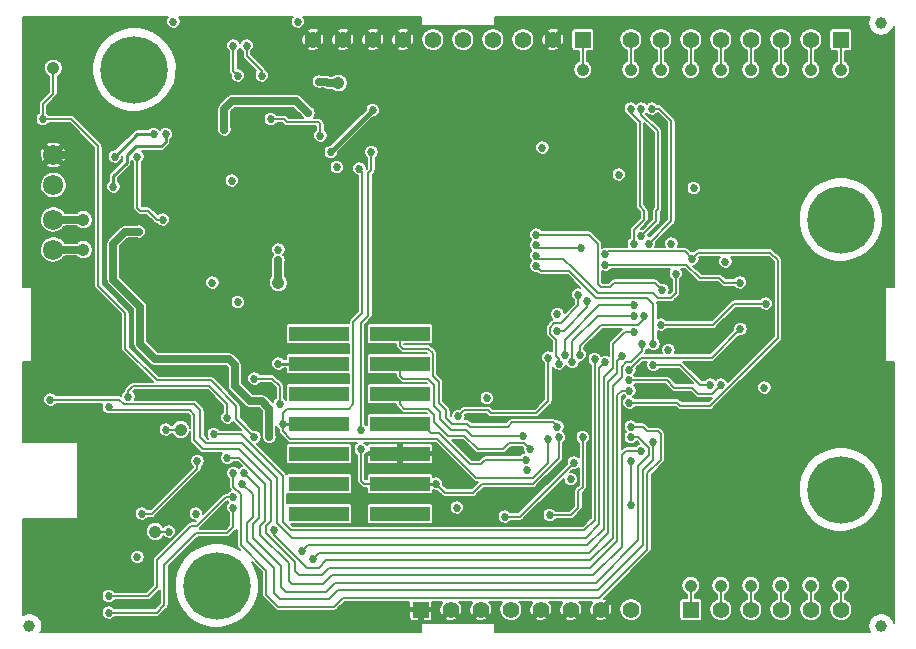
<source format=gbl>
G04 (created by PCBNEW (2013-07-07 BZR 4022)-stable) date 11/18/2016 1:15:58 AM*
%MOIN*%
G04 Gerber Fmt 3.4, Leading zero omitted, Abs format*
%FSLAX34Y34*%
G01*
G70*
G90*
G04 APERTURE LIST*
%ADD10C,0.00590551*%
%ADD11C,0.224409*%
%ADD12C,0.042*%
%ADD13R,0.055X0.055*%
%ADD14C,0.055*%
%ADD15R,0.2X0.05*%
%ADD16C,0.0393701*%
%ADD17C,0.0677165*%
%ADD18C,0.027*%
%ADD19C,0.025*%
%ADD20C,0.01*%
%ADD21C,0.007*%
%ADD22C,0.015*%
G04 APERTURE END LIST*
G54D10*
G54D11*
X85000Y-46000D03*
X64200Y-58200D03*
X61450Y-41000D03*
X85000Y-55000D03*
G54D12*
X81000Y-41000D03*
X83000Y-41000D03*
X84000Y-41000D03*
X68250Y-41450D03*
X85000Y-41000D03*
X85000Y-58200D03*
X84000Y-58200D03*
X83000Y-58200D03*
X82000Y-58200D03*
X81000Y-58200D03*
X80000Y-58200D03*
X66250Y-48100D03*
X59750Y-46000D03*
X80000Y-41000D03*
X82000Y-41000D03*
X79000Y-41000D03*
X63000Y-53000D03*
X62150Y-56400D03*
X76400Y-41000D03*
X78000Y-41000D03*
X59750Y-47000D03*
X58750Y-40950D03*
X59750Y-43850D03*
G54D13*
X80000Y-59000D03*
G54D14*
X81000Y-59000D03*
X82000Y-59000D03*
X83000Y-59000D03*
X84000Y-59000D03*
X85000Y-59000D03*
G54D13*
X85000Y-40000D03*
G54D14*
X84000Y-40000D03*
X83000Y-40000D03*
X82000Y-40000D03*
X81000Y-40000D03*
X80000Y-40000D03*
X79000Y-40000D03*
X78000Y-40000D03*
G54D13*
X76400Y-40000D03*
G54D14*
X75400Y-40000D03*
X74400Y-40000D03*
X73400Y-40000D03*
X72400Y-40000D03*
X71400Y-40000D03*
X70400Y-40000D03*
X69400Y-40000D03*
X68400Y-40000D03*
X67400Y-40000D03*
G54D13*
X71000Y-59000D03*
G54D14*
X72000Y-59000D03*
X73000Y-59000D03*
X74000Y-59000D03*
X75000Y-59000D03*
X76000Y-59000D03*
X77000Y-59000D03*
X78000Y-59000D03*
G54D15*
X70300Y-49800D03*
X70300Y-50800D03*
X70300Y-51800D03*
X70300Y-52800D03*
X70300Y-53800D03*
X70300Y-54800D03*
X70300Y-55800D03*
X67600Y-55800D03*
X67600Y-54800D03*
X67600Y-53800D03*
X67600Y-52800D03*
X67600Y-51800D03*
X67600Y-50800D03*
X67600Y-49800D03*
G54D16*
X86350Y-39450D03*
X86350Y-59550D03*
X57950Y-59550D03*
G54D17*
X58750Y-46000D03*
X58750Y-47000D03*
X58750Y-44850D03*
X58750Y-43850D03*
G54D18*
X76000Y-54650D03*
X66250Y-47350D03*
X66250Y-47000D03*
X80100Y-44950D03*
X61550Y-57250D03*
X77600Y-44500D03*
X79350Y-46800D03*
X79250Y-50350D03*
X75550Y-49150D03*
X82450Y-51600D03*
X81150Y-47400D03*
X74550Y-54350D03*
X72200Y-55600D03*
X66250Y-50800D03*
X63500Y-55800D03*
X64450Y-43000D03*
X67600Y-41400D03*
X67250Y-42450D03*
X68200Y-44250D03*
X75550Y-49700D03*
X76550Y-48700D03*
X75600Y-50800D03*
X76250Y-48500D03*
X66100Y-56350D03*
X78375Y-50150D03*
X62600Y-56400D03*
X66300Y-52150D03*
X75250Y-50600D03*
X72250Y-52550D03*
X65450Y-51300D03*
X61250Y-51900D03*
X64550Y-52600D03*
X64550Y-53950D03*
X78350Y-53700D03*
X77150Y-47150D03*
X80050Y-47300D03*
X77950Y-52100D03*
X79000Y-49500D03*
X82500Y-48800D03*
X60600Y-52250D03*
X77950Y-51700D03*
X65450Y-53250D03*
X58400Y-42650D03*
X78750Y-53400D03*
X65050Y-54800D03*
X78000Y-54050D03*
X78000Y-55500D03*
X64750Y-55600D03*
X77700Y-50550D03*
X67400Y-57300D03*
X60600Y-59100D03*
X64750Y-55250D03*
X78100Y-49750D03*
X67050Y-57050D03*
X60600Y-58550D03*
X75300Y-55850D03*
X76400Y-53250D03*
X73800Y-55900D03*
X76100Y-54100D03*
X74500Y-54000D03*
X74400Y-53200D03*
X75550Y-52900D03*
X66400Y-52800D03*
X75250Y-53300D03*
X68950Y-44300D03*
X74650Y-53650D03*
X75600Y-53250D03*
X69350Y-43750D03*
X69000Y-53650D03*
X69000Y-53000D03*
X71500Y-54800D03*
X64100Y-53150D03*
X76800Y-50650D03*
X61700Y-55800D03*
X63550Y-54050D03*
X58650Y-52000D03*
X77150Y-50750D03*
X64700Y-44700D03*
X64900Y-48750D03*
X64050Y-48100D03*
X75050Y-43600D03*
X73200Y-51950D03*
X76300Y-50500D03*
X78450Y-49200D03*
X78600Y-46800D03*
X78700Y-42300D03*
X78350Y-42300D03*
X76050Y-50750D03*
X78100Y-49200D03*
X78350Y-46550D03*
X78000Y-42300D03*
X78100Y-48850D03*
X78100Y-46800D03*
X75800Y-50500D03*
X74850Y-47550D03*
X78750Y-50150D03*
X74850Y-46850D03*
X76350Y-46950D03*
X77150Y-47500D03*
X77950Y-51000D03*
X81650Y-49650D03*
X81640Y-48100D03*
X79050Y-48350D03*
X74850Y-46500D03*
X78750Y-50850D03*
X80650Y-51500D03*
X74850Y-47200D03*
X79500Y-47800D03*
X81000Y-51500D03*
X77950Y-51350D03*
X78000Y-53250D03*
X65100Y-54450D03*
X64750Y-54450D03*
X78000Y-52900D03*
X70450Y-42625D03*
X57900Y-57000D03*
X64000Y-54200D03*
X64000Y-54600D03*
X64000Y-55000D03*
X64000Y-52600D03*
X64250Y-55950D03*
X79600Y-41900D03*
X80000Y-41900D03*
X80400Y-41900D03*
X80800Y-41900D03*
X81200Y-41900D03*
X81600Y-41900D03*
X82000Y-41900D03*
X82400Y-41900D03*
X82800Y-41900D03*
X77200Y-41900D03*
X75050Y-43150D03*
X77200Y-42200D03*
X77200Y-42600D03*
X76800Y-42600D03*
X76400Y-42600D03*
X76000Y-42600D03*
X75600Y-42600D03*
X75200Y-42800D03*
X79200Y-41900D03*
X78800Y-41900D03*
X78400Y-41900D03*
X78000Y-41900D03*
X77600Y-41900D03*
X83200Y-41900D03*
X84000Y-44800D03*
X83600Y-44800D03*
X83200Y-44800D03*
X82800Y-44800D03*
X82400Y-44800D03*
X82000Y-44800D03*
X81600Y-44800D03*
X81200Y-44800D03*
X80800Y-44800D03*
X80400Y-44800D03*
X84200Y-44450D03*
X79800Y-46800D03*
X79600Y-46400D03*
X79600Y-46000D03*
X80000Y-46000D03*
X80400Y-46000D03*
X80400Y-45600D03*
X80400Y-45200D03*
X79900Y-43250D03*
X74400Y-49200D03*
X74400Y-48800D03*
X74400Y-48400D03*
X74000Y-48200D03*
X73900Y-50350D03*
X73600Y-47800D03*
X73600Y-48200D03*
X73800Y-51150D03*
X71800Y-46000D03*
X71400Y-45800D03*
X71400Y-45400D03*
X71400Y-45000D03*
X71400Y-44600D03*
X71400Y-44200D03*
X71400Y-43800D03*
X71400Y-43400D03*
X71400Y-43000D03*
X72000Y-52000D03*
X72000Y-51600D03*
X72000Y-51200D03*
X72000Y-50800D03*
X72000Y-50400D03*
X72000Y-50000D03*
X72000Y-49600D03*
X72000Y-49200D03*
X72000Y-48800D03*
X72000Y-48400D03*
X72000Y-46400D03*
X72000Y-46800D03*
X72000Y-47200D03*
X72000Y-47600D03*
X72000Y-48000D03*
X71000Y-40800D03*
X71400Y-41000D03*
X71400Y-41400D03*
X71400Y-41800D03*
X71400Y-42200D03*
X71400Y-42600D03*
X61150Y-44900D03*
X62000Y-46600D03*
X72500Y-54800D03*
X61300Y-55800D03*
X61800Y-59400D03*
X61800Y-58800D03*
X61800Y-58200D03*
X61800Y-57800D03*
X61600Y-51800D03*
X58200Y-51800D03*
X58200Y-51400D03*
X58600Y-51400D03*
X58600Y-51000D03*
X59000Y-51000D03*
X59400Y-51000D03*
X59800Y-51000D03*
X60200Y-51000D03*
X61000Y-51000D03*
X61400Y-51000D03*
X61700Y-53600D03*
X64000Y-52050D03*
X63600Y-51800D03*
X63200Y-51800D03*
X62800Y-51800D03*
X62400Y-51800D03*
X62000Y-51800D03*
X67200Y-46200D03*
X67200Y-46600D03*
X67200Y-47000D03*
X67200Y-47400D03*
X67200Y-47800D03*
X67200Y-48200D03*
X67200Y-48600D03*
X67200Y-49000D03*
X67200Y-45800D03*
X67200Y-45400D03*
X67200Y-45000D03*
X67200Y-44600D03*
X67200Y-44200D03*
X67200Y-43800D03*
X67200Y-43400D03*
X66800Y-43400D03*
X66400Y-43400D03*
X66000Y-43400D03*
X65600Y-43400D03*
X65200Y-43400D03*
X64800Y-43400D03*
X64400Y-43400D03*
X67200Y-50300D03*
X62800Y-51000D03*
X63800Y-43350D03*
X62800Y-50200D03*
X62800Y-49800D03*
X62800Y-49400D03*
X62800Y-49000D03*
X62800Y-48600D03*
X62800Y-48200D03*
X62400Y-48200D03*
X62000Y-48200D03*
X62000Y-47800D03*
X62000Y-47400D03*
X62000Y-47000D03*
X62000Y-46200D03*
X62000Y-45400D03*
X62000Y-45000D03*
X62200Y-44600D03*
X63000Y-44600D03*
X63400Y-44600D03*
X63400Y-44200D03*
X63800Y-44200D03*
X65200Y-51000D03*
X64400Y-51000D03*
X64000Y-51000D03*
X63600Y-51000D03*
X63200Y-51000D03*
X70550Y-44000D03*
X70550Y-46000D03*
X70500Y-47600D03*
X70500Y-49200D03*
X69500Y-51300D03*
X65450Y-48100D03*
X65450Y-50150D03*
X73100Y-52600D03*
X72300Y-53450D03*
X72700Y-52600D03*
X63000Y-40450D03*
X63000Y-40950D03*
X62750Y-39950D03*
X62900Y-42000D03*
X62900Y-41600D03*
X62600Y-42000D03*
X86350Y-53200D03*
X85350Y-53200D03*
X84200Y-53200D03*
X83700Y-53700D03*
X83200Y-54200D03*
X82200Y-54200D03*
X81200Y-54200D03*
X80200Y-54200D03*
X79200Y-54200D03*
X78950Y-55750D03*
X79700Y-54200D03*
X80700Y-54200D03*
X81700Y-54200D03*
X82700Y-54200D03*
X83700Y-54200D03*
X83700Y-53200D03*
X84650Y-53200D03*
X85850Y-53200D03*
X86650Y-53200D03*
X78950Y-58750D03*
X78950Y-57750D03*
X78950Y-56750D03*
X78950Y-57250D03*
X78950Y-58250D03*
X78950Y-59250D03*
X71900Y-40000D03*
X72900Y-40000D03*
X77200Y-45400D03*
X76350Y-46200D03*
X78200Y-45800D03*
X77700Y-45950D03*
X76200Y-44450D03*
X76600Y-44800D03*
X86500Y-55900D03*
X86500Y-54000D03*
X86550Y-57650D03*
X85700Y-50150D03*
X85400Y-52450D03*
X82150Y-52450D03*
X85400Y-47950D03*
X86250Y-44450D03*
X86200Y-43100D03*
X85300Y-43450D03*
X86200Y-42400D03*
X85300Y-42050D03*
X83550Y-41700D03*
X85800Y-41000D03*
X86200Y-41000D03*
X77900Y-52500D03*
X76450Y-50850D03*
X76100Y-52950D03*
X65500Y-52450D03*
X83000Y-56250D03*
X81000Y-56250D03*
X78950Y-56250D03*
X80000Y-56250D03*
X82000Y-56250D03*
X83800Y-56250D03*
X61450Y-57850D03*
X64700Y-47750D03*
X65300Y-47300D03*
X64900Y-46950D03*
X64900Y-46150D03*
X66650Y-42450D03*
X63650Y-42150D03*
X64250Y-41950D03*
X76750Y-43150D03*
X75900Y-43600D03*
X75050Y-44100D03*
X77050Y-44950D03*
X79100Y-45800D03*
X78650Y-45550D03*
X77950Y-44200D03*
X77950Y-42900D03*
X77550Y-43150D03*
X81500Y-42900D03*
X82950Y-42850D03*
X60350Y-49000D03*
X59150Y-47900D03*
X58200Y-52350D03*
X60400Y-53600D03*
X58300Y-58550D03*
X80250Y-50900D03*
X79950Y-51900D03*
X79800Y-51350D03*
X77150Y-48000D03*
X75800Y-48550D03*
X80000Y-57750D03*
X81000Y-57750D03*
X82000Y-57750D03*
X83000Y-57750D03*
X84000Y-57750D03*
X85000Y-57750D03*
X78450Y-57500D03*
X74150Y-55050D03*
X74550Y-55050D03*
X75500Y-55100D03*
X74050Y-53750D03*
X72250Y-54350D03*
X76550Y-55150D03*
X78750Y-52750D03*
X59650Y-40000D03*
X59700Y-42100D03*
X75550Y-51550D03*
X75550Y-52250D03*
X75550Y-51900D03*
X80650Y-48250D03*
X71500Y-53800D03*
X69750Y-43450D03*
X68550Y-41950D03*
X60400Y-55800D03*
X58250Y-57000D03*
X62200Y-54450D03*
X62200Y-54050D03*
X62200Y-53650D03*
X75950Y-53250D03*
X66900Y-39400D03*
X62750Y-39400D03*
X60800Y-43900D03*
X62100Y-43150D03*
X61550Y-43900D03*
X62400Y-46000D03*
X60750Y-44900D03*
X62500Y-43150D03*
X64900Y-41200D03*
X64750Y-40200D03*
X65200Y-40200D03*
X65700Y-41200D03*
X66000Y-42650D03*
X67650Y-43200D03*
X69400Y-42350D03*
X68000Y-43750D03*
X62500Y-53000D03*
X61600Y-46400D03*
X65950Y-53250D03*
G54D19*
X66250Y-48100D02*
X66250Y-47350D01*
G54D20*
X67600Y-50800D02*
X66250Y-50800D01*
G54D19*
X64700Y-42050D02*
X64450Y-42300D01*
X64450Y-42300D02*
X64450Y-43000D01*
X66850Y-42050D02*
X67250Y-42450D01*
X66850Y-42050D02*
X64700Y-42050D01*
X67600Y-41400D02*
X67850Y-41400D01*
X67900Y-41450D02*
X68250Y-41450D01*
X67850Y-41400D02*
X67900Y-41450D01*
G54D21*
X85000Y-40000D02*
X85000Y-41000D01*
X84000Y-40000D02*
X84000Y-41000D01*
X83000Y-40000D02*
X83000Y-41000D01*
X75550Y-49700D02*
X75770Y-49700D01*
X76550Y-48920D02*
X76550Y-48700D01*
X75770Y-49700D02*
X76550Y-48920D01*
X82000Y-40000D02*
X82000Y-41000D01*
X75600Y-50650D02*
X75500Y-50550D01*
X75500Y-50550D02*
X75500Y-50000D01*
X75500Y-50000D02*
X75300Y-49800D01*
X75300Y-49800D02*
X75300Y-49600D01*
X75300Y-49600D02*
X75450Y-49450D01*
X75450Y-49450D02*
X75660Y-49450D01*
X75600Y-50800D02*
X75600Y-50650D01*
X75660Y-49450D02*
X76250Y-48860D01*
X76250Y-48500D02*
X76250Y-48860D01*
X81000Y-40000D02*
X81000Y-41000D01*
X81000Y-40000D02*
X81000Y-40000D01*
X80000Y-40000D02*
X80000Y-41000D01*
X79000Y-40000D02*
X79000Y-41000D01*
X78000Y-40000D02*
X78000Y-41000D01*
X76400Y-40000D02*
X76400Y-41000D01*
X67200Y-57600D02*
X66100Y-56500D01*
X67200Y-57600D02*
X67600Y-57600D01*
X67850Y-57350D02*
X76650Y-57350D01*
X67600Y-57600D02*
X67850Y-57350D01*
X77400Y-56600D02*
X76650Y-57350D01*
X66100Y-56500D02*
X66100Y-56350D01*
X77400Y-51550D02*
X77400Y-56600D01*
X77700Y-51250D02*
X77700Y-50900D01*
X77700Y-50900D02*
X77850Y-50750D01*
X77700Y-51250D02*
X77400Y-51550D01*
X77850Y-50750D02*
X78000Y-50750D01*
X78000Y-50750D02*
X78375Y-50375D01*
X78375Y-50375D02*
X78375Y-50150D01*
X66100Y-56350D02*
X66100Y-56350D01*
X62600Y-56400D02*
X62150Y-56400D01*
X66300Y-52150D02*
X66300Y-51550D01*
X75250Y-52050D02*
X74850Y-52450D01*
X75250Y-50600D02*
X75250Y-52050D01*
X72450Y-52350D02*
X72250Y-52550D01*
X73250Y-52350D02*
X72450Y-52350D01*
X73350Y-52450D02*
X73250Y-52350D01*
X74850Y-52450D02*
X73350Y-52450D01*
X66300Y-51550D02*
X66050Y-51300D01*
X66050Y-51300D02*
X65450Y-51300D01*
X61400Y-51550D02*
X61250Y-51700D01*
X61250Y-51700D02*
X61250Y-51900D01*
X65650Y-56200D02*
X65800Y-56050D01*
X65800Y-56050D02*
X65800Y-54800D01*
X64550Y-52600D02*
X64550Y-52150D01*
X64550Y-53950D02*
X64950Y-53950D01*
X64550Y-52150D02*
X63950Y-51550D01*
X65650Y-56500D02*
X65650Y-56200D01*
X66600Y-57450D02*
X65650Y-56500D01*
X67350Y-58150D02*
X66700Y-58150D01*
X77700Y-56900D02*
X76750Y-57850D01*
X77700Y-53850D02*
X77700Y-56900D01*
X77850Y-53700D02*
X77700Y-53850D01*
X78350Y-53700D02*
X77850Y-53700D01*
X67750Y-58150D02*
X68050Y-57850D01*
X68050Y-57850D02*
X76750Y-57850D01*
X67350Y-58150D02*
X67750Y-58150D01*
X66600Y-58050D02*
X66600Y-57450D01*
X66700Y-58150D02*
X66600Y-58050D01*
X65800Y-54800D02*
X64950Y-53950D01*
X63950Y-51550D02*
X61400Y-51550D01*
X79800Y-47050D02*
X77250Y-47050D01*
X77250Y-47050D02*
X77150Y-47150D01*
X80250Y-47100D02*
X80050Y-47300D01*
X82650Y-47100D02*
X80250Y-47100D01*
X82900Y-47350D02*
X82650Y-47100D01*
X82900Y-49950D02*
X82900Y-47350D01*
X80650Y-52200D02*
X82900Y-49950D01*
X77950Y-52100D02*
X79550Y-52100D01*
X79650Y-52200D02*
X80650Y-52200D01*
X79550Y-52100D02*
X79650Y-52200D01*
X80050Y-47300D02*
X79800Y-47050D01*
X79000Y-49500D02*
X80750Y-49500D01*
X81450Y-48800D02*
X82500Y-48800D01*
X80750Y-49500D02*
X81450Y-48800D01*
X60700Y-52350D02*
X60600Y-52250D01*
X77950Y-51700D02*
X77700Y-51700D01*
X63450Y-52500D02*
X63300Y-52350D01*
X63450Y-53350D02*
X63450Y-52500D01*
X63750Y-53650D02*
X63450Y-53350D01*
X64950Y-53650D02*
X63750Y-53650D01*
X66000Y-54700D02*
X64950Y-53650D01*
X66000Y-56050D02*
X66000Y-54700D01*
X65850Y-56200D02*
X66000Y-56050D01*
X65850Y-56450D02*
X65850Y-56200D01*
X66800Y-57400D02*
X65850Y-56450D01*
X66800Y-57700D02*
X66800Y-57400D01*
X66950Y-57850D02*
X66800Y-57700D01*
X67700Y-57850D02*
X66950Y-57850D01*
X67950Y-57600D02*
X67700Y-57850D01*
X76650Y-57600D02*
X67950Y-57600D01*
X77550Y-56700D02*
X76650Y-57600D01*
X77550Y-51850D02*
X77550Y-56700D01*
X77700Y-51700D02*
X77550Y-51850D01*
X63300Y-52350D02*
X60700Y-52350D01*
X60250Y-48200D02*
X60250Y-43550D01*
X64000Y-51350D02*
X62200Y-51350D01*
X59350Y-42650D02*
X60250Y-43550D01*
X64850Y-52650D02*
X64850Y-52200D01*
X65450Y-53250D02*
X64850Y-52650D01*
X64000Y-51350D02*
X64850Y-52200D01*
X59350Y-42650D02*
X58400Y-42650D01*
X61150Y-50300D02*
X61150Y-49100D01*
X62200Y-51350D02*
X61150Y-50300D01*
X61150Y-49100D02*
X60250Y-48200D01*
X58750Y-40950D02*
X58750Y-41800D01*
X58400Y-42150D02*
X58400Y-42650D01*
X58750Y-41800D02*
X58400Y-42150D01*
X65200Y-56700D02*
X65200Y-56100D01*
X67950Y-58650D02*
X68250Y-58350D01*
X68250Y-58350D02*
X76900Y-58350D01*
X78750Y-54000D02*
X78400Y-54350D01*
X78400Y-54350D02*
X78400Y-56850D01*
X78400Y-56850D02*
X76900Y-58350D01*
X78750Y-53400D02*
X78750Y-54000D01*
X66100Y-57600D02*
X65200Y-56700D01*
X66100Y-58450D02*
X66100Y-57600D01*
X66300Y-58650D02*
X66100Y-58450D01*
X67950Y-58650D02*
X66300Y-58650D01*
X65400Y-55900D02*
X65400Y-55150D01*
X65200Y-56100D02*
X65400Y-55900D01*
X65400Y-55150D02*
X65050Y-54800D01*
X78000Y-54050D02*
X78000Y-55500D01*
X77550Y-50700D02*
X77700Y-50550D01*
X64550Y-56450D02*
X63500Y-56450D01*
X64750Y-56250D02*
X64550Y-56450D01*
X62450Y-57500D02*
X62450Y-58850D01*
X77550Y-50780D02*
X77550Y-51100D01*
X77550Y-51100D02*
X77250Y-51400D01*
X77250Y-51400D02*
X77250Y-56450D01*
X77250Y-56450D02*
X76600Y-57100D01*
X67600Y-57100D02*
X76600Y-57100D01*
X67400Y-57300D02*
X67600Y-57100D01*
X63500Y-56450D02*
X62450Y-57500D01*
X62200Y-59100D02*
X60600Y-59100D01*
X62450Y-58850D02*
X62200Y-59100D01*
X64750Y-55600D02*
X64750Y-56250D01*
X77550Y-50780D02*
X77550Y-50700D01*
X62200Y-57350D02*
X62200Y-58250D01*
X63350Y-56200D02*
X62200Y-57350D01*
X64500Y-55250D02*
X63950Y-55800D01*
X63950Y-55800D02*
X63950Y-55800D01*
X63950Y-55800D02*
X63550Y-56200D01*
X63550Y-56200D02*
X63350Y-56200D01*
X64750Y-55250D02*
X64500Y-55250D01*
X78100Y-49750D02*
X77800Y-49750D01*
X77100Y-51250D02*
X77100Y-56300D01*
X77400Y-50950D02*
X77100Y-51250D01*
X77400Y-50150D02*
X77400Y-50950D01*
X77800Y-49750D02*
X77400Y-50150D01*
X77100Y-56300D02*
X76550Y-56850D01*
X67250Y-56850D02*
X76550Y-56850D01*
X67050Y-57050D02*
X67250Y-56850D01*
X61900Y-58550D02*
X60600Y-58550D01*
X62200Y-58250D02*
X61900Y-58550D01*
X76400Y-53250D02*
X76400Y-54900D01*
X76000Y-55850D02*
X75300Y-55850D01*
X76250Y-55600D02*
X76000Y-55850D01*
X76250Y-55050D02*
X76250Y-55600D01*
X76400Y-54900D02*
X76250Y-55050D01*
X76100Y-54100D02*
X74300Y-55900D01*
X74300Y-55900D02*
X73800Y-55900D01*
X71600Y-53100D02*
X71350Y-53100D01*
X73000Y-54150D02*
X72650Y-54150D01*
X73150Y-54000D02*
X73000Y-54150D01*
X74500Y-54000D02*
X73150Y-54000D01*
X72650Y-54150D02*
X71600Y-53100D01*
X71050Y-52800D02*
X70300Y-52800D01*
X71350Y-53100D02*
X71050Y-52800D01*
X72700Y-53200D02*
X72500Y-53000D01*
X74400Y-53200D02*
X72700Y-53200D01*
X70300Y-51200D02*
X70300Y-50800D01*
X70400Y-51300D02*
X70300Y-51200D01*
X71250Y-51300D02*
X70400Y-51300D01*
X71450Y-51500D02*
X71250Y-51300D01*
X71450Y-52200D02*
X71450Y-51500D01*
X71650Y-52400D02*
X71450Y-52200D01*
X71650Y-52650D02*
X71650Y-52400D01*
X72000Y-53000D02*
X71650Y-52650D01*
X72500Y-53000D02*
X72000Y-53000D01*
X72650Y-52900D02*
X72550Y-52800D01*
X74050Y-52750D02*
X75400Y-52750D01*
X75400Y-52750D02*
X75550Y-52900D01*
X73900Y-52900D02*
X72650Y-52900D01*
X73900Y-52900D02*
X74050Y-52750D01*
X70300Y-50200D02*
X70300Y-49800D01*
X70400Y-50300D02*
X70300Y-50200D01*
X71250Y-50300D02*
X70400Y-50300D01*
X71400Y-50450D02*
X71250Y-50300D01*
X71400Y-51200D02*
X71400Y-50450D01*
X71600Y-51400D02*
X71400Y-51200D01*
X71600Y-52100D02*
X71600Y-51400D01*
X71850Y-52350D02*
X71600Y-52100D01*
X71850Y-52600D02*
X71850Y-52350D01*
X72050Y-52800D02*
X71850Y-52600D01*
X72550Y-52800D02*
X72050Y-52800D01*
X75250Y-54100D02*
X75250Y-53300D01*
X74750Y-54600D02*
X75250Y-54100D01*
X72850Y-54600D02*
X74750Y-54600D01*
X71550Y-53300D02*
X72850Y-54600D01*
X66650Y-53300D02*
X71550Y-53300D01*
X66400Y-53050D02*
X66650Y-53300D01*
X66400Y-52800D02*
X66400Y-53050D01*
X68600Y-52300D02*
X66550Y-52300D01*
X66550Y-52300D02*
X66400Y-52450D01*
X66400Y-52800D02*
X66400Y-52450D01*
X68750Y-49400D02*
X68750Y-52150D01*
X68750Y-52150D02*
X68600Y-52300D01*
X68750Y-49400D02*
X69050Y-49100D01*
X69050Y-44400D02*
X68950Y-44300D01*
X69050Y-49100D02*
X69050Y-44400D01*
G54D20*
X66400Y-52800D02*
X67600Y-52800D01*
G54D21*
X72450Y-53200D02*
X71900Y-53200D01*
X72900Y-53650D02*
X72450Y-53200D01*
X74650Y-53650D02*
X74450Y-53450D01*
X73950Y-53450D02*
X73750Y-53650D01*
X74450Y-53450D02*
X73950Y-53450D01*
X73750Y-53650D02*
X72900Y-53650D01*
X70300Y-52150D02*
X70300Y-51800D01*
X70450Y-52300D02*
X70300Y-52150D01*
X71250Y-52300D02*
X70450Y-52300D01*
X71450Y-52500D02*
X71250Y-52300D01*
X71450Y-52750D02*
X71450Y-52500D01*
X71900Y-53200D02*
X71450Y-52750D01*
X75600Y-53250D02*
X75600Y-53950D01*
X69350Y-43750D02*
X69350Y-44350D01*
X69100Y-54800D02*
X70300Y-54800D01*
X69000Y-54700D02*
X69100Y-54800D01*
X69000Y-53650D02*
X69000Y-54700D01*
X69000Y-49450D02*
X69000Y-53000D01*
X69250Y-49200D02*
X69000Y-49450D01*
X69250Y-44450D02*
X69250Y-49200D01*
X69350Y-44350D02*
X69250Y-44450D01*
X71800Y-55100D02*
X71500Y-54800D01*
X72750Y-55100D02*
X71800Y-55100D01*
X73050Y-54800D02*
X72750Y-55100D01*
X74750Y-54800D02*
X73050Y-54800D01*
X75600Y-53950D02*
X74750Y-54800D01*
G54D20*
X71500Y-54800D02*
X70300Y-54800D01*
G54D21*
X65000Y-53150D02*
X64100Y-53150D01*
X66400Y-54550D02*
X65000Y-53150D01*
X66400Y-56075D02*
X66400Y-54550D01*
X66675Y-56350D02*
X66400Y-56075D01*
X76450Y-56350D02*
X66675Y-56350D01*
X76800Y-56000D02*
X76450Y-56350D01*
X76800Y-50650D02*
X76800Y-56000D01*
X63550Y-54050D02*
X63550Y-54300D01*
X62050Y-55800D02*
X61700Y-55800D01*
X63550Y-54300D02*
X62050Y-55800D01*
X61100Y-52150D02*
X60950Y-52000D01*
X60950Y-52000D02*
X58650Y-52000D01*
X77150Y-50750D02*
X76950Y-50950D01*
X65050Y-53450D02*
X63850Y-53450D01*
X63850Y-53450D02*
X63650Y-53250D01*
X63650Y-53250D02*
X63650Y-52350D01*
X63650Y-52350D02*
X63450Y-52150D01*
X66200Y-56100D02*
X66200Y-54600D01*
X66200Y-54600D02*
X65050Y-53450D01*
X66700Y-56600D02*
X66200Y-56100D01*
X76500Y-56600D02*
X66700Y-56600D01*
X76950Y-56150D02*
X76500Y-56600D01*
X76950Y-51080D02*
X76950Y-56150D01*
X76950Y-51080D02*
X76950Y-50950D01*
X63450Y-52150D02*
X61100Y-52150D01*
X79350Y-46050D02*
X79350Y-42700D01*
X78600Y-46800D02*
X79350Y-46050D01*
X76300Y-50500D02*
X76300Y-50200D01*
X78450Y-49300D02*
X78450Y-49200D01*
X78250Y-49500D02*
X78450Y-49300D01*
X77000Y-49500D02*
X78250Y-49500D01*
X76300Y-50200D02*
X77000Y-49500D01*
X78950Y-42300D02*
X78700Y-42300D01*
X79350Y-42700D02*
X78950Y-42300D01*
X78850Y-46050D02*
X78850Y-45700D01*
X78850Y-45700D02*
X78900Y-45650D01*
X78900Y-45650D02*
X78900Y-43050D01*
X78900Y-43050D02*
X78350Y-42500D01*
X78350Y-42500D02*
X78350Y-42300D01*
X76050Y-50750D02*
X76050Y-50050D01*
X76900Y-49200D02*
X78100Y-49200D01*
X76050Y-50050D02*
X76900Y-49200D01*
X78350Y-46550D02*
X78850Y-46050D01*
X78100Y-46350D02*
X78450Y-46000D01*
X78450Y-46000D02*
X78450Y-45700D01*
X78450Y-45700D02*
X78300Y-45550D01*
X78300Y-45550D02*
X78300Y-42750D01*
X78300Y-42750D02*
X78000Y-42450D01*
X78000Y-42450D02*
X78000Y-42300D01*
X75800Y-50500D02*
X75800Y-50000D01*
X76950Y-48850D02*
X78100Y-48850D01*
X75800Y-50000D02*
X76950Y-48850D01*
X78100Y-46800D02*
X78100Y-46350D01*
X75800Y-50500D02*
X75800Y-50450D01*
X80000Y-59000D02*
X80000Y-58200D01*
X81000Y-59000D02*
X81000Y-58200D01*
X82000Y-59000D02*
X82000Y-58200D01*
X83000Y-59000D02*
X83000Y-58200D01*
X84000Y-59000D02*
X84000Y-58200D01*
X85000Y-59000D02*
X85000Y-58200D01*
X76850Y-48600D02*
X78550Y-48600D01*
X75000Y-47700D02*
X74850Y-47550D01*
X76850Y-48600D02*
X75950Y-47700D01*
X75950Y-47700D02*
X75000Y-47700D01*
X78750Y-48800D02*
X78750Y-50150D01*
X78550Y-48600D02*
X78750Y-48800D01*
X74950Y-46950D02*
X74850Y-46850D01*
X76350Y-46950D02*
X74950Y-46950D01*
X77150Y-47500D02*
X79850Y-47500D01*
X81100Y-48100D02*
X81640Y-48100D01*
X80950Y-47950D02*
X81100Y-48100D01*
X80300Y-47950D02*
X80950Y-47950D01*
X79850Y-47500D02*
X80300Y-47950D01*
X78350Y-50600D02*
X80700Y-50600D01*
X77950Y-51000D02*
X78350Y-50600D01*
X80700Y-50600D02*
X81650Y-49650D01*
X79050Y-48350D02*
X78800Y-48100D01*
X76900Y-48150D02*
X76900Y-46800D01*
X76600Y-46500D02*
X74850Y-46500D01*
X76900Y-46800D02*
X76600Y-46500D01*
X77000Y-48250D02*
X76900Y-48150D01*
X77300Y-48250D02*
X77000Y-48250D01*
X77450Y-48100D02*
X77300Y-48250D01*
X78800Y-48100D02*
X77450Y-48100D01*
X78750Y-50850D02*
X79650Y-50850D01*
X80650Y-51500D02*
X80300Y-51500D01*
X79650Y-50850D02*
X80300Y-51500D01*
X76900Y-48450D02*
X78750Y-48450D01*
X75750Y-47300D02*
X74950Y-47300D01*
X74950Y-47300D02*
X74850Y-47200D01*
X76900Y-48450D02*
X76100Y-47650D01*
X76100Y-47650D02*
X75750Y-47300D01*
X79500Y-48450D02*
X79500Y-47800D01*
X79350Y-48600D02*
X79500Y-48450D01*
X78900Y-48600D02*
X79350Y-48600D01*
X78750Y-48450D02*
X78900Y-48600D01*
X81000Y-51500D02*
X80700Y-51800D01*
X80250Y-51800D02*
X80050Y-51600D01*
X80700Y-51800D02*
X80250Y-51800D01*
X79200Y-51350D02*
X79450Y-51600D01*
X80050Y-51600D02*
X79450Y-51600D01*
X77950Y-51350D02*
X79200Y-51350D01*
G54D19*
X58750Y-47000D02*
X59750Y-47000D01*
G54D21*
X65400Y-56150D02*
X65600Y-55950D01*
X67350Y-58400D02*
X66500Y-58400D01*
X78250Y-54200D02*
X78250Y-56683D01*
X78250Y-53250D02*
X78600Y-53600D01*
X78250Y-56683D02*
X76833Y-58100D01*
X78000Y-53250D02*
X78250Y-53250D01*
X78600Y-53600D02*
X78600Y-53850D01*
X78600Y-53850D02*
X78250Y-54200D01*
X67850Y-58400D02*
X68150Y-58100D01*
X68150Y-58100D02*
X76833Y-58100D01*
X67350Y-58400D02*
X67850Y-58400D01*
X66350Y-57550D02*
X65400Y-56600D01*
X66350Y-58250D02*
X66350Y-57550D01*
X66500Y-58400D02*
X66350Y-58250D01*
X65400Y-56600D02*
X65400Y-56150D01*
X65600Y-54950D02*
X65100Y-54450D01*
X65600Y-55950D02*
X65600Y-54950D01*
X65000Y-56850D02*
X65000Y-55150D01*
X64750Y-54900D02*
X64750Y-54450D01*
X65000Y-55150D02*
X64750Y-54900D01*
X65850Y-57700D02*
X65000Y-56850D01*
X68100Y-58900D02*
X66250Y-58900D01*
X79000Y-53150D02*
X79000Y-54000D01*
X78550Y-57000D02*
X78550Y-54450D01*
X78550Y-54450D02*
X79000Y-54000D01*
X78400Y-52900D02*
X78550Y-53050D01*
X78550Y-53050D02*
X78900Y-53050D01*
X78900Y-53050D02*
X79000Y-53150D01*
X78000Y-52900D02*
X78400Y-52900D01*
X68100Y-58900D02*
X68400Y-58600D01*
X68400Y-58600D02*
X76950Y-58600D01*
X76950Y-58600D02*
X78550Y-57000D01*
X65850Y-58500D02*
X65850Y-57700D01*
X66250Y-58900D02*
X65850Y-58500D01*
G54D22*
X70450Y-42625D02*
X70450Y-42650D01*
G54D19*
X86500Y-55900D02*
X86500Y-56100D01*
X85400Y-52450D02*
X85400Y-52850D01*
X86500Y-53950D02*
X86500Y-54000D01*
X85400Y-52850D02*
X86500Y-53950D01*
X86550Y-56150D02*
X86550Y-57650D01*
X86500Y-56100D02*
X86550Y-56150D01*
X85400Y-47950D02*
X85400Y-52450D01*
X58750Y-43850D02*
X59750Y-43850D01*
G54D21*
X70300Y-53800D02*
X71500Y-53800D01*
G54D20*
X60800Y-43900D02*
X61550Y-43150D01*
X61550Y-43150D02*
X62100Y-43150D01*
G54D21*
X62200Y-46000D02*
X61900Y-45700D01*
X61900Y-45700D02*
X61650Y-45700D01*
X61650Y-45700D02*
X61550Y-45600D01*
X61550Y-45600D02*
X61550Y-43900D01*
X62400Y-46000D02*
X62200Y-46000D01*
G54D20*
X60750Y-44900D02*
X60750Y-44550D01*
X62500Y-43400D02*
X62500Y-43150D01*
X62350Y-43550D02*
X62500Y-43400D01*
X61500Y-43550D02*
X62350Y-43550D01*
X61200Y-43850D02*
X61500Y-43550D01*
X61200Y-44100D02*
X61200Y-43850D01*
X60750Y-44550D02*
X61200Y-44100D01*
G54D21*
X64750Y-41050D02*
X64900Y-41200D01*
X64750Y-40200D02*
X64750Y-41050D01*
X65200Y-40200D02*
X65200Y-40550D01*
X65700Y-41050D02*
X65700Y-41200D01*
X65200Y-40550D02*
X65700Y-41050D01*
X66000Y-42650D02*
X66450Y-42650D01*
X67650Y-42800D02*
X67650Y-43200D01*
X67600Y-42750D02*
X67650Y-42800D01*
X66550Y-42750D02*
X67600Y-42750D01*
X66450Y-42650D02*
X66550Y-42750D01*
G54D22*
X68000Y-43750D02*
X69400Y-42350D01*
G54D21*
X63000Y-53000D02*
X62500Y-53000D01*
G54D19*
X60750Y-46800D02*
X61150Y-46400D01*
X61150Y-46400D02*
X61600Y-46400D01*
X64600Y-50650D02*
X62150Y-50650D01*
X65950Y-52300D02*
X65950Y-53250D01*
X65700Y-52050D02*
X65950Y-52300D01*
X65300Y-52050D02*
X65700Y-52050D01*
X64800Y-51550D02*
X65300Y-52050D01*
X64800Y-50850D02*
X64800Y-51550D01*
X64600Y-50650D02*
X64800Y-50850D01*
X61650Y-48900D02*
X60750Y-48000D01*
X61650Y-50150D02*
X61650Y-48900D01*
X62150Y-50650D02*
X61650Y-50150D01*
X60750Y-48000D02*
X60750Y-46800D01*
X58750Y-46000D02*
X59750Y-46000D01*
G54D10*
G36*
X64610Y-56192D02*
X64492Y-56310D01*
X63635Y-56310D01*
X63637Y-56308D01*
X63647Y-56300D01*
X63648Y-56299D01*
X63648Y-56299D01*
X63648Y-56299D01*
X63648Y-56298D01*
X64048Y-55898D01*
X64048Y-55898D01*
X64048Y-55898D01*
X64555Y-55392D01*
X64561Y-55399D01*
X64585Y-55425D01*
X64565Y-55444D01*
X64538Y-55483D01*
X64520Y-55527D01*
X64510Y-55573D01*
X64509Y-55620D01*
X64518Y-55666D01*
X64535Y-55710D01*
X64561Y-55749D01*
X64593Y-55783D01*
X64610Y-55794D01*
X64610Y-56192D01*
X64610Y-56192D01*
G37*
G54D21*
X64610Y-56192D02*
X64492Y-56310D01*
X63635Y-56310D01*
X63637Y-56308D01*
X63647Y-56300D01*
X63648Y-56299D01*
X63648Y-56299D01*
X63648Y-56299D01*
X63648Y-56298D01*
X64048Y-55898D01*
X64048Y-55898D01*
X64048Y-55898D01*
X64555Y-55392D01*
X64561Y-55399D01*
X64585Y-55425D01*
X64565Y-55444D01*
X64538Y-55483D01*
X64520Y-55527D01*
X64510Y-55573D01*
X64509Y-55620D01*
X64518Y-55666D01*
X64535Y-55710D01*
X64561Y-55749D01*
X64593Y-55783D01*
X64610Y-55794D01*
X64610Y-56192D01*
G54D10*
G36*
X65013Y-53011D02*
X65001Y-53010D01*
X65000Y-53010D01*
X65000Y-53010D01*
X65000Y-53010D01*
X65000Y-53010D01*
X64295Y-53010D01*
X64286Y-52997D01*
X64253Y-52964D01*
X64214Y-52937D01*
X64171Y-52919D01*
X64125Y-52910D01*
X64078Y-52909D01*
X64031Y-52918D01*
X63988Y-52936D01*
X63948Y-52962D01*
X63915Y-52994D01*
X63888Y-53033D01*
X63870Y-53077D01*
X63860Y-53123D01*
X63859Y-53170D01*
X63868Y-53216D01*
X63885Y-53260D01*
X63911Y-53299D01*
X63920Y-53310D01*
X63907Y-53310D01*
X63790Y-53192D01*
X63790Y-52350D01*
X63788Y-52337D01*
X63787Y-52324D01*
X63787Y-52323D01*
X63787Y-52322D01*
X63783Y-52310D01*
X63779Y-52298D01*
X63779Y-52297D01*
X63779Y-52296D01*
X63773Y-52285D01*
X63767Y-52273D01*
X63766Y-52273D01*
X63766Y-52272D01*
X63758Y-52262D01*
X63750Y-52252D01*
X63749Y-52251D01*
X63749Y-52251D01*
X63749Y-52251D01*
X63748Y-52251D01*
X63548Y-52051D01*
X63538Y-52042D01*
X63529Y-52034D01*
X63528Y-52034D01*
X63527Y-52033D01*
X63516Y-52027D01*
X63505Y-52021D01*
X63504Y-52021D01*
X63503Y-52020D01*
X63491Y-52016D01*
X63479Y-52013D01*
X63478Y-52012D01*
X63477Y-52012D01*
X63464Y-52011D01*
X63451Y-52010D01*
X63450Y-52010D01*
X63450Y-52010D01*
X63450Y-52010D01*
X63450Y-52010D01*
X61463Y-52010D01*
X61478Y-51976D01*
X61489Y-51930D01*
X61490Y-51876D01*
X61480Y-51830D01*
X61462Y-51786D01*
X61436Y-51747D01*
X61418Y-51729D01*
X61457Y-51690D01*
X63892Y-51690D01*
X64410Y-52207D01*
X64410Y-52404D01*
X64398Y-52412D01*
X64365Y-52444D01*
X64338Y-52483D01*
X64320Y-52527D01*
X64310Y-52573D01*
X64309Y-52620D01*
X64318Y-52666D01*
X64335Y-52710D01*
X64361Y-52749D01*
X64393Y-52783D01*
X64432Y-52810D01*
X64475Y-52829D01*
X64521Y-52839D01*
X64568Y-52840D01*
X64614Y-52832D01*
X64658Y-52815D01*
X64698Y-52790D01*
X64732Y-52757D01*
X64744Y-52740D01*
X64749Y-52747D01*
X64750Y-52748D01*
X64750Y-52748D01*
X64750Y-52748D01*
X64751Y-52748D01*
X65013Y-53011D01*
X65013Y-53011D01*
G37*
G54D21*
X65013Y-53011D02*
X65001Y-53010D01*
X65000Y-53010D01*
X65000Y-53010D01*
X65000Y-53010D01*
X65000Y-53010D01*
X64295Y-53010D01*
X64286Y-52997D01*
X64253Y-52964D01*
X64214Y-52937D01*
X64171Y-52919D01*
X64125Y-52910D01*
X64078Y-52909D01*
X64031Y-52918D01*
X63988Y-52936D01*
X63948Y-52962D01*
X63915Y-52994D01*
X63888Y-53033D01*
X63870Y-53077D01*
X63860Y-53123D01*
X63859Y-53170D01*
X63868Y-53216D01*
X63885Y-53260D01*
X63911Y-53299D01*
X63920Y-53310D01*
X63907Y-53310D01*
X63790Y-53192D01*
X63790Y-52350D01*
X63788Y-52337D01*
X63787Y-52324D01*
X63787Y-52323D01*
X63787Y-52322D01*
X63783Y-52310D01*
X63779Y-52298D01*
X63779Y-52297D01*
X63779Y-52296D01*
X63773Y-52285D01*
X63767Y-52273D01*
X63766Y-52273D01*
X63766Y-52272D01*
X63758Y-52262D01*
X63750Y-52252D01*
X63749Y-52251D01*
X63749Y-52251D01*
X63749Y-52251D01*
X63748Y-52251D01*
X63548Y-52051D01*
X63538Y-52042D01*
X63529Y-52034D01*
X63528Y-52034D01*
X63527Y-52033D01*
X63516Y-52027D01*
X63505Y-52021D01*
X63504Y-52021D01*
X63503Y-52020D01*
X63491Y-52016D01*
X63479Y-52013D01*
X63478Y-52012D01*
X63477Y-52012D01*
X63464Y-52011D01*
X63451Y-52010D01*
X63450Y-52010D01*
X63450Y-52010D01*
X63450Y-52010D01*
X63450Y-52010D01*
X61463Y-52010D01*
X61478Y-51976D01*
X61489Y-51930D01*
X61490Y-51876D01*
X61480Y-51830D01*
X61462Y-51786D01*
X61436Y-51747D01*
X61418Y-51729D01*
X61457Y-51690D01*
X63892Y-51690D01*
X64410Y-52207D01*
X64410Y-52404D01*
X64398Y-52412D01*
X64365Y-52444D01*
X64338Y-52483D01*
X64320Y-52527D01*
X64310Y-52573D01*
X64309Y-52620D01*
X64318Y-52666D01*
X64335Y-52710D01*
X64361Y-52749D01*
X64393Y-52783D01*
X64432Y-52810D01*
X64475Y-52829D01*
X64521Y-52839D01*
X64568Y-52840D01*
X64614Y-52832D01*
X64658Y-52815D01*
X64698Y-52790D01*
X64732Y-52757D01*
X64744Y-52740D01*
X64749Y-52747D01*
X64750Y-52748D01*
X64750Y-52748D01*
X64750Y-52748D01*
X64751Y-52748D01*
X65013Y-53011D01*
G54D10*
G36*
X72912Y-54740D02*
X72692Y-54960D01*
X71857Y-54960D01*
X71737Y-54839D01*
X71739Y-54830D01*
X71740Y-54776D01*
X71730Y-54730D01*
X71712Y-54686D01*
X71686Y-54647D01*
X71653Y-54614D01*
X71614Y-54587D01*
X71571Y-54569D01*
X71525Y-54560D01*
X71478Y-54559D01*
X71431Y-54568D01*
X71405Y-54579D01*
X71405Y-54539D01*
X71405Y-54060D01*
X71405Y-53539D01*
X71401Y-53519D01*
X71393Y-53500D01*
X71381Y-53483D01*
X71367Y-53468D01*
X71350Y-53457D01*
X71331Y-53449D01*
X71311Y-53445D01*
X71290Y-53444D01*
X70391Y-53445D01*
X70365Y-53471D01*
X70365Y-53735D01*
X71378Y-53735D01*
X71405Y-53708D01*
X71405Y-53539D01*
X71405Y-54060D01*
X71405Y-53891D01*
X71378Y-53865D01*
X70365Y-53865D01*
X70365Y-54128D01*
X70391Y-54155D01*
X71290Y-54155D01*
X71311Y-54154D01*
X71331Y-54150D01*
X71350Y-54142D01*
X71367Y-54131D01*
X71381Y-54116D01*
X71393Y-54099D01*
X71401Y-54080D01*
X71405Y-54060D01*
X71405Y-54539D01*
X71401Y-54519D01*
X71393Y-54500D01*
X71381Y-54483D01*
X71367Y-54468D01*
X71350Y-54457D01*
X71331Y-54449D01*
X71311Y-54445D01*
X71290Y-54444D01*
X70235Y-54444D01*
X70235Y-54128D01*
X70235Y-53865D01*
X69221Y-53865D01*
X69195Y-53891D01*
X69194Y-54060D01*
X69198Y-54080D01*
X69206Y-54099D01*
X69218Y-54116D01*
X69232Y-54131D01*
X69249Y-54142D01*
X69268Y-54150D01*
X69288Y-54154D01*
X69309Y-54155D01*
X70208Y-54155D01*
X70235Y-54128D01*
X70235Y-54444D01*
X69289Y-54444D01*
X69269Y-54448D01*
X69250Y-54456D01*
X69233Y-54468D01*
X69218Y-54482D01*
X69207Y-54499D01*
X69199Y-54518D01*
X69195Y-54538D01*
X69194Y-54559D01*
X69194Y-54660D01*
X69157Y-54660D01*
X69140Y-54642D01*
X69140Y-53845D01*
X69148Y-53840D01*
X69182Y-53807D01*
X69209Y-53769D01*
X69224Y-53735D01*
X70235Y-53735D01*
X70235Y-53471D01*
X70208Y-53445D01*
X69309Y-53444D01*
X69288Y-53445D01*
X69268Y-53449D01*
X69249Y-53457D01*
X69232Y-53468D01*
X69218Y-53483D01*
X69206Y-53500D01*
X69199Y-53517D01*
X69186Y-53497D01*
X69153Y-53464D01*
X69117Y-53440D01*
X71492Y-53440D01*
X72751Y-54698D01*
X72761Y-54707D01*
X72770Y-54715D01*
X72771Y-54715D01*
X72772Y-54716D01*
X72783Y-54722D01*
X72794Y-54728D01*
X72795Y-54728D01*
X72796Y-54729D01*
X72808Y-54733D01*
X72820Y-54736D01*
X72821Y-54737D01*
X72822Y-54737D01*
X72835Y-54738D01*
X72848Y-54739D01*
X72849Y-54739D01*
X72849Y-54739D01*
X72849Y-54739D01*
X72850Y-54740D01*
X72912Y-54740D01*
X72912Y-54740D01*
G37*
G54D21*
X72912Y-54740D02*
X72692Y-54960D01*
X71857Y-54960D01*
X71737Y-54839D01*
X71739Y-54830D01*
X71740Y-54776D01*
X71730Y-54730D01*
X71712Y-54686D01*
X71686Y-54647D01*
X71653Y-54614D01*
X71614Y-54587D01*
X71571Y-54569D01*
X71525Y-54560D01*
X71478Y-54559D01*
X71431Y-54568D01*
X71405Y-54579D01*
X71405Y-54539D01*
X71405Y-54060D01*
X71405Y-53539D01*
X71401Y-53519D01*
X71393Y-53500D01*
X71381Y-53483D01*
X71367Y-53468D01*
X71350Y-53457D01*
X71331Y-53449D01*
X71311Y-53445D01*
X71290Y-53444D01*
X70391Y-53445D01*
X70365Y-53471D01*
X70365Y-53735D01*
X71378Y-53735D01*
X71405Y-53708D01*
X71405Y-53539D01*
X71405Y-54060D01*
X71405Y-53891D01*
X71378Y-53865D01*
X70365Y-53865D01*
X70365Y-54128D01*
X70391Y-54155D01*
X71290Y-54155D01*
X71311Y-54154D01*
X71331Y-54150D01*
X71350Y-54142D01*
X71367Y-54131D01*
X71381Y-54116D01*
X71393Y-54099D01*
X71401Y-54080D01*
X71405Y-54060D01*
X71405Y-54539D01*
X71401Y-54519D01*
X71393Y-54500D01*
X71381Y-54483D01*
X71367Y-54468D01*
X71350Y-54457D01*
X71331Y-54449D01*
X71311Y-54445D01*
X71290Y-54444D01*
X70235Y-54444D01*
X70235Y-54128D01*
X70235Y-53865D01*
X69221Y-53865D01*
X69195Y-53891D01*
X69194Y-54060D01*
X69198Y-54080D01*
X69206Y-54099D01*
X69218Y-54116D01*
X69232Y-54131D01*
X69249Y-54142D01*
X69268Y-54150D01*
X69288Y-54154D01*
X69309Y-54155D01*
X70208Y-54155D01*
X70235Y-54128D01*
X70235Y-54444D01*
X69289Y-54444D01*
X69269Y-54448D01*
X69250Y-54456D01*
X69233Y-54468D01*
X69218Y-54482D01*
X69207Y-54499D01*
X69199Y-54518D01*
X69195Y-54538D01*
X69194Y-54559D01*
X69194Y-54660D01*
X69157Y-54660D01*
X69140Y-54642D01*
X69140Y-53845D01*
X69148Y-53840D01*
X69182Y-53807D01*
X69209Y-53769D01*
X69224Y-53735D01*
X70235Y-53735D01*
X70235Y-53471D01*
X70208Y-53445D01*
X69309Y-53444D01*
X69288Y-53445D01*
X69268Y-53449D01*
X69249Y-53457D01*
X69232Y-53468D01*
X69218Y-53483D01*
X69206Y-53500D01*
X69199Y-53517D01*
X69186Y-53497D01*
X69153Y-53464D01*
X69117Y-53440D01*
X71492Y-53440D01*
X72751Y-54698D01*
X72761Y-54707D01*
X72770Y-54715D01*
X72771Y-54715D01*
X72772Y-54716D01*
X72783Y-54722D01*
X72794Y-54728D01*
X72795Y-54728D01*
X72796Y-54729D01*
X72808Y-54733D01*
X72820Y-54736D01*
X72821Y-54737D01*
X72822Y-54737D01*
X72835Y-54738D01*
X72848Y-54739D01*
X72849Y-54739D01*
X72849Y-54739D01*
X72849Y-54739D01*
X72850Y-54740D01*
X72912Y-54740D01*
G54D10*
G36*
X74439Y-53767D02*
X74431Y-53768D01*
X74388Y-53786D01*
X74348Y-53812D01*
X74315Y-53844D01*
X74304Y-53860D01*
X73150Y-53860D01*
X73137Y-53861D01*
X73124Y-53862D01*
X73123Y-53862D01*
X73122Y-53862D01*
X73110Y-53866D01*
X73098Y-53870D01*
X73097Y-53870D01*
X73096Y-53870D01*
X73085Y-53876D01*
X73073Y-53882D01*
X73073Y-53883D01*
X73072Y-53883D01*
X73062Y-53891D01*
X73052Y-53899D01*
X73051Y-53900D01*
X73051Y-53900D01*
X73051Y-53900D01*
X73051Y-53901D01*
X72942Y-54010D01*
X72707Y-54010D01*
X72037Y-53340D01*
X72392Y-53340D01*
X72801Y-53748D01*
X72811Y-53757D01*
X72820Y-53765D01*
X72821Y-53765D01*
X72822Y-53766D01*
X72833Y-53772D01*
X72844Y-53778D01*
X72845Y-53778D01*
X72846Y-53779D01*
X72858Y-53783D01*
X72870Y-53786D01*
X72871Y-53787D01*
X72872Y-53787D01*
X72885Y-53788D01*
X72898Y-53789D01*
X72899Y-53789D01*
X72899Y-53789D01*
X72899Y-53789D01*
X72900Y-53790D01*
X73750Y-53790D01*
X73762Y-53788D01*
X73775Y-53787D01*
X73776Y-53787D01*
X73777Y-53787D01*
X73789Y-53783D01*
X73801Y-53779D01*
X73802Y-53779D01*
X73803Y-53779D01*
X73814Y-53773D01*
X73826Y-53767D01*
X73826Y-53766D01*
X73827Y-53766D01*
X73837Y-53758D01*
X73847Y-53750D01*
X73848Y-53749D01*
X73848Y-53749D01*
X73848Y-53749D01*
X73848Y-53748D01*
X74007Y-53590D01*
X74392Y-53590D01*
X74412Y-53610D01*
X74410Y-53623D01*
X74409Y-53670D01*
X74418Y-53716D01*
X74435Y-53760D01*
X74439Y-53767D01*
X74439Y-53767D01*
G37*
G54D21*
X74439Y-53767D02*
X74431Y-53768D01*
X74388Y-53786D01*
X74348Y-53812D01*
X74315Y-53844D01*
X74304Y-53860D01*
X73150Y-53860D01*
X73137Y-53861D01*
X73124Y-53862D01*
X73123Y-53862D01*
X73122Y-53862D01*
X73110Y-53866D01*
X73098Y-53870D01*
X73097Y-53870D01*
X73096Y-53870D01*
X73085Y-53876D01*
X73073Y-53882D01*
X73073Y-53883D01*
X73072Y-53883D01*
X73062Y-53891D01*
X73052Y-53899D01*
X73051Y-53900D01*
X73051Y-53900D01*
X73051Y-53900D01*
X73051Y-53901D01*
X72942Y-54010D01*
X72707Y-54010D01*
X72037Y-53340D01*
X72392Y-53340D01*
X72801Y-53748D01*
X72811Y-53757D01*
X72820Y-53765D01*
X72821Y-53765D01*
X72822Y-53766D01*
X72833Y-53772D01*
X72844Y-53778D01*
X72845Y-53778D01*
X72846Y-53779D01*
X72858Y-53783D01*
X72870Y-53786D01*
X72871Y-53787D01*
X72872Y-53787D01*
X72885Y-53788D01*
X72898Y-53789D01*
X72899Y-53789D01*
X72899Y-53789D01*
X72899Y-53789D01*
X72900Y-53790D01*
X73750Y-53790D01*
X73762Y-53788D01*
X73775Y-53787D01*
X73776Y-53787D01*
X73777Y-53787D01*
X73789Y-53783D01*
X73801Y-53779D01*
X73802Y-53779D01*
X73803Y-53779D01*
X73814Y-53773D01*
X73826Y-53767D01*
X73826Y-53766D01*
X73827Y-53766D01*
X73837Y-53758D01*
X73847Y-53750D01*
X73848Y-53749D01*
X73848Y-53749D01*
X73848Y-53749D01*
X73848Y-53748D01*
X74007Y-53590D01*
X74392Y-53590D01*
X74412Y-53610D01*
X74410Y-53623D01*
X74409Y-53670D01*
X74418Y-53716D01*
X74435Y-53760D01*
X74439Y-53767D01*
G54D10*
G36*
X78760Y-45592D02*
X78751Y-45601D01*
X78742Y-45611D01*
X78734Y-45620D01*
X78734Y-45621D01*
X78733Y-45622D01*
X78727Y-45633D01*
X78721Y-45644D01*
X78721Y-45645D01*
X78720Y-45646D01*
X78716Y-45658D01*
X78713Y-45670D01*
X78712Y-45671D01*
X78712Y-45672D01*
X78711Y-45685D01*
X78710Y-45698D01*
X78710Y-45699D01*
X78710Y-45699D01*
X78710Y-45699D01*
X78710Y-45700D01*
X78710Y-45992D01*
X78389Y-46312D01*
X78375Y-46310D01*
X78338Y-46309D01*
X78548Y-46098D01*
X78557Y-46088D01*
X78565Y-46079D01*
X78565Y-46078D01*
X78566Y-46077D01*
X78572Y-46066D01*
X78578Y-46055D01*
X78578Y-46054D01*
X78579Y-46053D01*
X78583Y-46041D01*
X78586Y-46029D01*
X78587Y-46028D01*
X78587Y-46027D01*
X78588Y-46014D01*
X78589Y-46001D01*
X78589Y-46000D01*
X78589Y-46000D01*
X78589Y-46000D01*
X78590Y-46000D01*
X78590Y-45700D01*
X78588Y-45687D01*
X78587Y-45674D01*
X78587Y-45673D01*
X78587Y-45672D01*
X78583Y-45660D01*
X78579Y-45648D01*
X78579Y-45647D01*
X78579Y-45646D01*
X78573Y-45635D01*
X78567Y-45623D01*
X78566Y-45623D01*
X78566Y-45622D01*
X78558Y-45612D01*
X78550Y-45602D01*
X78549Y-45601D01*
X78549Y-45601D01*
X78549Y-45601D01*
X78548Y-45601D01*
X78440Y-45492D01*
X78440Y-42787D01*
X78760Y-43107D01*
X78760Y-45592D01*
X78760Y-45592D01*
G37*
G54D21*
X78760Y-45592D02*
X78751Y-45601D01*
X78742Y-45611D01*
X78734Y-45620D01*
X78734Y-45621D01*
X78733Y-45622D01*
X78727Y-45633D01*
X78721Y-45644D01*
X78721Y-45645D01*
X78720Y-45646D01*
X78716Y-45658D01*
X78713Y-45670D01*
X78712Y-45671D01*
X78712Y-45672D01*
X78711Y-45685D01*
X78710Y-45698D01*
X78710Y-45699D01*
X78710Y-45699D01*
X78710Y-45699D01*
X78710Y-45700D01*
X78710Y-45992D01*
X78389Y-46312D01*
X78375Y-46310D01*
X78338Y-46309D01*
X78548Y-46098D01*
X78557Y-46088D01*
X78565Y-46079D01*
X78565Y-46078D01*
X78566Y-46077D01*
X78572Y-46066D01*
X78578Y-46055D01*
X78578Y-46054D01*
X78579Y-46053D01*
X78583Y-46041D01*
X78586Y-46029D01*
X78587Y-46028D01*
X78587Y-46027D01*
X78588Y-46014D01*
X78589Y-46001D01*
X78589Y-46000D01*
X78589Y-46000D01*
X78589Y-46000D01*
X78590Y-46000D01*
X78590Y-45700D01*
X78588Y-45687D01*
X78587Y-45674D01*
X78587Y-45673D01*
X78587Y-45672D01*
X78583Y-45660D01*
X78579Y-45648D01*
X78579Y-45647D01*
X78579Y-45646D01*
X78573Y-45635D01*
X78567Y-45623D01*
X78566Y-45623D01*
X78566Y-45622D01*
X78558Y-45612D01*
X78550Y-45602D01*
X78549Y-45601D01*
X78549Y-45601D01*
X78549Y-45601D01*
X78548Y-45601D01*
X78440Y-45492D01*
X78440Y-42787D01*
X78760Y-43107D01*
X78760Y-45592D01*
G54D10*
G36*
X79210Y-45992D02*
X78639Y-46562D01*
X78625Y-46560D01*
X78589Y-46559D01*
X78590Y-46526D01*
X78586Y-46511D01*
X78948Y-46148D01*
X78957Y-46138D01*
X78965Y-46129D01*
X78965Y-46128D01*
X78966Y-46127D01*
X78972Y-46116D01*
X78978Y-46105D01*
X78978Y-46104D01*
X78979Y-46103D01*
X78983Y-46091D01*
X78986Y-46079D01*
X78987Y-46078D01*
X78987Y-46077D01*
X78988Y-46064D01*
X78989Y-46051D01*
X78989Y-46050D01*
X78989Y-46050D01*
X78989Y-46050D01*
X78990Y-46050D01*
X78990Y-45757D01*
X78998Y-45748D01*
X79007Y-45738D01*
X79015Y-45729D01*
X79015Y-45728D01*
X79016Y-45727D01*
X79022Y-45716D01*
X79028Y-45705D01*
X79028Y-45704D01*
X79029Y-45703D01*
X79033Y-45691D01*
X79036Y-45679D01*
X79037Y-45678D01*
X79037Y-45677D01*
X79038Y-45664D01*
X79039Y-45651D01*
X79039Y-45650D01*
X79039Y-45650D01*
X79039Y-45650D01*
X79040Y-45650D01*
X79040Y-43050D01*
X79038Y-43037D01*
X79037Y-43024D01*
X79037Y-43023D01*
X79037Y-43022D01*
X79033Y-43010D01*
X79029Y-42998D01*
X79029Y-42997D01*
X79029Y-42996D01*
X79023Y-42985D01*
X79017Y-42973D01*
X79016Y-42973D01*
X79016Y-42972D01*
X79008Y-42962D01*
X79000Y-42952D01*
X78999Y-42951D01*
X78999Y-42951D01*
X78999Y-42951D01*
X78998Y-42951D01*
X78518Y-42470D01*
X78525Y-42464D01*
X78543Y-42483D01*
X78582Y-42510D01*
X78625Y-42529D01*
X78671Y-42539D01*
X78718Y-42540D01*
X78764Y-42532D01*
X78808Y-42515D01*
X78848Y-42490D01*
X78882Y-42457D01*
X78893Y-42441D01*
X79210Y-42757D01*
X79210Y-45992D01*
X79210Y-45992D01*
G37*
G54D21*
X79210Y-45992D02*
X78639Y-46562D01*
X78625Y-46560D01*
X78589Y-46559D01*
X78590Y-46526D01*
X78586Y-46511D01*
X78948Y-46148D01*
X78957Y-46138D01*
X78965Y-46129D01*
X78965Y-46128D01*
X78966Y-46127D01*
X78972Y-46116D01*
X78978Y-46105D01*
X78978Y-46104D01*
X78979Y-46103D01*
X78983Y-46091D01*
X78986Y-46079D01*
X78987Y-46078D01*
X78987Y-46077D01*
X78988Y-46064D01*
X78989Y-46051D01*
X78989Y-46050D01*
X78989Y-46050D01*
X78989Y-46050D01*
X78990Y-46050D01*
X78990Y-45757D01*
X78998Y-45748D01*
X79007Y-45738D01*
X79015Y-45729D01*
X79015Y-45728D01*
X79016Y-45727D01*
X79022Y-45716D01*
X79028Y-45705D01*
X79028Y-45704D01*
X79029Y-45703D01*
X79033Y-45691D01*
X79036Y-45679D01*
X79037Y-45678D01*
X79037Y-45677D01*
X79038Y-45664D01*
X79039Y-45651D01*
X79039Y-45650D01*
X79039Y-45650D01*
X79039Y-45650D01*
X79040Y-45650D01*
X79040Y-43050D01*
X79038Y-43037D01*
X79037Y-43024D01*
X79037Y-43023D01*
X79037Y-43022D01*
X79033Y-43010D01*
X79029Y-42998D01*
X79029Y-42997D01*
X79029Y-42996D01*
X79023Y-42985D01*
X79017Y-42973D01*
X79016Y-42973D01*
X79016Y-42972D01*
X79008Y-42962D01*
X79000Y-42952D01*
X78999Y-42951D01*
X78999Y-42951D01*
X78999Y-42951D01*
X78998Y-42951D01*
X78518Y-42470D01*
X78525Y-42464D01*
X78543Y-42483D01*
X78582Y-42510D01*
X78625Y-42529D01*
X78671Y-42539D01*
X78718Y-42540D01*
X78764Y-42532D01*
X78808Y-42515D01*
X78848Y-42490D01*
X78882Y-42457D01*
X78893Y-42441D01*
X79210Y-42757D01*
X79210Y-45992D01*
G54D10*
G36*
X79360Y-48392D02*
X79292Y-48460D01*
X79263Y-48460D01*
X79278Y-48426D01*
X79289Y-48380D01*
X79290Y-48326D01*
X79280Y-48280D01*
X79262Y-48236D01*
X79236Y-48197D01*
X79203Y-48164D01*
X79164Y-48137D01*
X79121Y-48119D01*
X79075Y-48110D01*
X79028Y-48109D01*
X79011Y-48113D01*
X78898Y-48001D01*
X78888Y-47992D01*
X78879Y-47984D01*
X78878Y-47984D01*
X78877Y-47983D01*
X78866Y-47977D01*
X78855Y-47971D01*
X78854Y-47971D01*
X78853Y-47970D01*
X78841Y-47966D01*
X78829Y-47963D01*
X78828Y-47962D01*
X78827Y-47962D01*
X78814Y-47961D01*
X78801Y-47960D01*
X78800Y-47960D01*
X78800Y-47960D01*
X78800Y-47960D01*
X78800Y-47960D01*
X77450Y-47960D01*
X77437Y-47961D01*
X77424Y-47962D01*
X77423Y-47962D01*
X77422Y-47962D01*
X77410Y-47966D01*
X77398Y-47970D01*
X77397Y-47970D01*
X77396Y-47970D01*
X77385Y-47976D01*
X77373Y-47982D01*
X77373Y-47983D01*
X77372Y-47983D01*
X77362Y-47991D01*
X77352Y-47999D01*
X77351Y-48000D01*
X77351Y-48000D01*
X77351Y-48000D01*
X77351Y-48001D01*
X77242Y-48110D01*
X77057Y-48110D01*
X77040Y-48092D01*
X77040Y-47713D01*
X77075Y-47729D01*
X77121Y-47739D01*
X77168Y-47740D01*
X77214Y-47732D01*
X77258Y-47715D01*
X77298Y-47690D01*
X77332Y-47657D01*
X77344Y-47640D01*
X79320Y-47640D01*
X79315Y-47644D01*
X79288Y-47683D01*
X79270Y-47727D01*
X79260Y-47773D01*
X79259Y-47820D01*
X79268Y-47866D01*
X79285Y-47910D01*
X79311Y-47949D01*
X79343Y-47983D01*
X79360Y-47994D01*
X79360Y-48392D01*
X79360Y-48392D01*
G37*
G54D21*
X79360Y-48392D02*
X79292Y-48460D01*
X79263Y-48460D01*
X79278Y-48426D01*
X79289Y-48380D01*
X79290Y-48326D01*
X79280Y-48280D01*
X79262Y-48236D01*
X79236Y-48197D01*
X79203Y-48164D01*
X79164Y-48137D01*
X79121Y-48119D01*
X79075Y-48110D01*
X79028Y-48109D01*
X79011Y-48113D01*
X78898Y-48001D01*
X78888Y-47992D01*
X78879Y-47984D01*
X78878Y-47984D01*
X78877Y-47983D01*
X78866Y-47977D01*
X78855Y-47971D01*
X78854Y-47971D01*
X78853Y-47970D01*
X78841Y-47966D01*
X78829Y-47963D01*
X78828Y-47962D01*
X78827Y-47962D01*
X78814Y-47961D01*
X78801Y-47960D01*
X78800Y-47960D01*
X78800Y-47960D01*
X78800Y-47960D01*
X78800Y-47960D01*
X77450Y-47960D01*
X77437Y-47961D01*
X77424Y-47962D01*
X77423Y-47962D01*
X77422Y-47962D01*
X77410Y-47966D01*
X77398Y-47970D01*
X77397Y-47970D01*
X77396Y-47970D01*
X77385Y-47976D01*
X77373Y-47982D01*
X77373Y-47983D01*
X77372Y-47983D01*
X77362Y-47991D01*
X77352Y-47999D01*
X77351Y-48000D01*
X77351Y-48000D01*
X77351Y-48000D01*
X77351Y-48001D01*
X77242Y-48110D01*
X77057Y-48110D01*
X77040Y-48092D01*
X77040Y-47713D01*
X77075Y-47729D01*
X77121Y-47739D01*
X77168Y-47740D01*
X77214Y-47732D01*
X77258Y-47715D01*
X77298Y-47690D01*
X77332Y-47657D01*
X77344Y-47640D01*
X79320Y-47640D01*
X79315Y-47644D01*
X79288Y-47683D01*
X79270Y-47727D01*
X79260Y-47773D01*
X79259Y-47820D01*
X79268Y-47866D01*
X79285Y-47910D01*
X79311Y-47949D01*
X79343Y-47983D01*
X79360Y-47994D01*
X79360Y-48392D01*
G54D10*
G36*
X80063Y-51461D02*
X80051Y-51460D01*
X80050Y-51460D01*
X80050Y-51460D01*
X80050Y-51460D01*
X80050Y-51460D01*
X79507Y-51460D01*
X79298Y-51251D01*
X79288Y-51242D01*
X79279Y-51234D01*
X79278Y-51234D01*
X79277Y-51233D01*
X79266Y-51227D01*
X79255Y-51221D01*
X79254Y-51221D01*
X79253Y-51220D01*
X79241Y-51216D01*
X79229Y-51213D01*
X79228Y-51212D01*
X79227Y-51212D01*
X79214Y-51211D01*
X79201Y-51210D01*
X79200Y-51210D01*
X79200Y-51210D01*
X79200Y-51210D01*
X79200Y-51210D01*
X78145Y-51210D01*
X78136Y-51197D01*
X78114Y-51174D01*
X78132Y-51157D01*
X78159Y-51119D01*
X78178Y-51076D01*
X78189Y-51030D01*
X78190Y-50976D01*
X78186Y-50961D01*
X78407Y-50740D01*
X78536Y-50740D01*
X78520Y-50777D01*
X78510Y-50823D01*
X78509Y-50870D01*
X78518Y-50916D01*
X78535Y-50960D01*
X78561Y-50999D01*
X78593Y-51033D01*
X78632Y-51060D01*
X78675Y-51079D01*
X78721Y-51089D01*
X78768Y-51090D01*
X78814Y-51082D01*
X78858Y-51065D01*
X78898Y-51040D01*
X78932Y-51007D01*
X78944Y-50990D01*
X79592Y-50990D01*
X80063Y-51461D01*
X80063Y-51461D01*
G37*
G54D21*
X80063Y-51461D02*
X80051Y-51460D01*
X80050Y-51460D01*
X80050Y-51460D01*
X80050Y-51460D01*
X80050Y-51460D01*
X79507Y-51460D01*
X79298Y-51251D01*
X79288Y-51242D01*
X79279Y-51234D01*
X79278Y-51234D01*
X79277Y-51233D01*
X79266Y-51227D01*
X79255Y-51221D01*
X79254Y-51221D01*
X79253Y-51220D01*
X79241Y-51216D01*
X79229Y-51213D01*
X79228Y-51212D01*
X79227Y-51212D01*
X79214Y-51211D01*
X79201Y-51210D01*
X79200Y-51210D01*
X79200Y-51210D01*
X79200Y-51210D01*
X79200Y-51210D01*
X78145Y-51210D01*
X78136Y-51197D01*
X78114Y-51174D01*
X78132Y-51157D01*
X78159Y-51119D01*
X78178Y-51076D01*
X78189Y-51030D01*
X78190Y-50976D01*
X78186Y-50961D01*
X78407Y-50740D01*
X78536Y-50740D01*
X78520Y-50777D01*
X78510Y-50823D01*
X78509Y-50870D01*
X78518Y-50916D01*
X78535Y-50960D01*
X78561Y-50999D01*
X78593Y-51033D01*
X78632Y-51060D01*
X78675Y-51079D01*
X78721Y-51089D01*
X78768Y-51090D01*
X78814Y-51082D01*
X78858Y-51065D01*
X78898Y-51040D01*
X78932Y-51007D01*
X78944Y-50990D01*
X79592Y-50990D01*
X80063Y-51461D01*
G54D10*
G36*
X80713Y-51938D02*
X80592Y-52060D01*
X79707Y-52060D01*
X79648Y-52001D01*
X79638Y-51992D01*
X79629Y-51984D01*
X79628Y-51984D01*
X79627Y-51983D01*
X79616Y-51977D01*
X79605Y-51971D01*
X79604Y-51971D01*
X79603Y-51970D01*
X79591Y-51966D01*
X79579Y-51963D01*
X79578Y-51962D01*
X79577Y-51962D01*
X79564Y-51961D01*
X79551Y-51960D01*
X79550Y-51960D01*
X79550Y-51960D01*
X79550Y-51960D01*
X79550Y-51960D01*
X78145Y-51960D01*
X78136Y-51947D01*
X78103Y-51914D01*
X78082Y-51900D01*
X78098Y-51890D01*
X78132Y-51857D01*
X78159Y-51819D01*
X78178Y-51776D01*
X78189Y-51730D01*
X78190Y-51676D01*
X78180Y-51630D01*
X78162Y-51586D01*
X78136Y-51547D01*
X78114Y-51524D01*
X78132Y-51507D01*
X78144Y-51490D01*
X79142Y-51490D01*
X79351Y-51698D01*
X79361Y-51707D01*
X79370Y-51715D01*
X79371Y-51715D01*
X79372Y-51716D01*
X79383Y-51722D01*
X79394Y-51728D01*
X79395Y-51728D01*
X79396Y-51729D01*
X79408Y-51733D01*
X79420Y-51736D01*
X79421Y-51737D01*
X79422Y-51737D01*
X79435Y-51738D01*
X79448Y-51739D01*
X79449Y-51739D01*
X79449Y-51739D01*
X79449Y-51739D01*
X79450Y-51740D01*
X79992Y-51740D01*
X80151Y-51898D01*
X80161Y-51907D01*
X80170Y-51915D01*
X80171Y-51915D01*
X80172Y-51916D01*
X80183Y-51922D01*
X80194Y-51928D01*
X80195Y-51928D01*
X80196Y-51929D01*
X80208Y-51933D01*
X80220Y-51936D01*
X80221Y-51937D01*
X80222Y-51937D01*
X80235Y-51938D01*
X80248Y-51939D01*
X80249Y-51939D01*
X80249Y-51939D01*
X80249Y-51939D01*
X80250Y-51940D01*
X80700Y-51940D01*
X80712Y-51938D01*
X80713Y-51938D01*
X80713Y-51938D01*
G37*
G54D21*
X80713Y-51938D02*
X80592Y-52060D01*
X79707Y-52060D01*
X79648Y-52001D01*
X79638Y-51992D01*
X79629Y-51984D01*
X79628Y-51984D01*
X79627Y-51983D01*
X79616Y-51977D01*
X79605Y-51971D01*
X79604Y-51971D01*
X79603Y-51970D01*
X79591Y-51966D01*
X79579Y-51963D01*
X79578Y-51962D01*
X79577Y-51962D01*
X79564Y-51961D01*
X79551Y-51960D01*
X79550Y-51960D01*
X79550Y-51960D01*
X79550Y-51960D01*
X79550Y-51960D01*
X78145Y-51960D01*
X78136Y-51947D01*
X78103Y-51914D01*
X78082Y-51900D01*
X78098Y-51890D01*
X78132Y-51857D01*
X78159Y-51819D01*
X78178Y-51776D01*
X78189Y-51730D01*
X78190Y-51676D01*
X78180Y-51630D01*
X78162Y-51586D01*
X78136Y-51547D01*
X78114Y-51524D01*
X78132Y-51507D01*
X78144Y-51490D01*
X79142Y-51490D01*
X79351Y-51698D01*
X79361Y-51707D01*
X79370Y-51715D01*
X79371Y-51715D01*
X79372Y-51716D01*
X79383Y-51722D01*
X79394Y-51728D01*
X79395Y-51728D01*
X79396Y-51729D01*
X79408Y-51733D01*
X79420Y-51736D01*
X79421Y-51737D01*
X79422Y-51737D01*
X79435Y-51738D01*
X79448Y-51739D01*
X79449Y-51739D01*
X79449Y-51739D01*
X79449Y-51739D01*
X79450Y-51740D01*
X79992Y-51740D01*
X80151Y-51898D01*
X80161Y-51907D01*
X80170Y-51915D01*
X80171Y-51915D01*
X80172Y-51916D01*
X80183Y-51922D01*
X80194Y-51928D01*
X80195Y-51928D01*
X80196Y-51929D01*
X80208Y-51933D01*
X80220Y-51936D01*
X80221Y-51937D01*
X80222Y-51937D01*
X80235Y-51938D01*
X80248Y-51939D01*
X80249Y-51939D01*
X80249Y-51939D01*
X80249Y-51939D01*
X80250Y-51940D01*
X80700Y-51940D01*
X80712Y-51938D01*
X80713Y-51938D01*
G54D10*
G36*
X82760Y-49892D02*
X81228Y-51423D01*
X81212Y-51386D01*
X81186Y-51347D01*
X81153Y-51314D01*
X81114Y-51287D01*
X81071Y-51269D01*
X81025Y-51260D01*
X80978Y-51259D01*
X80931Y-51268D01*
X80888Y-51286D01*
X80848Y-51312D01*
X80824Y-51335D01*
X80803Y-51314D01*
X80764Y-51287D01*
X80721Y-51269D01*
X80675Y-51260D01*
X80628Y-51259D01*
X80581Y-51268D01*
X80538Y-51286D01*
X80498Y-51312D01*
X80465Y-51344D01*
X80454Y-51360D01*
X80357Y-51360D01*
X79748Y-50751D01*
X79738Y-50742D01*
X79735Y-50740D01*
X80700Y-50740D01*
X80712Y-50738D01*
X80725Y-50737D01*
X80726Y-50737D01*
X80727Y-50737D01*
X80739Y-50733D01*
X80751Y-50729D01*
X80752Y-50729D01*
X80753Y-50729D01*
X80764Y-50723D01*
X80776Y-50717D01*
X80776Y-50716D01*
X80777Y-50716D01*
X80787Y-50708D01*
X80797Y-50700D01*
X80798Y-50699D01*
X80798Y-50699D01*
X80798Y-50699D01*
X80798Y-50698D01*
X81610Y-49887D01*
X81621Y-49889D01*
X81668Y-49890D01*
X81714Y-49882D01*
X81758Y-49865D01*
X81798Y-49840D01*
X81832Y-49807D01*
X81859Y-49769D01*
X81878Y-49726D01*
X81889Y-49680D01*
X81890Y-49626D01*
X81880Y-49580D01*
X81862Y-49536D01*
X81836Y-49497D01*
X81803Y-49464D01*
X81764Y-49437D01*
X81721Y-49419D01*
X81675Y-49410D01*
X81628Y-49409D01*
X81581Y-49418D01*
X81538Y-49436D01*
X81498Y-49462D01*
X81465Y-49494D01*
X81438Y-49533D01*
X81420Y-49577D01*
X81410Y-49623D01*
X81409Y-49670D01*
X81413Y-49688D01*
X80642Y-50460D01*
X79463Y-50460D01*
X79478Y-50426D01*
X79489Y-50380D01*
X79490Y-50326D01*
X79480Y-50280D01*
X79462Y-50236D01*
X79436Y-50197D01*
X79403Y-50164D01*
X79364Y-50137D01*
X79321Y-50119D01*
X79275Y-50110D01*
X79228Y-50109D01*
X79181Y-50118D01*
X79138Y-50136D01*
X79098Y-50162D01*
X79065Y-50194D01*
X79038Y-50233D01*
X79020Y-50277D01*
X79010Y-50323D01*
X79009Y-50370D01*
X79018Y-50416D01*
X79035Y-50460D01*
X78485Y-50460D01*
X78490Y-50454D01*
X78490Y-50453D01*
X78491Y-50452D01*
X78497Y-50441D01*
X78503Y-50430D01*
X78503Y-50429D01*
X78504Y-50428D01*
X78508Y-50416D01*
X78511Y-50404D01*
X78512Y-50403D01*
X78512Y-50402D01*
X78513Y-50389D01*
X78514Y-50376D01*
X78514Y-50375D01*
X78514Y-50375D01*
X78514Y-50375D01*
X78515Y-50375D01*
X78515Y-50345D01*
X78523Y-50340D01*
X78557Y-50307D01*
X78562Y-50301D01*
X78593Y-50333D01*
X78632Y-50360D01*
X78675Y-50379D01*
X78721Y-50389D01*
X78768Y-50390D01*
X78814Y-50382D01*
X78858Y-50365D01*
X78898Y-50340D01*
X78932Y-50307D01*
X78959Y-50269D01*
X78978Y-50226D01*
X78989Y-50180D01*
X78990Y-50126D01*
X78980Y-50080D01*
X78962Y-50036D01*
X78936Y-49997D01*
X78903Y-49964D01*
X78890Y-49954D01*
X78890Y-49713D01*
X78925Y-49729D01*
X78971Y-49739D01*
X79018Y-49740D01*
X79064Y-49732D01*
X79108Y-49715D01*
X79148Y-49690D01*
X79182Y-49657D01*
X79194Y-49640D01*
X80750Y-49640D01*
X80762Y-49638D01*
X80775Y-49637D01*
X80776Y-49637D01*
X80777Y-49637D01*
X80789Y-49633D01*
X80801Y-49629D01*
X80802Y-49629D01*
X80803Y-49629D01*
X80814Y-49623D01*
X80826Y-49617D01*
X80826Y-49616D01*
X80827Y-49616D01*
X80837Y-49608D01*
X80847Y-49600D01*
X80848Y-49599D01*
X80848Y-49599D01*
X80848Y-49599D01*
X80848Y-49598D01*
X81507Y-48940D01*
X82304Y-48940D01*
X82311Y-48949D01*
X82343Y-48983D01*
X82382Y-49010D01*
X82425Y-49029D01*
X82471Y-49039D01*
X82518Y-49040D01*
X82564Y-49032D01*
X82608Y-49015D01*
X82648Y-48990D01*
X82682Y-48957D01*
X82709Y-48919D01*
X82728Y-48876D01*
X82739Y-48830D01*
X82740Y-48776D01*
X82730Y-48730D01*
X82712Y-48686D01*
X82686Y-48647D01*
X82653Y-48614D01*
X82614Y-48587D01*
X82571Y-48569D01*
X82525Y-48560D01*
X82478Y-48559D01*
X82431Y-48568D01*
X82388Y-48586D01*
X82348Y-48612D01*
X82315Y-48644D01*
X82304Y-48660D01*
X81450Y-48660D01*
X81437Y-48661D01*
X81424Y-48662D01*
X81423Y-48662D01*
X81422Y-48662D01*
X81410Y-48666D01*
X81398Y-48670D01*
X81397Y-48670D01*
X81396Y-48670D01*
X81385Y-48676D01*
X81373Y-48682D01*
X81373Y-48683D01*
X81372Y-48683D01*
X81362Y-48691D01*
X81352Y-48699D01*
X81351Y-48700D01*
X81351Y-48700D01*
X81351Y-48700D01*
X81351Y-48701D01*
X80692Y-49360D01*
X79195Y-49360D01*
X79186Y-49347D01*
X79153Y-49314D01*
X79114Y-49287D01*
X79071Y-49269D01*
X79025Y-49260D01*
X78978Y-49259D01*
X78931Y-49268D01*
X78890Y-49285D01*
X78890Y-48800D01*
X78888Y-48787D01*
X78887Y-48774D01*
X78887Y-48773D01*
X78887Y-48772D01*
X78883Y-48760D01*
X78879Y-48748D01*
X78879Y-48747D01*
X78879Y-48746D01*
X78874Y-48737D01*
X78885Y-48738D01*
X78898Y-48739D01*
X78899Y-48739D01*
X78899Y-48739D01*
X78899Y-48739D01*
X78900Y-48740D01*
X79350Y-48740D01*
X79362Y-48738D01*
X79375Y-48737D01*
X79376Y-48737D01*
X79377Y-48737D01*
X79389Y-48733D01*
X79401Y-48729D01*
X79402Y-48729D01*
X79403Y-48729D01*
X79414Y-48723D01*
X79426Y-48717D01*
X79426Y-48716D01*
X79427Y-48716D01*
X79437Y-48708D01*
X79447Y-48700D01*
X79448Y-48699D01*
X79448Y-48699D01*
X79448Y-48699D01*
X79448Y-48698D01*
X79598Y-48548D01*
X79607Y-48538D01*
X79615Y-48529D01*
X79615Y-48528D01*
X79616Y-48527D01*
X79622Y-48516D01*
X79628Y-48505D01*
X79628Y-48504D01*
X79629Y-48503D01*
X79633Y-48491D01*
X79636Y-48479D01*
X79637Y-48478D01*
X79637Y-48477D01*
X79638Y-48464D01*
X79639Y-48451D01*
X79639Y-48450D01*
X79639Y-48450D01*
X79639Y-48450D01*
X79640Y-48450D01*
X79640Y-47995D01*
X79648Y-47990D01*
X79682Y-47957D01*
X79709Y-47919D01*
X79728Y-47876D01*
X79739Y-47830D01*
X79740Y-47776D01*
X79730Y-47730D01*
X79712Y-47686D01*
X79686Y-47647D01*
X79679Y-47640D01*
X79792Y-47640D01*
X80201Y-48048D01*
X80211Y-48057D01*
X80220Y-48065D01*
X80221Y-48065D01*
X80222Y-48066D01*
X80233Y-48072D01*
X80244Y-48078D01*
X80245Y-48078D01*
X80246Y-48079D01*
X80258Y-48083D01*
X80270Y-48086D01*
X80271Y-48087D01*
X80272Y-48087D01*
X80285Y-48088D01*
X80298Y-48089D01*
X80299Y-48089D01*
X80299Y-48089D01*
X80299Y-48089D01*
X80300Y-48090D01*
X80892Y-48090D01*
X81001Y-48198D01*
X81011Y-48207D01*
X81020Y-48215D01*
X81021Y-48215D01*
X81022Y-48216D01*
X81033Y-48222D01*
X81044Y-48228D01*
X81045Y-48228D01*
X81046Y-48229D01*
X81058Y-48233D01*
X81070Y-48236D01*
X81071Y-48237D01*
X81072Y-48237D01*
X81085Y-48238D01*
X81098Y-48239D01*
X81099Y-48239D01*
X81099Y-48239D01*
X81099Y-48239D01*
X81100Y-48240D01*
X81444Y-48240D01*
X81451Y-48249D01*
X81483Y-48283D01*
X81522Y-48310D01*
X81565Y-48329D01*
X81611Y-48339D01*
X81658Y-48340D01*
X81704Y-48332D01*
X81748Y-48315D01*
X81788Y-48290D01*
X81822Y-48257D01*
X81849Y-48219D01*
X81868Y-48176D01*
X81879Y-48130D01*
X81880Y-48076D01*
X81870Y-48030D01*
X81852Y-47986D01*
X81826Y-47947D01*
X81793Y-47914D01*
X81754Y-47887D01*
X81711Y-47869D01*
X81665Y-47860D01*
X81618Y-47859D01*
X81571Y-47868D01*
X81528Y-47886D01*
X81488Y-47912D01*
X81455Y-47944D01*
X81444Y-47960D01*
X81157Y-47960D01*
X81048Y-47851D01*
X81038Y-47842D01*
X81029Y-47834D01*
X81028Y-47834D01*
X81027Y-47833D01*
X81016Y-47827D01*
X81005Y-47821D01*
X81004Y-47821D01*
X81003Y-47820D01*
X80991Y-47816D01*
X80979Y-47813D01*
X80978Y-47812D01*
X80977Y-47812D01*
X80964Y-47811D01*
X80951Y-47810D01*
X80950Y-47810D01*
X80950Y-47810D01*
X80950Y-47810D01*
X80950Y-47810D01*
X80357Y-47810D01*
X80085Y-47537D01*
X80114Y-47532D01*
X80158Y-47515D01*
X80198Y-47490D01*
X80232Y-47457D01*
X80259Y-47419D01*
X80278Y-47376D01*
X80289Y-47330D01*
X80290Y-47276D01*
X80286Y-47261D01*
X80307Y-47240D01*
X80970Y-47240D01*
X80965Y-47244D01*
X80938Y-47283D01*
X80920Y-47327D01*
X80910Y-47373D01*
X80909Y-47420D01*
X80918Y-47466D01*
X80935Y-47510D01*
X80961Y-47549D01*
X80993Y-47583D01*
X81032Y-47610D01*
X81075Y-47629D01*
X81121Y-47639D01*
X81168Y-47640D01*
X81214Y-47632D01*
X81258Y-47615D01*
X81298Y-47590D01*
X81332Y-47557D01*
X81359Y-47519D01*
X81378Y-47476D01*
X81389Y-47430D01*
X81390Y-47376D01*
X81380Y-47330D01*
X81362Y-47286D01*
X81336Y-47247D01*
X81329Y-47240D01*
X82592Y-47240D01*
X82760Y-47407D01*
X82760Y-49892D01*
X82760Y-49892D01*
G37*
G54D21*
X82760Y-49892D02*
X81228Y-51423D01*
X81212Y-51386D01*
X81186Y-51347D01*
X81153Y-51314D01*
X81114Y-51287D01*
X81071Y-51269D01*
X81025Y-51260D01*
X80978Y-51259D01*
X80931Y-51268D01*
X80888Y-51286D01*
X80848Y-51312D01*
X80824Y-51335D01*
X80803Y-51314D01*
X80764Y-51287D01*
X80721Y-51269D01*
X80675Y-51260D01*
X80628Y-51259D01*
X80581Y-51268D01*
X80538Y-51286D01*
X80498Y-51312D01*
X80465Y-51344D01*
X80454Y-51360D01*
X80357Y-51360D01*
X79748Y-50751D01*
X79738Y-50742D01*
X79735Y-50740D01*
X80700Y-50740D01*
X80712Y-50738D01*
X80725Y-50737D01*
X80726Y-50737D01*
X80727Y-50737D01*
X80739Y-50733D01*
X80751Y-50729D01*
X80752Y-50729D01*
X80753Y-50729D01*
X80764Y-50723D01*
X80776Y-50717D01*
X80776Y-50716D01*
X80777Y-50716D01*
X80787Y-50708D01*
X80797Y-50700D01*
X80798Y-50699D01*
X80798Y-50699D01*
X80798Y-50699D01*
X80798Y-50698D01*
X81610Y-49887D01*
X81621Y-49889D01*
X81668Y-49890D01*
X81714Y-49882D01*
X81758Y-49865D01*
X81798Y-49840D01*
X81832Y-49807D01*
X81859Y-49769D01*
X81878Y-49726D01*
X81889Y-49680D01*
X81890Y-49626D01*
X81880Y-49580D01*
X81862Y-49536D01*
X81836Y-49497D01*
X81803Y-49464D01*
X81764Y-49437D01*
X81721Y-49419D01*
X81675Y-49410D01*
X81628Y-49409D01*
X81581Y-49418D01*
X81538Y-49436D01*
X81498Y-49462D01*
X81465Y-49494D01*
X81438Y-49533D01*
X81420Y-49577D01*
X81410Y-49623D01*
X81409Y-49670D01*
X81413Y-49688D01*
X80642Y-50460D01*
X79463Y-50460D01*
X79478Y-50426D01*
X79489Y-50380D01*
X79490Y-50326D01*
X79480Y-50280D01*
X79462Y-50236D01*
X79436Y-50197D01*
X79403Y-50164D01*
X79364Y-50137D01*
X79321Y-50119D01*
X79275Y-50110D01*
X79228Y-50109D01*
X79181Y-50118D01*
X79138Y-50136D01*
X79098Y-50162D01*
X79065Y-50194D01*
X79038Y-50233D01*
X79020Y-50277D01*
X79010Y-50323D01*
X79009Y-50370D01*
X79018Y-50416D01*
X79035Y-50460D01*
X78485Y-50460D01*
X78490Y-50454D01*
X78490Y-50453D01*
X78491Y-50452D01*
X78497Y-50441D01*
X78503Y-50430D01*
X78503Y-50429D01*
X78504Y-50428D01*
X78508Y-50416D01*
X78511Y-50404D01*
X78512Y-50403D01*
X78512Y-50402D01*
X78513Y-50389D01*
X78514Y-50376D01*
X78514Y-50375D01*
X78514Y-50375D01*
X78514Y-50375D01*
X78515Y-50375D01*
X78515Y-50345D01*
X78523Y-50340D01*
X78557Y-50307D01*
X78562Y-50301D01*
X78593Y-50333D01*
X78632Y-50360D01*
X78675Y-50379D01*
X78721Y-50389D01*
X78768Y-50390D01*
X78814Y-50382D01*
X78858Y-50365D01*
X78898Y-50340D01*
X78932Y-50307D01*
X78959Y-50269D01*
X78978Y-50226D01*
X78989Y-50180D01*
X78990Y-50126D01*
X78980Y-50080D01*
X78962Y-50036D01*
X78936Y-49997D01*
X78903Y-49964D01*
X78890Y-49954D01*
X78890Y-49713D01*
X78925Y-49729D01*
X78971Y-49739D01*
X79018Y-49740D01*
X79064Y-49732D01*
X79108Y-49715D01*
X79148Y-49690D01*
X79182Y-49657D01*
X79194Y-49640D01*
X80750Y-49640D01*
X80762Y-49638D01*
X80775Y-49637D01*
X80776Y-49637D01*
X80777Y-49637D01*
X80789Y-49633D01*
X80801Y-49629D01*
X80802Y-49629D01*
X80803Y-49629D01*
X80814Y-49623D01*
X80826Y-49617D01*
X80826Y-49616D01*
X80827Y-49616D01*
X80837Y-49608D01*
X80847Y-49600D01*
X80848Y-49599D01*
X80848Y-49599D01*
X80848Y-49599D01*
X80848Y-49598D01*
X81507Y-48940D01*
X82304Y-48940D01*
X82311Y-48949D01*
X82343Y-48983D01*
X82382Y-49010D01*
X82425Y-49029D01*
X82471Y-49039D01*
X82518Y-49040D01*
X82564Y-49032D01*
X82608Y-49015D01*
X82648Y-48990D01*
X82682Y-48957D01*
X82709Y-48919D01*
X82728Y-48876D01*
X82739Y-48830D01*
X82740Y-48776D01*
X82730Y-48730D01*
X82712Y-48686D01*
X82686Y-48647D01*
X82653Y-48614D01*
X82614Y-48587D01*
X82571Y-48569D01*
X82525Y-48560D01*
X82478Y-48559D01*
X82431Y-48568D01*
X82388Y-48586D01*
X82348Y-48612D01*
X82315Y-48644D01*
X82304Y-48660D01*
X81450Y-48660D01*
X81437Y-48661D01*
X81424Y-48662D01*
X81423Y-48662D01*
X81422Y-48662D01*
X81410Y-48666D01*
X81398Y-48670D01*
X81397Y-48670D01*
X81396Y-48670D01*
X81385Y-48676D01*
X81373Y-48682D01*
X81373Y-48683D01*
X81372Y-48683D01*
X81362Y-48691D01*
X81352Y-48699D01*
X81351Y-48700D01*
X81351Y-48700D01*
X81351Y-48700D01*
X81351Y-48701D01*
X80692Y-49360D01*
X79195Y-49360D01*
X79186Y-49347D01*
X79153Y-49314D01*
X79114Y-49287D01*
X79071Y-49269D01*
X79025Y-49260D01*
X78978Y-49259D01*
X78931Y-49268D01*
X78890Y-49285D01*
X78890Y-48800D01*
X78888Y-48787D01*
X78887Y-48774D01*
X78887Y-48773D01*
X78887Y-48772D01*
X78883Y-48760D01*
X78879Y-48748D01*
X78879Y-48747D01*
X78879Y-48746D01*
X78874Y-48737D01*
X78885Y-48738D01*
X78898Y-48739D01*
X78899Y-48739D01*
X78899Y-48739D01*
X78899Y-48739D01*
X78900Y-48740D01*
X79350Y-48740D01*
X79362Y-48738D01*
X79375Y-48737D01*
X79376Y-48737D01*
X79377Y-48737D01*
X79389Y-48733D01*
X79401Y-48729D01*
X79402Y-48729D01*
X79403Y-48729D01*
X79414Y-48723D01*
X79426Y-48717D01*
X79426Y-48716D01*
X79427Y-48716D01*
X79437Y-48708D01*
X79447Y-48700D01*
X79448Y-48699D01*
X79448Y-48699D01*
X79448Y-48699D01*
X79448Y-48698D01*
X79598Y-48548D01*
X79607Y-48538D01*
X79615Y-48529D01*
X79615Y-48528D01*
X79616Y-48527D01*
X79622Y-48516D01*
X79628Y-48505D01*
X79628Y-48504D01*
X79629Y-48503D01*
X79633Y-48491D01*
X79636Y-48479D01*
X79637Y-48478D01*
X79637Y-48477D01*
X79638Y-48464D01*
X79639Y-48451D01*
X79639Y-48450D01*
X79639Y-48450D01*
X79639Y-48450D01*
X79640Y-48450D01*
X79640Y-47995D01*
X79648Y-47990D01*
X79682Y-47957D01*
X79709Y-47919D01*
X79728Y-47876D01*
X79739Y-47830D01*
X79740Y-47776D01*
X79730Y-47730D01*
X79712Y-47686D01*
X79686Y-47647D01*
X79679Y-47640D01*
X79792Y-47640D01*
X80201Y-48048D01*
X80211Y-48057D01*
X80220Y-48065D01*
X80221Y-48065D01*
X80222Y-48066D01*
X80233Y-48072D01*
X80244Y-48078D01*
X80245Y-48078D01*
X80246Y-48079D01*
X80258Y-48083D01*
X80270Y-48086D01*
X80271Y-48087D01*
X80272Y-48087D01*
X80285Y-48088D01*
X80298Y-48089D01*
X80299Y-48089D01*
X80299Y-48089D01*
X80299Y-48089D01*
X80300Y-48090D01*
X80892Y-48090D01*
X81001Y-48198D01*
X81011Y-48207D01*
X81020Y-48215D01*
X81021Y-48215D01*
X81022Y-48216D01*
X81033Y-48222D01*
X81044Y-48228D01*
X81045Y-48228D01*
X81046Y-48229D01*
X81058Y-48233D01*
X81070Y-48236D01*
X81071Y-48237D01*
X81072Y-48237D01*
X81085Y-48238D01*
X81098Y-48239D01*
X81099Y-48239D01*
X81099Y-48239D01*
X81099Y-48239D01*
X81100Y-48240D01*
X81444Y-48240D01*
X81451Y-48249D01*
X81483Y-48283D01*
X81522Y-48310D01*
X81565Y-48329D01*
X81611Y-48339D01*
X81658Y-48340D01*
X81704Y-48332D01*
X81748Y-48315D01*
X81788Y-48290D01*
X81822Y-48257D01*
X81849Y-48219D01*
X81868Y-48176D01*
X81879Y-48130D01*
X81880Y-48076D01*
X81870Y-48030D01*
X81852Y-47986D01*
X81826Y-47947D01*
X81793Y-47914D01*
X81754Y-47887D01*
X81711Y-47869D01*
X81665Y-47860D01*
X81618Y-47859D01*
X81571Y-47868D01*
X81528Y-47886D01*
X81488Y-47912D01*
X81455Y-47944D01*
X81444Y-47960D01*
X81157Y-47960D01*
X81048Y-47851D01*
X81038Y-47842D01*
X81029Y-47834D01*
X81028Y-47834D01*
X81027Y-47833D01*
X81016Y-47827D01*
X81005Y-47821D01*
X81004Y-47821D01*
X81003Y-47820D01*
X80991Y-47816D01*
X80979Y-47813D01*
X80978Y-47812D01*
X80977Y-47812D01*
X80964Y-47811D01*
X80951Y-47810D01*
X80950Y-47810D01*
X80950Y-47810D01*
X80950Y-47810D01*
X80950Y-47810D01*
X80357Y-47810D01*
X80085Y-47537D01*
X80114Y-47532D01*
X80158Y-47515D01*
X80198Y-47490D01*
X80232Y-47457D01*
X80259Y-47419D01*
X80278Y-47376D01*
X80289Y-47330D01*
X80290Y-47276D01*
X80286Y-47261D01*
X80307Y-47240D01*
X80970Y-47240D01*
X80965Y-47244D01*
X80938Y-47283D01*
X80920Y-47327D01*
X80910Y-47373D01*
X80909Y-47420D01*
X80918Y-47466D01*
X80935Y-47510D01*
X80961Y-47549D01*
X80993Y-47583D01*
X81032Y-47610D01*
X81075Y-47629D01*
X81121Y-47639D01*
X81168Y-47640D01*
X81214Y-47632D01*
X81258Y-47615D01*
X81298Y-47590D01*
X81332Y-47557D01*
X81359Y-47519D01*
X81378Y-47476D01*
X81389Y-47430D01*
X81390Y-47376D01*
X81380Y-47330D01*
X81362Y-47286D01*
X81336Y-47247D01*
X81329Y-47240D01*
X82592Y-47240D01*
X82760Y-47407D01*
X82760Y-49892D01*
G54D10*
G36*
X86765Y-59438D02*
X86762Y-59425D01*
X86730Y-59347D01*
X86683Y-59277D01*
X86624Y-59218D01*
X86554Y-59171D01*
X86477Y-59138D01*
X86407Y-59124D01*
X86407Y-54862D01*
X86407Y-45862D01*
X86353Y-45591D01*
X86248Y-45336D01*
X86095Y-45106D01*
X85901Y-44910D01*
X85672Y-44756D01*
X85418Y-44649D01*
X85380Y-44641D01*
X85380Y-40265D01*
X85380Y-39714D01*
X85376Y-39694D01*
X85368Y-39675D01*
X85356Y-39658D01*
X85342Y-39643D01*
X85325Y-39632D01*
X85306Y-39624D01*
X85286Y-39620D01*
X85265Y-39619D01*
X84714Y-39619D01*
X84694Y-39623D01*
X84675Y-39631D01*
X84658Y-39643D01*
X84643Y-39657D01*
X84632Y-39674D01*
X84624Y-39693D01*
X84620Y-39713D01*
X84619Y-39734D01*
X84619Y-40285D01*
X84623Y-40305D01*
X84631Y-40324D01*
X84643Y-40341D01*
X84657Y-40356D01*
X84674Y-40367D01*
X84693Y-40375D01*
X84713Y-40379D01*
X84734Y-40380D01*
X84860Y-40380D01*
X84860Y-40716D01*
X84853Y-40719D01*
X84801Y-40753D01*
X84757Y-40796D01*
X84722Y-40847D01*
X84698Y-40904D01*
X84685Y-40964D01*
X84684Y-41026D01*
X84695Y-41087D01*
X84718Y-41144D01*
X84751Y-41196D01*
X84794Y-41241D01*
X84845Y-41276D01*
X84902Y-41301D01*
X84962Y-41314D01*
X85024Y-41315D01*
X85085Y-41304D01*
X85142Y-41282D01*
X85194Y-41249D01*
X85239Y-41206D01*
X85275Y-41156D01*
X85300Y-41099D01*
X85314Y-41039D01*
X85315Y-40969D01*
X85303Y-40908D01*
X85279Y-40851D01*
X85245Y-40799D01*
X85201Y-40756D01*
X85150Y-40721D01*
X85140Y-40717D01*
X85140Y-40380D01*
X85285Y-40380D01*
X85305Y-40376D01*
X85324Y-40368D01*
X85341Y-40356D01*
X85356Y-40342D01*
X85367Y-40325D01*
X85375Y-40306D01*
X85379Y-40286D01*
X85380Y-40265D01*
X85380Y-44641D01*
X85147Y-44593D01*
X84871Y-44591D01*
X84600Y-44643D01*
X84380Y-44732D01*
X84380Y-39962D01*
X84365Y-39889D01*
X84337Y-39820D01*
X84295Y-39758D01*
X84243Y-39705D01*
X84181Y-39664D01*
X84112Y-39635D01*
X84039Y-39620D01*
X83965Y-39619D01*
X83892Y-39633D01*
X83823Y-39661D01*
X83760Y-39702D01*
X83707Y-39754D01*
X83665Y-39816D01*
X83636Y-39884D01*
X83620Y-39957D01*
X83619Y-40031D01*
X83632Y-40105D01*
X83660Y-40174D01*
X83700Y-40237D01*
X83752Y-40290D01*
X83813Y-40333D01*
X83860Y-40353D01*
X83860Y-40716D01*
X83853Y-40719D01*
X83801Y-40753D01*
X83757Y-40796D01*
X83722Y-40847D01*
X83698Y-40904D01*
X83685Y-40964D01*
X83684Y-41026D01*
X83695Y-41087D01*
X83718Y-41144D01*
X83751Y-41196D01*
X83794Y-41241D01*
X83845Y-41276D01*
X83902Y-41301D01*
X83962Y-41314D01*
X84024Y-41315D01*
X84085Y-41304D01*
X84142Y-41282D01*
X84194Y-41249D01*
X84239Y-41206D01*
X84275Y-41156D01*
X84300Y-41099D01*
X84314Y-41039D01*
X84315Y-40969D01*
X84303Y-40908D01*
X84279Y-40851D01*
X84245Y-40799D01*
X84201Y-40756D01*
X84150Y-40721D01*
X84140Y-40717D01*
X84140Y-40353D01*
X84172Y-40340D01*
X84235Y-40300D01*
X84289Y-40249D01*
X84332Y-40188D01*
X84362Y-40120D01*
X84378Y-40047D01*
X84380Y-39962D01*
X84380Y-44732D01*
X84344Y-44747D01*
X84114Y-44898D01*
X83916Y-45091D01*
X83761Y-45318D01*
X83652Y-45572D01*
X83594Y-45842D01*
X83591Y-46118D01*
X83640Y-46389D01*
X83742Y-46646D01*
X83891Y-46878D01*
X84083Y-47076D01*
X84310Y-47234D01*
X84563Y-47344D01*
X84832Y-47403D01*
X85108Y-47409D01*
X85380Y-47361D01*
X85637Y-47261D01*
X85870Y-47114D01*
X86070Y-46923D01*
X86229Y-46698D01*
X86341Y-46446D01*
X86402Y-46177D01*
X86407Y-45862D01*
X86407Y-54862D01*
X86353Y-54591D01*
X86248Y-54336D01*
X86095Y-54106D01*
X85901Y-53910D01*
X85672Y-53756D01*
X85418Y-53649D01*
X85147Y-53593D01*
X84871Y-53591D01*
X84600Y-53643D01*
X84344Y-53747D01*
X84114Y-53898D01*
X83916Y-54091D01*
X83761Y-54318D01*
X83652Y-54572D01*
X83594Y-54842D01*
X83591Y-55118D01*
X83640Y-55389D01*
X83742Y-55646D01*
X83891Y-55878D01*
X84083Y-56076D01*
X84310Y-56234D01*
X84563Y-56344D01*
X84832Y-56403D01*
X85108Y-56409D01*
X85380Y-56361D01*
X85637Y-56261D01*
X85870Y-56114D01*
X86070Y-55923D01*
X86229Y-55698D01*
X86341Y-55446D01*
X86402Y-55177D01*
X86407Y-54862D01*
X86407Y-59124D01*
X86395Y-59121D01*
X86310Y-59120D01*
X86228Y-59136D01*
X86150Y-59168D01*
X86080Y-59214D01*
X86020Y-59273D01*
X85972Y-59342D01*
X85939Y-59419D01*
X85921Y-59501D01*
X85920Y-59586D01*
X85935Y-59668D01*
X85966Y-59746D01*
X85978Y-59765D01*
X85380Y-59765D01*
X85380Y-58962D01*
X85365Y-58889D01*
X85337Y-58820D01*
X85295Y-58758D01*
X85243Y-58705D01*
X85181Y-58664D01*
X85140Y-58646D01*
X85140Y-58483D01*
X85142Y-58482D01*
X85194Y-58449D01*
X85239Y-58406D01*
X85275Y-58356D01*
X85300Y-58299D01*
X85314Y-58239D01*
X85315Y-58169D01*
X85303Y-58108D01*
X85279Y-58051D01*
X85245Y-57999D01*
X85201Y-57956D01*
X85150Y-57921D01*
X85093Y-57897D01*
X85033Y-57885D01*
X84971Y-57884D01*
X84910Y-57896D01*
X84853Y-57919D01*
X84801Y-57953D01*
X84757Y-57996D01*
X84722Y-58047D01*
X84698Y-58104D01*
X84685Y-58164D01*
X84684Y-58226D01*
X84695Y-58287D01*
X84718Y-58344D01*
X84751Y-58396D01*
X84794Y-58441D01*
X84845Y-58476D01*
X84860Y-58482D01*
X84860Y-58646D01*
X84823Y-58661D01*
X84760Y-58702D01*
X84707Y-58754D01*
X84665Y-58816D01*
X84636Y-58884D01*
X84620Y-58957D01*
X84619Y-59031D01*
X84632Y-59105D01*
X84660Y-59174D01*
X84700Y-59237D01*
X84752Y-59290D01*
X84813Y-59333D01*
X84882Y-59363D01*
X84954Y-59379D01*
X85029Y-59380D01*
X85102Y-59367D01*
X85172Y-59340D01*
X85235Y-59300D01*
X85289Y-59249D01*
X85332Y-59188D01*
X85362Y-59120D01*
X85378Y-59047D01*
X85380Y-58962D01*
X85380Y-59765D01*
X84380Y-59765D01*
X84380Y-58962D01*
X84365Y-58889D01*
X84337Y-58820D01*
X84295Y-58758D01*
X84243Y-58705D01*
X84181Y-58664D01*
X84140Y-58646D01*
X84140Y-58483D01*
X84142Y-58482D01*
X84194Y-58449D01*
X84239Y-58406D01*
X84275Y-58356D01*
X84300Y-58299D01*
X84314Y-58239D01*
X84315Y-58169D01*
X84303Y-58108D01*
X84279Y-58051D01*
X84245Y-57999D01*
X84201Y-57956D01*
X84150Y-57921D01*
X84093Y-57897D01*
X84033Y-57885D01*
X83971Y-57884D01*
X83910Y-57896D01*
X83853Y-57919D01*
X83801Y-57953D01*
X83757Y-57996D01*
X83722Y-58047D01*
X83698Y-58104D01*
X83685Y-58164D01*
X83684Y-58226D01*
X83695Y-58287D01*
X83718Y-58344D01*
X83751Y-58396D01*
X83794Y-58441D01*
X83845Y-58476D01*
X83860Y-58482D01*
X83860Y-58646D01*
X83823Y-58661D01*
X83760Y-58702D01*
X83707Y-58754D01*
X83665Y-58816D01*
X83636Y-58884D01*
X83620Y-58957D01*
X83619Y-59031D01*
X83632Y-59105D01*
X83660Y-59174D01*
X83700Y-59237D01*
X83752Y-59290D01*
X83813Y-59333D01*
X83882Y-59363D01*
X83954Y-59379D01*
X84029Y-59380D01*
X84102Y-59367D01*
X84172Y-59340D01*
X84235Y-59300D01*
X84289Y-59249D01*
X84332Y-59188D01*
X84362Y-59120D01*
X84378Y-59047D01*
X84380Y-58962D01*
X84380Y-59765D01*
X83380Y-59765D01*
X83380Y-58962D01*
X83380Y-39962D01*
X83365Y-39889D01*
X83337Y-39820D01*
X83295Y-39758D01*
X83243Y-39705D01*
X83181Y-39664D01*
X83112Y-39635D01*
X83039Y-39620D01*
X82965Y-39619D01*
X82892Y-39633D01*
X82823Y-39661D01*
X82760Y-39702D01*
X82707Y-39754D01*
X82665Y-39816D01*
X82636Y-39884D01*
X82620Y-39957D01*
X82619Y-40031D01*
X82632Y-40105D01*
X82660Y-40174D01*
X82700Y-40237D01*
X82752Y-40290D01*
X82813Y-40333D01*
X82860Y-40353D01*
X82860Y-40716D01*
X82853Y-40719D01*
X82801Y-40753D01*
X82757Y-40796D01*
X82722Y-40847D01*
X82698Y-40904D01*
X82685Y-40964D01*
X82684Y-41026D01*
X82695Y-41087D01*
X82718Y-41144D01*
X82751Y-41196D01*
X82794Y-41241D01*
X82845Y-41276D01*
X82902Y-41301D01*
X82962Y-41314D01*
X83024Y-41315D01*
X83085Y-41304D01*
X83142Y-41282D01*
X83194Y-41249D01*
X83239Y-41206D01*
X83275Y-41156D01*
X83300Y-41099D01*
X83314Y-41039D01*
X83315Y-40969D01*
X83303Y-40908D01*
X83279Y-40851D01*
X83245Y-40799D01*
X83201Y-40756D01*
X83150Y-40721D01*
X83140Y-40717D01*
X83140Y-40353D01*
X83172Y-40340D01*
X83235Y-40300D01*
X83289Y-40249D01*
X83332Y-40188D01*
X83362Y-40120D01*
X83378Y-40047D01*
X83380Y-39962D01*
X83380Y-58962D01*
X83365Y-58889D01*
X83337Y-58820D01*
X83295Y-58758D01*
X83243Y-58705D01*
X83181Y-58664D01*
X83140Y-58646D01*
X83140Y-58483D01*
X83142Y-58482D01*
X83194Y-58449D01*
X83239Y-58406D01*
X83275Y-58356D01*
X83300Y-58299D01*
X83314Y-58239D01*
X83315Y-58169D01*
X83303Y-58108D01*
X83279Y-58051D01*
X83245Y-57999D01*
X83201Y-57956D01*
X83150Y-57921D01*
X83093Y-57897D01*
X83040Y-57886D01*
X83040Y-49950D01*
X83040Y-47350D01*
X83038Y-47337D01*
X83037Y-47324D01*
X83037Y-47323D01*
X83037Y-47322D01*
X83033Y-47310D01*
X83029Y-47298D01*
X83029Y-47297D01*
X83029Y-47296D01*
X83023Y-47285D01*
X83017Y-47273D01*
X83016Y-47273D01*
X83016Y-47272D01*
X83008Y-47262D01*
X83000Y-47252D01*
X82999Y-47251D01*
X82999Y-47251D01*
X82999Y-47251D01*
X82998Y-47251D01*
X82748Y-47001D01*
X82738Y-46992D01*
X82729Y-46984D01*
X82728Y-46984D01*
X82727Y-46983D01*
X82716Y-46977D01*
X82705Y-46971D01*
X82704Y-46971D01*
X82703Y-46970D01*
X82691Y-46966D01*
X82679Y-46963D01*
X82678Y-46962D01*
X82677Y-46962D01*
X82664Y-46961D01*
X82651Y-46960D01*
X82650Y-46960D01*
X82650Y-46960D01*
X82650Y-46960D01*
X82650Y-46960D01*
X82380Y-46960D01*
X82380Y-39962D01*
X82365Y-39889D01*
X82337Y-39820D01*
X82295Y-39758D01*
X82243Y-39705D01*
X82181Y-39664D01*
X82112Y-39635D01*
X82039Y-39620D01*
X81965Y-39619D01*
X81892Y-39633D01*
X81823Y-39661D01*
X81760Y-39702D01*
X81707Y-39754D01*
X81665Y-39816D01*
X81636Y-39884D01*
X81620Y-39957D01*
X81619Y-40031D01*
X81632Y-40105D01*
X81660Y-40174D01*
X81700Y-40237D01*
X81752Y-40290D01*
X81813Y-40333D01*
X81860Y-40353D01*
X81860Y-40716D01*
X81853Y-40719D01*
X81801Y-40753D01*
X81757Y-40796D01*
X81722Y-40847D01*
X81698Y-40904D01*
X81685Y-40964D01*
X81684Y-41026D01*
X81695Y-41087D01*
X81718Y-41144D01*
X81751Y-41196D01*
X81794Y-41241D01*
X81845Y-41276D01*
X81902Y-41301D01*
X81962Y-41314D01*
X82024Y-41315D01*
X82085Y-41304D01*
X82142Y-41282D01*
X82194Y-41249D01*
X82239Y-41206D01*
X82275Y-41156D01*
X82300Y-41099D01*
X82314Y-41039D01*
X82315Y-40969D01*
X82303Y-40908D01*
X82279Y-40851D01*
X82245Y-40799D01*
X82201Y-40756D01*
X82150Y-40721D01*
X82140Y-40717D01*
X82140Y-40353D01*
X82172Y-40340D01*
X82235Y-40300D01*
X82289Y-40249D01*
X82332Y-40188D01*
X82362Y-40120D01*
X82378Y-40047D01*
X82380Y-39962D01*
X82380Y-46960D01*
X81380Y-46960D01*
X81380Y-39962D01*
X81365Y-39889D01*
X81337Y-39820D01*
X81295Y-39758D01*
X81243Y-39705D01*
X81181Y-39664D01*
X81112Y-39635D01*
X81039Y-39620D01*
X80965Y-39619D01*
X80892Y-39633D01*
X80823Y-39661D01*
X80760Y-39702D01*
X80707Y-39754D01*
X80665Y-39816D01*
X80636Y-39884D01*
X80620Y-39957D01*
X80619Y-40031D01*
X80632Y-40105D01*
X80660Y-40174D01*
X80700Y-40237D01*
X80752Y-40290D01*
X80813Y-40333D01*
X80860Y-40353D01*
X80860Y-40716D01*
X80853Y-40719D01*
X80801Y-40753D01*
X80757Y-40796D01*
X80722Y-40847D01*
X80698Y-40904D01*
X80685Y-40964D01*
X80684Y-41026D01*
X80695Y-41087D01*
X80718Y-41144D01*
X80751Y-41196D01*
X80794Y-41241D01*
X80845Y-41276D01*
X80902Y-41301D01*
X80962Y-41314D01*
X81024Y-41315D01*
X81085Y-41304D01*
X81142Y-41282D01*
X81194Y-41249D01*
X81239Y-41206D01*
X81275Y-41156D01*
X81300Y-41099D01*
X81314Y-41039D01*
X81315Y-40969D01*
X81303Y-40908D01*
X81279Y-40851D01*
X81245Y-40799D01*
X81201Y-40756D01*
X81150Y-40721D01*
X81140Y-40717D01*
X81140Y-40353D01*
X81172Y-40340D01*
X81235Y-40300D01*
X81289Y-40249D01*
X81332Y-40188D01*
X81362Y-40120D01*
X81378Y-40047D01*
X81380Y-39962D01*
X81380Y-46960D01*
X80380Y-46960D01*
X80380Y-39962D01*
X80365Y-39889D01*
X80337Y-39820D01*
X80295Y-39758D01*
X80243Y-39705D01*
X80181Y-39664D01*
X80112Y-39635D01*
X80039Y-39620D01*
X79965Y-39619D01*
X79892Y-39633D01*
X79823Y-39661D01*
X79760Y-39702D01*
X79707Y-39754D01*
X79665Y-39816D01*
X79636Y-39884D01*
X79620Y-39957D01*
X79619Y-40031D01*
X79632Y-40105D01*
X79660Y-40174D01*
X79700Y-40237D01*
X79752Y-40290D01*
X79813Y-40333D01*
X79860Y-40353D01*
X79860Y-40716D01*
X79853Y-40719D01*
X79801Y-40753D01*
X79757Y-40796D01*
X79722Y-40847D01*
X79698Y-40904D01*
X79685Y-40964D01*
X79684Y-41026D01*
X79695Y-41087D01*
X79718Y-41144D01*
X79751Y-41196D01*
X79794Y-41241D01*
X79845Y-41276D01*
X79902Y-41301D01*
X79962Y-41314D01*
X80024Y-41315D01*
X80085Y-41304D01*
X80142Y-41282D01*
X80194Y-41249D01*
X80239Y-41206D01*
X80275Y-41156D01*
X80300Y-41099D01*
X80314Y-41039D01*
X80315Y-40969D01*
X80303Y-40908D01*
X80279Y-40851D01*
X80245Y-40799D01*
X80201Y-40756D01*
X80150Y-40721D01*
X80140Y-40717D01*
X80140Y-40353D01*
X80172Y-40340D01*
X80235Y-40300D01*
X80289Y-40249D01*
X80332Y-40188D01*
X80362Y-40120D01*
X80378Y-40047D01*
X80380Y-39962D01*
X80380Y-46960D01*
X80340Y-46960D01*
X80340Y-44926D01*
X80330Y-44880D01*
X80312Y-44836D01*
X80286Y-44797D01*
X80253Y-44764D01*
X80214Y-44737D01*
X80171Y-44719D01*
X80125Y-44710D01*
X80078Y-44709D01*
X80031Y-44718D01*
X79988Y-44736D01*
X79948Y-44762D01*
X79915Y-44794D01*
X79888Y-44833D01*
X79870Y-44877D01*
X79860Y-44923D01*
X79859Y-44970D01*
X79868Y-45016D01*
X79885Y-45060D01*
X79911Y-45099D01*
X79943Y-45133D01*
X79982Y-45160D01*
X80025Y-45179D01*
X80071Y-45189D01*
X80118Y-45190D01*
X80164Y-45182D01*
X80208Y-45165D01*
X80248Y-45140D01*
X80282Y-45107D01*
X80309Y-45069D01*
X80328Y-45026D01*
X80339Y-44980D01*
X80340Y-44926D01*
X80340Y-46960D01*
X80250Y-46960D01*
X80237Y-46961D01*
X80224Y-46962D01*
X80223Y-46962D01*
X80222Y-46962D01*
X80210Y-46966D01*
X80198Y-46970D01*
X80197Y-46970D01*
X80196Y-46970D01*
X80185Y-46976D01*
X80173Y-46982D01*
X80173Y-46983D01*
X80172Y-46983D01*
X80162Y-46991D01*
X80152Y-46999D01*
X80151Y-47000D01*
X80151Y-47000D01*
X80151Y-47000D01*
X80151Y-47001D01*
X80089Y-47062D01*
X80075Y-47060D01*
X80028Y-47059D01*
X80011Y-47063D01*
X79898Y-46951D01*
X79888Y-46942D01*
X79879Y-46934D01*
X79878Y-46934D01*
X79877Y-46933D01*
X79866Y-46927D01*
X79855Y-46921D01*
X79854Y-46921D01*
X79853Y-46920D01*
X79841Y-46916D01*
X79829Y-46913D01*
X79828Y-46912D01*
X79827Y-46912D01*
X79814Y-46911D01*
X79801Y-46910D01*
X79800Y-46910D01*
X79800Y-46910D01*
X79800Y-46910D01*
X79800Y-46910D01*
X79563Y-46910D01*
X79578Y-46876D01*
X79589Y-46830D01*
X79590Y-46776D01*
X79580Y-46730D01*
X79562Y-46686D01*
X79536Y-46647D01*
X79503Y-46614D01*
X79464Y-46587D01*
X79421Y-46569D01*
X79375Y-46560D01*
X79328Y-46559D01*
X79281Y-46568D01*
X79238Y-46586D01*
X79198Y-46612D01*
X79165Y-46644D01*
X79138Y-46683D01*
X79120Y-46727D01*
X79110Y-46773D01*
X79109Y-46820D01*
X79118Y-46866D01*
X79135Y-46910D01*
X78813Y-46910D01*
X78828Y-46876D01*
X78839Y-46830D01*
X78840Y-46776D01*
X78836Y-46761D01*
X79448Y-46148D01*
X79457Y-46138D01*
X79465Y-46129D01*
X79465Y-46128D01*
X79466Y-46127D01*
X79472Y-46116D01*
X79478Y-46105D01*
X79478Y-46104D01*
X79479Y-46103D01*
X79483Y-46091D01*
X79486Y-46079D01*
X79487Y-46078D01*
X79487Y-46077D01*
X79488Y-46064D01*
X79489Y-46051D01*
X79489Y-46050D01*
X79489Y-46050D01*
X79489Y-46050D01*
X79490Y-46050D01*
X79490Y-42700D01*
X79488Y-42687D01*
X79487Y-42674D01*
X79487Y-42673D01*
X79487Y-42672D01*
X79483Y-42660D01*
X79479Y-42648D01*
X79479Y-42647D01*
X79479Y-42646D01*
X79473Y-42635D01*
X79467Y-42623D01*
X79466Y-42623D01*
X79466Y-42622D01*
X79458Y-42612D01*
X79450Y-42602D01*
X79449Y-42601D01*
X79449Y-42601D01*
X79449Y-42601D01*
X79448Y-42601D01*
X79380Y-42532D01*
X79380Y-39962D01*
X79365Y-39889D01*
X79337Y-39820D01*
X79295Y-39758D01*
X79243Y-39705D01*
X79181Y-39664D01*
X79112Y-39635D01*
X79039Y-39620D01*
X78965Y-39619D01*
X78892Y-39633D01*
X78823Y-39661D01*
X78760Y-39702D01*
X78707Y-39754D01*
X78665Y-39816D01*
X78636Y-39884D01*
X78620Y-39957D01*
X78619Y-40031D01*
X78632Y-40105D01*
X78660Y-40174D01*
X78700Y-40237D01*
X78752Y-40290D01*
X78813Y-40333D01*
X78860Y-40353D01*
X78860Y-40716D01*
X78853Y-40719D01*
X78801Y-40753D01*
X78757Y-40796D01*
X78722Y-40847D01*
X78698Y-40904D01*
X78685Y-40964D01*
X78684Y-41026D01*
X78695Y-41087D01*
X78718Y-41144D01*
X78751Y-41196D01*
X78794Y-41241D01*
X78845Y-41276D01*
X78902Y-41301D01*
X78962Y-41314D01*
X79024Y-41315D01*
X79085Y-41304D01*
X79142Y-41282D01*
X79194Y-41249D01*
X79239Y-41206D01*
X79275Y-41156D01*
X79300Y-41099D01*
X79314Y-41039D01*
X79315Y-40969D01*
X79303Y-40908D01*
X79279Y-40851D01*
X79245Y-40799D01*
X79201Y-40756D01*
X79150Y-40721D01*
X79140Y-40717D01*
X79140Y-40353D01*
X79172Y-40340D01*
X79235Y-40300D01*
X79289Y-40249D01*
X79332Y-40188D01*
X79362Y-40120D01*
X79378Y-40047D01*
X79380Y-39962D01*
X79380Y-42532D01*
X79048Y-42201D01*
X79038Y-42192D01*
X79029Y-42184D01*
X79028Y-42184D01*
X79027Y-42183D01*
X79016Y-42177D01*
X79005Y-42171D01*
X79004Y-42171D01*
X79003Y-42170D01*
X78991Y-42166D01*
X78979Y-42163D01*
X78978Y-42162D01*
X78977Y-42162D01*
X78964Y-42161D01*
X78951Y-42160D01*
X78950Y-42160D01*
X78950Y-42160D01*
X78950Y-42160D01*
X78950Y-42160D01*
X78895Y-42160D01*
X78886Y-42147D01*
X78853Y-42114D01*
X78814Y-42087D01*
X78771Y-42069D01*
X78725Y-42060D01*
X78678Y-42059D01*
X78631Y-42068D01*
X78588Y-42086D01*
X78548Y-42112D01*
X78524Y-42135D01*
X78503Y-42114D01*
X78464Y-42087D01*
X78421Y-42069D01*
X78380Y-42061D01*
X78380Y-39962D01*
X78365Y-39889D01*
X78337Y-39820D01*
X78295Y-39758D01*
X78243Y-39705D01*
X78181Y-39664D01*
X78112Y-39635D01*
X78039Y-39620D01*
X77965Y-39619D01*
X77892Y-39633D01*
X77823Y-39661D01*
X77760Y-39702D01*
X77707Y-39754D01*
X77665Y-39816D01*
X77636Y-39884D01*
X77620Y-39957D01*
X77619Y-40031D01*
X77632Y-40105D01*
X77660Y-40174D01*
X77700Y-40237D01*
X77752Y-40290D01*
X77813Y-40333D01*
X77860Y-40353D01*
X77860Y-40716D01*
X77853Y-40719D01*
X77801Y-40753D01*
X77757Y-40796D01*
X77722Y-40847D01*
X77698Y-40904D01*
X77685Y-40964D01*
X77684Y-41026D01*
X77695Y-41087D01*
X77718Y-41144D01*
X77751Y-41196D01*
X77794Y-41241D01*
X77845Y-41276D01*
X77902Y-41301D01*
X77962Y-41314D01*
X78024Y-41315D01*
X78085Y-41304D01*
X78142Y-41282D01*
X78194Y-41249D01*
X78239Y-41206D01*
X78275Y-41156D01*
X78300Y-41099D01*
X78314Y-41039D01*
X78315Y-40969D01*
X78303Y-40908D01*
X78279Y-40851D01*
X78245Y-40799D01*
X78201Y-40756D01*
X78150Y-40721D01*
X78140Y-40717D01*
X78140Y-40353D01*
X78172Y-40340D01*
X78235Y-40300D01*
X78289Y-40249D01*
X78332Y-40188D01*
X78362Y-40120D01*
X78378Y-40047D01*
X78380Y-39962D01*
X78380Y-42061D01*
X78375Y-42060D01*
X78328Y-42059D01*
X78281Y-42068D01*
X78238Y-42086D01*
X78198Y-42112D01*
X78174Y-42135D01*
X78153Y-42114D01*
X78114Y-42087D01*
X78071Y-42069D01*
X78025Y-42060D01*
X77978Y-42059D01*
X77931Y-42068D01*
X77888Y-42086D01*
X77848Y-42112D01*
X77815Y-42144D01*
X77788Y-42183D01*
X77770Y-42227D01*
X77760Y-42273D01*
X77759Y-42320D01*
X77768Y-42366D01*
X77785Y-42410D01*
X77811Y-42449D01*
X77843Y-42483D01*
X77869Y-42501D01*
X77870Y-42501D01*
X77870Y-42502D01*
X77870Y-42503D01*
X77876Y-42514D01*
X77882Y-42526D01*
X77883Y-42526D01*
X77883Y-42527D01*
X77891Y-42537D01*
X77899Y-42547D01*
X77900Y-42548D01*
X77900Y-42548D01*
X77900Y-42548D01*
X77901Y-42548D01*
X78160Y-42807D01*
X78160Y-45550D01*
X78161Y-45562D01*
X78162Y-45575D01*
X78162Y-45576D01*
X78162Y-45577D01*
X78166Y-45589D01*
X78170Y-45601D01*
X78170Y-45602D01*
X78170Y-45603D01*
X78176Y-45614D01*
X78182Y-45626D01*
X78183Y-45626D01*
X78183Y-45627D01*
X78191Y-45637D01*
X78199Y-45647D01*
X78200Y-45648D01*
X78200Y-45648D01*
X78200Y-45648D01*
X78201Y-45648D01*
X78310Y-45757D01*
X78310Y-45942D01*
X78001Y-46251D01*
X77992Y-46261D01*
X77984Y-46270D01*
X77984Y-46271D01*
X77983Y-46272D01*
X77977Y-46283D01*
X77971Y-46294D01*
X77971Y-46295D01*
X77970Y-46296D01*
X77966Y-46308D01*
X77963Y-46320D01*
X77962Y-46321D01*
X77962Y-46322D01*
X77961Y-46335D01*
X77960Y-46348D01*
X77960Y-46349D01*
X77960Y-46349D01*
X77960Y-46349D01*
X77960Y-46350D01*
X77960Y-46604D01*
X77948Y-46612D01*
X77915Y-46644D01*
X77888Y-46683D01*
X77870Y-46727D01*
X77860Y-46773D01*
X77859Y-46820D01*
X77868Y-46866D01*
X77885Y-46910D01*
X77840Y-46910D01*
X77840Y-44476D01*
X77830Y-44430D01*
X77812Y-44386D01*
X77786Y-44347D01*
X77753Y-44314D01*
X77714Y-44287D01*
X77671Y-44269D01*
X77625Y-44260D01*
X77578Y-44259D01*
X77531Y-44268D01*
X77488Y-44286D01*
X77448Y-44312D01*
X77415Y-44344D01*
X77388Y-44383D01*
X77370Y-44427D01*
X77360Y-44473D01*
X77359Y-44520D01*
X77368Y-44566D01*
X77385Y-44610D01*
X77411Y-44649D01*
X77443Y-44683D01*
X77482Y-44710D01*
X77525Y-44729D01*
X77571Y-44739D01*
X77618Y-44740D01*
X77664Y-44732D01*
X77708Y-44715D01*
X77748Y-44690D01*
X77782Y-44657D01*
X77809Y-44619D01*
X77828Y-44576D01*
X77839Y-44530D01*
X77840Y-44476D01*
X77840Y-46910D01*
X77250Y-46910D01*
X77237Y-46911D01*
X77224Y-46912D01*
X77223Y-46912D01*
X77222Y-46912D01*
X77210Y-46916D01*
X77208Y-46916D01*
X77175Y-46910D01*
X77128Y-46909D01*
X77081Y-46918D01*
X77040Y-46935D01*
X77040Y-46800D01*
X77038Y-46787D01*
X77037Y-46774D01*
X77037Y-46773D01*
X77037Y-46772D01*
X77033Y-46760D01*
X77029Y-46748D01*
X77029Y-46747D01*
X77029Y-46746D01*
X77023Y-46735D01*
X77017Y-46723D01*
X77016Y-46723D01*
X77016Y-46722D01*
X77008Y-46712D01*
X77000Y-46702D01*
X76999Y-46701D01*
X76999Y-46701D01*
X76999Y-46701D01*
X76998Y-46701D01*
X76780Y-46482D01*
X76780Y-40265D01*
X76780Y-39714D01*
X76776Y-39694D01*
X76768Y-39675D01*
X76756Y-39658D01*
X76742Y-39643D01*
X76725Y-39632D01*
X76706Y-39624D01*
X76686Y-39620D01*
X76665Y-39619D01*
X76114Y-39619D01*
X76094Y-39623D01*
X76075Y-39631D01*
X76058Y-39643D01*
X76043Y-39657D01*
X76032Y-39674D01*
X76024Y-39693D01*
X76020Y-39713D01*
X76019Y-39734D01*
X76019Y-40285D01*
X76023Y-40305D01*
X76031Y-40324D01*
X76043Y-40341D01*
X76057Y-40356D01*
X76074Y-40367D01*
X76093Y-40375D01*
X76113Y-40379D01*
X76134Y-40380D01*
X76260Y-40380D01*
X76260Y-40716D01*
X76253Y-40719D01*
X76201Y-40753D01*
X76157Y-40796D01*
X76122Y-40847D01*
X76098Y-40904D01*
X76085Y-40964D01*
X76084Y-41026D01*
X76095Y-41087D01*
X76118Y-41144D01*
X76151Y-41196D01*
X76194Y-41241D01*
X76245Y-41276D01*
X76302Y-41301D01*
X76362Y-41314D01*
X76424Y-41315D01*
X76485Y-41304D01*
X76542Y-41282D01*
X76594Y-41249D01*
X76639Y-41206D01*
X76675Y-41156D01*
X76700Y-41099D01*
X76714Y-41039D01*
X76715Y-40969D01*
X76703Y-40908D01*
X76679Y-40851D01*
X76645Y-40799D01*
X76601Y-40756D01*
X76550Y-40721D01*
X76540Y-40717D01*
X76540Y-40380D01*
X76685Y-40380D01*
X76705Y-40376D01*
X76724Y-40368D01*
X76741Y-40356D01*
X76756Y-40342D01*
X76767Y-40325D01*
X76775Y-40306D01*
X76779Y-40286D01*
X76780Y-40265D01*
X76780Y-46482D01*
X76698Y-46401D01*
X76688Y-46392D01*
X76679Y-46384D01*
X76678Y-46384D01*
X76677Y-46383D01*
X76666Y-46377D01*
X76655Y-46371D01*
X76654Y-46371D01*
X76653Y-46370D01*
X76641Y-46366D01*
X76629Y-46363D01*
X76628Y-46362D01*
X76627Y-46362D01*
X76614Y-46361D01*
X76601Y-46360D01*
X76600Y-46360D01*
X76600Y-46360D01*
X76600Y-46360D01*
X76600Y-46360D01*
X75780Y-46360D01*
X75780Y-40025D01*
X75778Y-39950D01*
X75761Y-39878D01*
X75742Y-39831D01*
X75693Y-39798D01*
X75601Y-39890D01*
X75601Y-39706D01*
X75568Y-39657D01*
X75498Y-39631D01*
X75425Y-39619D01*
X75350Y-39621D01*
X75278Y-39638D01*
X75231Y-39657D01*
X75198Y-39706D01*
X75400Y-39908D01*
X75601Y-39706D01*
X75601Y-39890D01*
X75491Y-40000D01*
X75693Y-40201D01*
X75742Y-40168D01*
X75768Y-40098D01*
X75780Y-40025D01*
X75780Y-46360D01*
X75601Y-46360D01*
X75601Y-40293D01*
X75400Y-40091D01*
X75308Y-40183D01*
X75308Y-40000D01*
X75106Y-39798D01*
X75057Y-39831D01*
X75031Y-39901D01*
X75019Y-39974D01*
X75021Y-40049D01*
X75038Y-40121D01*
X75057Y-40168D01*
X75106Y-40201D01*
X75308Y-40000D01*
X75308Y-40183D01*
X75198Y-40293D01*
X75231Y-40342D01*
X75301Y-40368D01*
X75374Y-40380D01*
X75449Y-40378D01*
X75521Y-40361D01*
X75568Y-40342D01*
X75601Y-40293D01*
X75601Y-46360D01*
X75290Y-46360D01*
X75290Y-43576D01*
X75280Y-43530D01*
X75262Y-43486D01*
X75236Y-43447D01*
X75203Y-43414D01*
X75164Y-43387D01*
X75121Y-43369D01*
X75075Y-43360D01*
X75028Y-43359D01*
X74981Y-43368D01*
X74938Y-43386D01*
X74898Y-43412D01*
X74865Y-43444D01*
X74838Y-43483D01*
X74820Y-43527D01*
X74810Y-43573D01*
X74809Y-43620D01*
X74818Y-43666D01*
X74835Y-43710D01*
X74861Y-43749D01*
X74893Y-43783D01*
X74932Y-43810D01*
X74975Y-43829D01*
X75021Y-43839D01*
X75068Y-43840D01*
X75114Y-43832D01*
X75158Y-43815D01*
X75198Y-43790D01*
X75232Y-43757D01*
X75259Y-43719D01*
X75278Y-43676D01*
X75289Y-43630D01*
X75290Y-43576D01*
X75290Y-46360D01*
X75045Y-46360D01*
X75036Y-46347D01*
X75003Y-46314D01*
X74964Y-46287D01*
X74921Y-46269D01*
X74875Y-46260D01*
X74828Y-46259D01*
X74781Y-46268D01*
X74780Y-46269D01*
X74780Y-39962D01*
X74765Y-39889D01*
X74737Y-39820D01*
X74695Y-39758D01*
X74643Y-39705D01*
X74581Y-39664D01*
X74512Y-39635D01*
X74439Y-39620D01*
X74365Y-39619D01*
X74292Y-39633D01*
X74223Y-39661D01*
X74160Y-39702D01*
X74107Y-39754D01*
X74065Y-39816D01*
X74036Y-39884D01*
X74020Y-39957D01*
X74019Y-40031D01*
X74032Y-40105D01*
X74060Y-40174D01*
X74100Y-40237D01*
X74152Y-40290D01*
X74213Y-40333D01*
X74282Y-40363D01*
X74354Y-40379D01*
X74429Y-40380D01*
X74502Y-40367D01*
X74572Y-40340D01*
X74635Y-40300D01*
X74689Y-40249D01*
X74732Y-40188D01*
X74762Y-40120D01*
X74778Y-40047D01*
X74780Y-39962D01*
X74780Y-46269D01*
X74738Y-46286D01*
X74698Y-46312D01*
X74665Y-46344D01*
X74638Y-46383D01*
X74620Y-46427D01*
X74610Y-46473D01*
X74609Y-46520D01*
X74618Y-46566D01*
X74635Y-46610D01*
X74661Y-46649D01*
X74685Y-46675D01*
X74665Y-46694D01*
X74638Y-46733D01*
X74620Y-46777D01*
X74610Y-46823D01*
X74609Y-46870D01*
X74618Y-46916D01*
X74635Y-46960D01*
X74661Y-46999D01*
X74685Y-47025D01*
X74665Y-47044D01*
X74638Y-47083D01*
X74620Y-47127D01*
X74610Y-47173D01*
X74609Y-47220D01*
X74618Y-47266D01*
X74635Y-47310D01*
X74661Y-47349D01*
X74685Y-47375D01*
X74665Y-47394D01*
X74638Y-47433D01*
X74620Y-47477D01*
X74610Y-47523D01*
X74609Y-47570D01*
X74618Y-47616D01*
X74635Y-47660D01*
X74661Y-47699D01*
X74693Y-47733D01*
X74732Y-47760D01*
X74775Y-47779D01*
X74821Y-47789D01*
X74868Y-47790D01*
X74888Y-47786D01*
X74901Y-47798D01*
X74911Y-47807D01*
X74920Y-47815D01*
X74921Y-47815D01*
X74922Y-47816D01*
X74933Y-47822D01*
X74944Y-47828D01*
X74945Y-47828D01*
X74946Y-47829D01*
X74958Y-47833D01*
X74970Y-47836D01*
X74971Y-47837D01*
X74972Y-47837D01*
X74985Y-47838D01*
X74998Y-47839D01*
X74999Y-47839D01*
X74999Y-47839D01*
X74999Y-47839D01*
X75000Y-47840D01*
X75892Y-47840D01*
X76321Y-48269D01*
X76321Y-48269D01*
X76275Y-48260D01*
X76228Y-48259D01*
X76181Y-48268D01*
X76138Y-48286D01*
X76098Y-48312D01*
X76065Y-48344D01*
X76038Y-48383D01*
X76020Y-48427D01*
X76010Y-48473D01*
X76009Y-48520D01*
X76018Y-48566D01*
X76035Y-48610D01*
X76061Y-48649D01*
X76093Y-48683D01*
X76110Y-48694D01*
X76110Y-48802D01*
X75789Y-49122D01*
X75780Y-49080D01*
X75762Y-49036D01*
X75736Y-48997D01*
X75703Y-48964D01*
X75664Y-48937D01*
X75621Y-48919D01*
X75575Y-48910D01*
X75528Y-48909D01*
X75481Y-48918D01*
X75438Y-48936D01*
X75398Y-48962D01*
X75365Y-48994D01*
X75338Y-49033D01*
X75320Y-49077D01*
X75310Y-49123D01*
X75309Y-49170D01*
X75318Y-49216D01*
X75335Y-49260D01*
X75361Y-49299D01*
X75386Y-49326D01*
X75385Y-49326D01*
X75373Y-49332D01*
X75373Y-49333D01*
X75372Y-49333D01*
X75362Y-49341D01*
X75352Y-49349D01*
X75351Y-49350D01*
X75351Y-49350D01*
X75351Y-49350D01*
X75351Y-49351D01*
X75201Y-49501D01*
X75192Y-49511D01*
X75184Y-49520D01*
X75184Y-49521D01*
X75183Y-49522D01*
X75177Y-49533D01*
X75171Y-49544D01*
X75171Y-49545D01*
X75170Y-49546D01*
X75166Y-49558D01*
X75163Y-49570D01*
X75162Y-49571D01*
X75162Y-49572D01*
X75161Y-49585D01*
X75160Y-49598D01*
X75160Y-49599D01*
X75160Y-49599D01*
X75160Y-49599D01*
X75160Y-49600D01*
X75160Y-49800D01*
X75161Y-49812D01*
X75162Y-49825D01*
X75162Y-49826D01*
X75162Y-49827D01*
X75166Y-49839D01*
X75170Y-49851D01*
X75170Y-49852D01*
X75170Y-49853D01*
X75176Y-49864D01*
X75182Y-49876D01*
X75183Y-49876D01*
X75183Y-49877D01*
X75191Y-49887D01*
X75199Y-49897D01*
X75200Y-49898D01*
X75200Y-49898D01*
X75200Y-49898D01*
X75201Y-49898D01*
X75360Y-50057D01*
X75360Y-50385D01*
X75321Y-50369D01*
X75275Y-50360D01*
X75228Y-50359D01*
X75181Y-50368D01*
X75138Y-50386D01*
X75098Y-50412D01*
X75065Y-50444D01*
X75038Y-50483D01*
X75020Y-50527D01*
X75010Y-50573D01*
X75009Y-50620D01*
X75018Y-50666D01*
X75035Y-50710D01*
X75061Y-50749D01*
X75093Y-50783D01*
X75110Y-50794D01*
X75110Y-51992D01*
X74792Y-52310D01*
X73780Y-52310D01*
X73780Y-39962D01*
X73765Y-39889D01*
X73737Y-39820D01*
X73695Y-39758D01*
X73643Y-39705D01*
X73581Y-39664D01*
X73512Y-39635D01*
X73439Y-39620D01*
X73365Y-39619D01*
X73292Y-39633D01*
X73223Y-39661D01*
X73160Y-39702D01*
X73107Y-39754D01*
X73065Y-39816D01*
X73036Y-39884D01*
X73020Y-39957D01*
X73019Y-40031D01*
X73032Y-40105D01*
X73060Y-40174D01*
X73100Y-40237D01*
X73152Y-40290D01*
X73213Y-40333D01*
X73282Y-40363D01*
X73354Y-40379D01*
X73429Y-40380D01*
X73502Y-40367D01*
X73572Y-40340D01*
X73635Y-40300D01*
X73689Y-40249D01*
X73732Y-40188D01*
X73762Y-40120D01*
X73778Y-40047D01*
X73780Y-39962D01*
X73780Y-52310D01*
X73440Y-52310D01*
X73440Y-51926D01*
X73430Y-51880D01*
X73412Y-51836D01*
X73386Y-51797D01*
X73353Y-51764D01*
X73314Y-51737D01*
X73271Y-51719D01*
X73225Y-51710D01*
X73178Y-51709D01*
X73131Y-51718D01*
X73088Y-51736D01*
X73048Y-51762D01*
X73015Y-51794D01*
X72988Y-51833D01*
X72970Y-51877D01*
X72960Y-51923D01*
X72959Y-51970D01*
X72968Y-52016D01*
X72985Y-52060D01*
X73011Y-52099D01*
X73043Y-52133D01*
X73082Y-52160D01*
X73125Y-52179D01*
X73171Y-52189D01*
X73218Y-52190D01*
X73264Y-52182D01*
X73308Y-52165D01*
X73348Y-52140D01*
X73382Y-52107D01*
X73409Y-52069D01*
X73428Y-52026D01*
X73439Y-51980D01*
X73440Y-51926D01*
X73440Y-52310D01*
X73407Y-52310D01*
X73348Y-52251D01*
X73338Y-52242D01*
X73329Y-52234D01*
X73328Y-52234D01*
X73327Y-52233D01*
X73316Y-52227D01*
X73305Y-52221D01*
X73304Y-52221D01*
X73303Y-52220D01*
X73291Y-52216D01*
X73279Y-52213D01*
X73278Y-52212D01*
X73277Y-52212D01*
X73264Y-52211D01*
X73251Y-52210D01*
X73250Y-52210D01*
X73250Y-52210D01*
X73250Y-52210D01*
X73250Y-52210D01*
X72780Y-52210D01*
X72780Y-39962D01*
X72765Y-39889D01*
X72737Y-39820D01*
X72695Y-39758D01*
X72643Y-39705D01*
X72581Y-39664D01*
X72512Y-39635D01*
X72439Y-39620D01*
X72365Y-39619D01*
X72292Y-39633D01*
X72223Y-39661D01*
X72160Y-39702D01*
X72107Y-39754D01*
X72065Y-39816D01*
X72036Y-39884D01*
X72020Y-39957D01*
X72019Y-40031D01*
X72032Y-40105D01*
X72060Y-40174D01*
X72100Y-40237D01*
X72152Y-40290D01*
X72213Y-40333D01*
X72282Y-40363D01*
X72354Y-40379D01*
X72429Y-40380D01*
X72502Y-40367D01*
X72572Y-40340D01*
X72635Y-40300D01*
X72689Y-40249D01*
X72732Y-40188D01*
X72762Y-40120D01*
X72778Y-40047D01*
X72780Y-39962D01*
X72780Y-52210D01*
X72450Y-52210D01*
X72437Y-52211D01*
X72424Y-52212D01*
X72423Y-52212D01*
X72422Y-52212D01*
X72410Y-52216D01*
X72398Y-52220D01*
X72397Y-52220D01*
X72396Y-52220D01*
X72385Y-52226D01*
X72373Y-52232D01*
X72373Y-52233D01*
X72372Y-52233D01*
X72362Y-52241D01*
X72352Y-52249D01*
X72351Y-52250D01*
X72351Y-52250D01*
X72351Y-52250D01*
X72351Y-52251D01*
X72289Y-52312D01*
X72275Y-52310D01*
X72228Y-52309D01*
X72181Y-52318D01*
X72138Y-52336D01*
X72098Y-52362D01*
X72065Y-52394D01*
X72038Y-52433D01*
X72020Y-52477D01*
X72010Y-52523D01*
X72009Y-52561D01*
X71990Y-52542D01*
X71990Y-52350D01*
X71988Y-52337D01*
X71987Y-52324D01*
X71987Y-52323D01*
X71987Y-52322D01*
X71983Y-52310D01*
X71979Y-52298D01*
X71979Y-52297D01*
X71979Y-52296D01*
X71973Y-52285D01*
X71967Y-52273D01*
X71966Y-52273D01*
X71966Y-52272D01*
X71958Y-52262D01*
X71950Y-52252D01*
X71949Y-52251D01*
X71949Y-52251D01*
X71949Y-52251D01*
X71948Y-52251D01*
X71780Y-52082D01*
X71780Y-39962D01*
X71765Y-39889D01*
X71737Y-39820D01*
X71695Y-39758D01*
X71643Y-39705D01*
X71581Y-39664D01*
X71512Y-39635D01*
X71439Y-39620D01*
X71365Y-39619D01*
X71292Y-39633D01*
X71223Y-39661D01*
X71160Y-39702D01*
X71107Y-39754D01*
X71065Y-39816D01*
X71036Y-39884D01*
X71020Y-39957D01*
X71019Y-40031D01*
X71032Y-40105D01*
X71060Y-40174D01*
X71100Y-40237D01*
X71152Y-40290D01*
X71213Y-40333D01*
X71282Y-40363D01*
X71354Y-40379D01*
X71429Y-40380D01*
X71502Y-40367D01*
X71572Y-40340D01*
X71635Y-40300D01*
X71689Y-40249D01*
X71732Y-40188D01*
X71762Y-40120D01*
X71778Y-40047D01*
X71780Y-39962D01*
X71780Y-52082D01*
X71740Y-52042D01*
X71740Y-51400D01*
X71738Y-51387D01*
X71737Y-51374D01*
X71737Y-51373D01*
X71737Y-51372D01*
X71733Y-51360D01*
X71729Y-51348D01*
X71729Y-51347D01*
X71729Y-51346D01*
X71723Y-51335D01*
X71717Y-51323D01*
X71716Y-51323D01*
X71716Y-51322D01*
X71708Y-51312D01*
X71700Y-51302D01*
X71699Y-51301D01*
X71699Y-51301D01*
X71699Y-51301D01*
X71698Y-51301D01*
X71540Y-51142D01*
X71540Y-50450D01*
X71538Y-50437D01*
X71537Y-50424D01*
X71537Y-50423D01*
X71537Y-50422D01*
X71533Y-50410D01*
X71529Y-50398D01*
X71529Y-50397D01*
X71529Y-50396D01*
X71523Y-50385D01*
X71517Y-50373D01*
X71516Y-50373D01*
X71516Y-50372D01*
X71508Y-50362D01*
X71500Y-50352D01*
X71499Y-50351D01*
X71499Y-50351D01*
X71499Y-50351D01*
X71498Y-50351D01*
X71348Y-50201D01*
X71338Y-50192D01*
X71329Y-50184D01*
X71328Y-50184D01*
X71327Y-50183D01*
X71316Y-50177D01*
X71305Y-50171D01*
X71304Y-50171D01*
X71303Y-50170D01*
X71291Y-50166D01*
X71279Y-50163D01*
X71278Y-50162D01*
X71277Y-50162D01*
X71264Y-50161D01*
X71251Y-50160D01*
X71250Y-50160D01*
X71250Y-50160D01*
X71250Y-50160D01*
X71250Y-50160D01*
X70457Y-50160D01*
X70453Y-50155D01*
X71310Y-50155D01*
X71330Y-50151D01*
X71349Y-50143D01*
X71366Y-50131D01*
X71381Y-50117D01*
X71392Y-50100D01*
X71400Y-50081D01*
X71404Y-50061D01*
X71405Y-50040D01*
X71405Y-49539D01*
X71401Y-49519D01*
X71393Y-49500D01*
X71381Y-49483D01*
X71367Y-49468D01*
X71350Y-49457D01*
X71331Y-49449D01*
X71311Y-49445D01*
X71290Y-49444D01*
X70780Y-49444D01*
X70780Y-40025D01*
X70778Y-39950D01*
X70761Y-39878D01*
X70742Y-39831D01*
X70693Y-39798D01*
X70601Y-39890D01*
X70601Y-39706D01*
X70568Y-39657D01*
X70498Y-39631D01*
X70425Y-39619D01*
X70350Y-39621D01*
X70278Y-39638D01*
X70231Y-39657D01*
X70198Y-39706D01*
X70400Y-39908D01*
X70601Y-39706D01*
X70601Y-39890D01*
X70491Y-40000D01*
X70693Y-40201D01*
X70742Y-40168D01*
X70768Y-40098D01*
X70780Y-40025D01*
X70780Y-49444D01*
X70601Y-49444D01*
X70601Y-40293D01*
X70400Y-40091D01*
X70308Y-40183D01*
X70308Y-40000D01*
X70106Y-39798D01*
X70057Y-39831D01*
X70031Y-39901D01*
X70019Y-39974D01*
X70021Y-40049D01*
X70038Y-40121D01*
X70057Y-40168D01*
X70106Y-40201D01*
X70308Y-40000D01*
X70308Y-40183D01*
X70198Y-40293D01*
X70231Y-40342D01*
X70301Y-40368D01*
X70374Y-40380D01*
X70449Y-40378D01*
X70521Y-40361D01*
X70568Y-40342D01*
X70601Y-40293D01*
X70601Y-49444D01*
X69780Y-49444D01*
X69780Y-40025D01*
X69778Y-39950D01*
X69761Y-39878D01*
X69742Y-39831D01*
X69693Y-39798D01*
X69601Y-39890D01*
X69601Y-39706D01*
X69568Y-39657D01*
X69498Y-39631D01*
X69425Y-39619D01*
X69350Y-39621D01*
X69278Y-39638D01*
X69231Y-39657D01*
X69198Y-39706D01*
X69400Y-39908D01*
X69601Y-39706D01*
X69601Y-39890D01*
X69491Y-40000D01*
X69693Y-40201D01*
X69742Y-40168D01*
X69768Y-40098D01*
X69780Y-40025D01*
X69780Y-49444D01*
X69640Y-49444D01*
X69640Y-42326D01*
X69630Y-42280D01*
X69612Y-42236D01*
X69601Y-42219D01*
X69601Y-40293D01*
X69400Y-40091D01*
X69308Y-40183D01*
X69308Y-40000D01*
X69106Y-39798D01*
X69057Y-39831D01*
X69031Y-39901D01*
X69019Y-39974D01*
X69021Y-40049D01*
X69038Y-40121D01*
X69057Y-40168D01*
X69106Y-40201D01*
X69308Y-40000D01*
X69308Y-40183D01*
X69198Y-40293D01*
X69231Y-40342D01*
X69301Y-40368D01*
X69374Y-40380D01*
X69449Y-40378D01*
X69521Y-40361D01*
X69568Y-40342D01*
X69601Y-40293D01*
X69601Y-42219D01*
X69586Y-42197D01*
X69553Y-42164D01*
X69514Y-42137D01*
X69471Y-42119D01*
X69425Y-42110D01*
X69378Y-42109D01*
X69331Y-42118D01*
X69288Y-42136D01*
X69248Y-42162D01*
X69215Y-42194D01*
X69188Y-42233D01*
X69170Y-42277D01*
X69160Y-42323D01*
X69160Y-42335D01*
X68780Y-42714D01*
X68780Y-40025D01*
X68778Y-39950D01*
X68761Y-39878D01*
X68742Y-39831D01*
X68693Y-39798D01*
X68601Y-39890D01*
X68601Y-39706D01*
X68568Y-39657D01*
X68498Y-39631D01*
X68425Y-39619D01*
X68350Y-39621D01*
X68278Y-39638D01*
X68231Y-39657D01*
X68198Y-39706D01*
X68400Y-39908D01*
X68601Y-39706D01*
X68601Y-39890D01*
X68491Y-40000D01*
X68693Y-40201D01*
X68742Y-40168D01*
X68768Y-40098D01*
X68780Y-40025D01*
X68780Y-42714D01*
X68601Y-42894D01*
X68601Y-40293D01*
X68400Y-40091D01*
X68308Y-40183D01*
X68308Y-40000D01*
X68106Y-39798D01*
X68057Y-39831D01*
X68031Y-39901D01*
X68019Y-39974D01*
X68021Y-40049D01*
X68038Y-40121D01*
X68057Y-40168D01*
X68106Y-40201D01*
X68308Y-40000D01*
X68308Y-40183D01*
X68198Y-40293D01*
X68231Y-40342D01*
X68301Y-40368D01*
X68374Y-40380D01*
X68449Y-40378D01*
X68521Y-40361D01*
X68568Y-40342D01*
X68601Y-40293D01*
X68601Y-42894D01*
X68565Y-42930D01*
X68565Y-41419D01*
X68553Y-41358D01*
X68529Y-41301D01*
X68495Y-41249D01*
X68451Y-41206D01*
X68400Y-41171D01*
X68343Y-41147D01*
X68283Y-41135D01*
X68221Y-41134D01*
X68160Y-41146D01*
X68103Y-41169D01*
X68051Y-41203D01*
X68034Y-41220D01*
X67991Y-41220D01*
X67979Y-41210D01*
X67978Y-41209D01*
X67977Y-41208D01*
X67959Y-41198D01*
X67940Y-41188D01*
X67939Y-41188D01*
X67938Y-41187D01*
X67918Y-41181D01*
X67897Y-41175D01*
X67896Y-41174D01*
X67895Y-41174D01*
X67874Y-41172D01*
X67853Y-41170D01*
X67850Y-41170D01*
X67850Y-41170D01*
X67850Y-41170D01*
X67850Y-41170D01*
X67780Y-41170D01*
X67780Y-40025D01*
X67778Y-39950D01*
X67761Y-39878D01*
X67742Y-39831D01*
X67693Y-39798D01*
X67601Y-39890D01*
X67601Y-39706D01*
X67568Y-39657D01*
X67498Y-39631D01*
X67425Y-39619D01*
X67350Y-39621D01*
X67278Y-39638D01*
X67231Y-39657D01*
X67198Y-39706D01*
X67400Y-39908D01*
X67601Y-39706D01*
X67601Y-39890D01*
X67491Y-40000D01*
X67693Y-40201D01*
X67742Y-40168D01*
X67768Y-40098D01*
X67780Y-40025D01*
X67780Y-41170D01*
X67672Y-41170D01*
X67671Y-41169D01*
X67625Y-41160D01*
X67601Y-41159D01*
X67601Y-40293D01*
X67400Y-40091D01*
X67308Y-40183D01*
X67308Y-40000D01*
X67106Y-39798D01*
X67057Y-39831D01*
X67031Y-39901D01*
X67019Y-39974D01*
X67021Y-40049D01*
X67038Y-40121D01*
X67057Y-40168D01*
X67106Y-40201D01*
X67308Y-40000D01*
X67308Y-40183D01*
X67198Y-40293D01*
X67231Y-40342D01*
X67301Y-40368D01*
X67374Y-40380D01*
X67449Y-40378D01*
X67521Y-40361D01*
X67568Y-40342D01*
X67601Y-40293D01*
X67601Y-41159D01*
X67578Y-41159D01*
X67531Y-41168D01*
X67488Y-41186D01*
X67448Y-41212D01*
X67415Y-41244D01*
X67388Y-41283D01*
X67370Y-41327D01*
X67360Y-41373D01*
X67359Y-41420D01*
X67368Y-41466D01*
X67385Y-41510D01*
X67411Y-41549D01*
X67443Y-41583D01*
X67482Y-41610D01*
X67525Y-41629D01*
X67571Y-41639D01*
X67618Y-41640D01*
X67664Y-41632D01*
X67670Y-41630D01*
X67758Y-41630D01*
X67770Y-41639D01*
X67771Y-41640D01*
X67772Y-41641D01*
X67790Y-41651D01*
X67809Y-41661D01*
X67810Y-41661D01*
X67811Y-41662D01*
X67831Y-41668D01*
X67852Y-41674D01*
X67853Y-41675D01*
X67854Y-41675D01*
X67875Y-41677D01*
X67896Y-41679D01*
X67899Y-41679D01*
X67899Y-41679D01*
X67899Y-41679D01*
X67900Y-41680D01*
X68034Y-41680D01*
X68044Y-41691D01*
X68095Y-41726D01*
X68152Y-41751D01*
X68212Y-41764D01*
X68274Y-41765D01*
X68335Y-41754D01*
X68392Y-41732D01*
X68444Y-41699D01*
X68489Y-41656D01*
X68525Y-41606D01*
X68550Y-41549D01*
X68564Y-41489D01*
X68565Y-41419D01*
X68565Y-42930D01*
X67985Y-43509D01*
X67978Y-43509D01*
X67931Y-43518D01*
X67890Y-43535D01*
X67890Y-43176D01*
X67880Y-43130D01*
X67862Y-43086D01*
X67836Y-43047D01*
X67803Y-43014D01*
X67790Y-43004D01*
X67790Y-42800D01*
X67788Y-42787D01*
X67787Y-42774D01*
X67787Y-42773D01*
X67787Y-42772D01*
X67783Y-42760D01*
X67779Y-42748D01*
X67779Y-42747D01*
X67779Y-42746D01*
X67773Y-42735D01*
X67767Y-42723D01*
X67766Y-42723D01*
X67766Y-42722D01*
X67758Y-42712D01*
X67750Y-42702D01*
X67749Y-42701D01*
X67749Y-42701D01*
X67749Y-42701D01*
X67748Y-42701D01*
X67698Y-42651D01*
X67688Y-42642D01*
X67679Y-42634D01*
X67678Y-42634D01*
X67677Y-42633D01*
X67666Y-42627D01*
X67655Y-42621D01*
X67654Y-42621D01*
X67653Y-42620D01*
X67641Y-42616D01*
X67629Y-42613D01*
X67628Y-42612D01*
X67627Y-42612D01*
X67614Y-42611D01*
X67601Y-42610D01*
X67600Y-42610D01*
X67600Y-42610D01*
X67600Y-42610D01*
X67600Y-42610D01*
X67430Y-42610D01*
X67432Y-42607D01*
X67459Y-42569D01*
X67478Y-42526D01*
X67489Y-42480D01*
X67490Y-42426D01*
X67480Y-42380D01*
X67462Y-42336D01*
X67436Y-42297D01*
X67403Y-42264D01*
X67364Y-42237D01*
X67361Y-42236D01*
X67012Y-41887D01*
X66996Y-41873D01*
X66979Y-41860D01*
X66978Y-41859D01*
X66977Y-41858D01*
X66959Y-41848D01*
X66940Y-41838D01*
X66939Y-41838D01*
X66938Y-41837D01*
X66918Y-41831D01*
X66897Y-41825D01*
X66896Y-41824D01*
X66895Y-41824D01*
X66874Y-41822D01*
X66853Y-41820D01*
X66850Y-41820D01*
X66850Y-41820D01*
X66850Y-41820D01*
X66850Y-41820D01*
X65940Y-41820D01*
X65940Y-41176D01*
X65930Y-41130D01*
X65912Y-41086D01*
X65886Y-41047D01*
X65853Y-41014D01*
X65830Y-40998D01*
X65829Y-40998D01*
X65829Y-40997D01*
X65829Y-40996D01*
X65823Y-40985D01*
X65817Y-40973D01*
X65816Y-40973D01*
X65816Y-40972D01*
X65808Y-40962D01*
X65800Y-40952D01*
X65799Y-40951D01*
X65799Y-40951D01*
X65799Y-40951D01*
X65798Y-40951D01*
X65340Y-40492D01*
X65340Y-40395D01*
X65348Y-40390D01*
X65382Y-40357D01*
X65409Y-40319D01*
X65428Y-40276D01*
X65439Y-40230D01*
X65440Y-40176D01*
X65430Y-40130D01*
X65412Y-40086D01*
X65386Y-40047D01*
X65353Y-40014D01*
X65314Y-39987D01*
X65271Y-39969D01*
X65225Y-39960D01*
X65178Y-39959D01*
X65131Y-39968D01*
X65088Y-39986D01*
X65048Y-40012D01*
X65015Y-40044D01*
X64988Y-40083D01*
X64974Y-40115D01*
X64962Y-40086D01*
X64936Y-40047D01*
X64903Y-40014D01*
X64864Y-39987D01*
X64821Y-39969D01*
X64775Y-39960D01*
X64728Y-39959D01*
X64681Y-39968D01*
X64638Y-39986D01*
X64598Y-40012D01*
X64565Y-40044D01*
X64538Y-40083D01*
X64520Y-40127D01*
X64510Y-40173D01*
X64509Y-40220D01*
X64518Y-40266D01*
X64535Y-40310D01*
X64561Y-40349D01*
X64593Y-40383D01*
X64610Y-40394D01*
X64610Y-41050D01*
X64611Y-41062D01*
X64612Y-41075D01*
X64612Y-41076D01*
X64612Y-41077D01*
X64616Y-41089D01*
X64620Y-41101D01*
X64620Y-41102D01*
X64620Y-41103D01*
X64626Y-41114D01*
X64632Y-41126D01*
X64633Y-41126D01*
X64633Y-41127D01*
X64641Y-41137D01*
X64649Y-41147D01*
X64650Y-41148D01*
X64650Y-41148D01*
X64650Y-41148D01*
X64651Y-41148D01*
X64662Y-41160D01*
X64660Y-41173D01*
X64659Y-41220D01*
X64668Y-41266D01*
X64685Y-41310D01*
X64711Y-41349D01*
X64743Y-41383D01*
X64782Y-41410D01*
X64825Y-41429D01*
X64871Y-41439D01*
X64918Y-41440D01*
X64964Y-41432D01*
X65008Y-41415D01*
X65048Y-41390D01*
X65082Y-41357D01*
X65109Y-41319D01*
X65128Y-41276D01*
X65139Y-41230D01*
X65140Y-41176D01*
X65130Y-41130D01*
X65112Y-41086D01*
X65086Y-41047D01*
X65053Y-41014D01*
X65014Y-40987D01*
X64971Y-40969D01*
X64925Y-40960D01*
X64890Y-40959D01*
X64890Y-40395D01*
X64898Y-40390D01*
X64932Y-40357D01*
X64959Y-40319D01*
X64975Y-40284D01*
X64985Y-40310D01*
X65011Y-40349D01*
X65043Y-40383D01*
X65060Y-40394D01*
X65060Y-40550D01*
X65061Y-40562D01*
X65062Y-40575D01*
X65062Y-40576D01*
X65062Y-40577D01*
X65066Y-40589D01*
X65070Y-40601D01*
X65070Y-40602D01*
X65070Y-40603D01*
X65076Y-40614D01*
X65082Y-40626D01*
X65083Y-40626D01*
X65083Y-40627D01*
X65091Y-40637D01*
X65099Y-40647D01*
X65100Y-40648D01*
X65100Y-40648D01*
X65100Y-40648D01*
X65101Y-40648D01*
X65507Y-41055D01*
X65488Y-41083D01*
X65470Y-41127D01*
X65460Y-41173D01*
X65459Y-41220D01*
X65468Y-41266D01*
X65485Y-41310D01*
X65511Y-41349D01*
X65543Y-41383D01*
X65582Y-41410D01*
X65625Y-41429D01*
X65671Y-41439D01*
X65718Y-41440D01*
X65764Y-41432D01*
X65808Y-41415D01*
X65848Y-41390D01*
X65882Y-41357D01*
X65909Y-41319D01*
X65928Y-41276D01*
X65939Y-41230D01*
X65940Y-41176D01*
X65940Y-41820D01*
X64700Y-41820D01*
X64678Y-41822D01*
X64657Y-41823D01*
X64656Y-41824D01*
X64655Y-41824D01*
X64634Y-41830D01*
X64614Y-41836D01*
X64613Y-41837D01*
X64612Y-41837D01*
X64593Y-41847D01*
X64574Y-41857D01*
X64573Y-41857D01*
X64572Y-41858D01*
X64556Y-41871D01*
X64539Y-41885D01*
X64537Y-41886D01*
X64537Y-41886D01*
X64537Y-41886D01*
X64537Y-41887D01*
X64287Y-42137D01*
X64273Y-42153D01*
X64260Y-42170D01*
X64259Y-42171D01*
X64258Y-42172D01*
X64248Y-42190D01*
X64238Y-42209D01*
X64238Y-42210D01*
X64237Y-42211D01*
X64231Y-42231D01*
X64225Y-42252D01*
X64224Y-42253D01*
X64224Y-42254D01*
X64222Y-42275D01*
X64220Y-42296D01*
X64220Y-42299D01*
X64220Y-42299D01*
X64220Y-42299D01*
X64220Y-42300D01*
X64220Y-42927D01*
X64210Y-42973D01*
X64209Y-43020D01*
X64218Y-43066D01*
X64235Y-43110D01*
X64261Y-43149D01*
X64293Y-43183D01*
X64332Y-43210D01*
X64375Y-43229D01*
X64421Y-43239D01*
X64468Y-43240D01*
X64514Y-43232D01*
X64558Y-43215D01*
X64598Y-43190D01*
X64632Y-43157D01*
X64659Y-43119D01*
X64678Y-43076D01*
X64689Y-43030D01*
X64690Y-42976D01*
X64680Y-42930D01*
X64680Y-42928D01*
X64680Y-42395D01*
X64795Y-42280D01*
X66754Y-42280D01*
X67036Y-42561D01*
X67061Y-42599D01*
X67070Y-42610D01*
X66607Y-42610D01*
X66548Y-42551D01*
X66538Y-42542D01*
X66529Y-42534D01*
X66528Y-42534D01*
X66527Y-42533D01*
X66516Y-42527D01*
X66505Y-42521D01*
X66504Y-42521D01*
X66503Y-42520D01*
X66491Y-42516D01*
X66479Y-42513D01*
X66478Y-42512D01*
X66477Y-42512D01*
X66464Y-42511D01*
X66451Y-42510D01*
X66450Y-42510D01*
X66450Y-42510D01*
X66450Y-42510D01*
X66450Y-42510D01*
X66195Y-42510D01*
X66186Y-42497D01*
X66153Y-42464D01*
X66114Y-42437D01*
X66071Y-42419D01*
X66025Y-42410D01*
X65978Y-42409D01*
X65931Y-42418D01*
X65888Y-42436D01*
X65848Y-42462D01*
X65815Y-42494D01*
X65788Y-42533D01*
X65770Y-42577D01*
X65760Y-42623D01*
X65759Y-42670D01*
X65768Y-42716D01*
X65785Y-42760D01*
X65811Y-42799D01*
X65843Y-42833D01*
X65882Y-42860D01*
X65925Y-42879D01*
X65971Y-42889D01*
X66018Y-42890D01*
X66064Y-42882D01*
X66108Y-42865D01*
X66148Y-42840D01*
X66182Y-42807D01*
X66194Y-42790D01*
X66392Y-42790D01*
X66451Y-42848D01*
X66461Y-42857D01*
X66470Y-42865D01*
X66471Y-42865D01*
X66472Y-42866D01*
X66483Y-42872D01*
X66494Y-42878D01*
X66495Y-42878D01*
X66496Y-42879D01*
X66508Y-42883D01*
X66520Y-42886D01*
X66521Y-42887D01*
X66522Y-42887D01*
X66535Y-42888D01*
X66548Y-42889D01*
X66549Y-42889D01*
X66549Y-42889D01*
X66549Y-42889D01*
X66550Y-42890D01*
X67510Y-42890D01*
X67510Y-43004D01*
X67498Y-43012D01*
X67465Y-43044D01*
X67438Y-43083D01*
X67420Y-43127D01*
X67410Y-43173D01*
X67409Y-43220D01*
X67418Y-43266D01*
X67435Y-43310D01*
X67461Y-43349D01*
X67493Y-43383D01*
X67532Y-43410D01*
X67575Y-43429D01*
X67621Y-43439D01*
X67668Y-43440D01*
X67714Y-43432D01*
X67758Y-43415D01*
X67798Y-43390D01*
X67832Y-43357D01*
X67859Y-43319D01*
X67878Y-43276D01*
X67889Y-43230D01*
X67890Y-43176D01*
X67890Y-43535D01*
X67888Y-43536D01*
X67848Y-43562D01*
X67815Y-43594D01*
X67788Y-43633D01*
X67770Y-43677D01*
X67760Y-43723D01*
X67759Y-43770D01*
X67768Y-43816D01*
X67785Y-43860D01*
X67811Y-43899D01*
X67843Y-43933D01*
X67882Y-43960D01*
X67925Y-43979D01*
X67971Y-43989D01*
X68018Y-43990D01*
X68064Y-43982D01*
X68108Y-43965D01*
X68148Y-43940D01*
X68182Y-43907D01*
X68209Y-43869D01*
X68228Y-43826D01*
X68239Y-43780D01*
X68239Y-43765D01*
X69414Y-42590D01*
X69418Y-42590D01*
X69464Y-42582D01*
X69508Y-42565D01*
X69548Y-42540D01*
X69582Y-42507D01*
X69609Y-42469D01*
X69628Y-42426D01*
X69639Y-42380D01*
X69640Y-42326D01*
X69640Y-49444D01*
X69289Y-49444D01*
X69269Y-49448D01*
X69250Y-49456D01*
X69233Y-49468D01*
X69218Y-49482D01*
X69207Y-49499D01*
X69199Y-49518D01*
X69195Y-49538D01*
X69194Y-49559D01*
X69194Y-50060D01*
X69198Y-50080D01*
X69206Y-50099D01*
X69218Y-50116D01*
X69232Y-50131D01*
X69249Y-50142D01*
X69268Y-50150D01*
X69288Y-50154D01*
X69309Y-50155D01*
X70160Y-50155D01*
X70160Y-50200D01*
X70161Y-50212D01*
X70162Y-50225D01*
X70162Y-50226D01*
X70162Y-50227D01*
X70166Y-50239D01*
X70170Y-50251D01*
X70170Y-50252D01*
X70170Y-50253D01*
X70176Y-50264D01*
X70182Y-50276D01*
X70183Y-50276D01*
X70183Y-50277D01*
X70191Y-50287D01*
X70199Y-50297D01*
X70200Y-50298D01*
X70200Y-50298D01*
X70200Y-50298D01*
X70201Y-50298D01*
X70301Y-50398D01*
X70311Y-50407D01*
X70320Y-50415D01*
X70321Y-50415D01*
X70322Y-50416D01*
X70333Y-50422D01*
X70344Y-50428D01*
X70345Y-50428D01*
X70346Y-50429D01*
X70358Y-50433D01*
X70370Y-50436D01*
X70371Y-50437D01*
X70372Y-50437D01*
X70385Y-50438D01*
X70398Y-50439D01*
X70399Y-50439D01*
X70399Y-50439D01*
X70399Y-50439D01*
X70400Y-50440D01*
X71192Y-50440D01*
X71196Y-50444D01*
X69289Y-50444D01*
X69269Y-50448D01*
X69250Y-50456D01*
X69233Y-50468D01*
X69218Y-50482D01*
X69207Y-50499D01*
X69199Y-50518D01*
X69195Y-50538D01*
X69194Y-50559D01*
X69194Y-51060D01*
X69198Y-51080D01*
X69206Y-51099D01*
X69218Y-51116D01*
X69232Y-51131D01*
X69249Y-51142D01*
X69268Y-51150D01*
X69288Y-51154D01*
X69309Y-51155D01*
X70160Y-51155D01*
X70160Y-51200D01*
X70161Y-51212D01*
X70162Y-51225D01*
X70162Y-51226D01*
X70162Y-51227D01*
X70166Y-51239D01*
X70170Y-51251D01*
X70170Y-51252D01*
X70170Y-51253D01*
X70176Y-51264D01*
X70182Y-51276D01*
X70183Y-51276D01*
X70183Y-51277D01*
X70191Y-51287D01*
X70199Y-51297D01*
X70200Y-51298D01*
X70200Y-51298D01*
X70200Y-51298D01*
X70201Y-51298D01*
X70301Y-51398D01*
X70311Y-51407D01*
X70320Y-51415D01*
X70321Y-51415D01*
X70322Y-51416D01*
X70333Y-51422D01*
X70344Y-51428D01*
X70345Y-51428D01*
X70346Y-51429D01*
X70358Y-51433D01*
X70370Y-51436D01*
X70371Y-51437D01*
X70372Y-51437D01*
X70385Y-51438D01*
X70398Y-51439D01*
X70399Y-51439D01*
X70399Y-51439D01*
X70399Y-51439D01*
X70400Y-51440D01*
X71192Y-51440D01*
X71196Y-51444D01*
X69289Y-51444D01*
X69269Y-51448D01*
X69250Y-51456D01*
X69233Y-51468D01*
X69218Y-51482D01*
X69207Y-51499D01*
X69199Y-51518D01*
X69195Y-51538D01*
X69194Y-51559D01*
X69194Y-52060D01*
X69198Y-52080D01*
X69206Y-52099D01*
X69218Y-52116D01*
X69232Y-52131D01*
X69249Y-52142D01*
X69268Y-52150D01*
X69288Y-52154D01*
X69309Y-52155D01*
X70160Y-52155D01*
X70161Y-52162D01*
X70162Y-52175D01*
X70162Y-52176D01*
X70162Y-52177D01*
X70166Y-52189D01*
X70170Y-52201D01*
X70170Y-52202D01*
X70170Y-52203D01*
X70176Y-52214D01*
X70182Y-52226D01*
X70183Y-52226D01*
X70183Y-52227D01*
X70191Y-52237D01*
X70199Y-52247D01*
X70200Y-52248D01*
X70200Y-52248D01*
X70200Y-52248D01*
X70201Y-52248D01*
X70351Y-52398D01*
X70361Y-52407D01*
X70370Y-52415D01*
X70371Y-52415D01*
X70372Y-52416D01*
X70383Y-52422D01*
X70394Y-52428D01*
X70395Y-52428D01*
X70396Y-52429D01*
X70408Y-52433D01*
X70420Y-52436D01*
X70421Y-52437D01*
X70422Y-52437D01*
X70435Y-52438D01*
X70448Y-52439D01*
X70449Y-52439D01*
X70449Y-52439D01*
X70449Y-52439D01*
X70450Y-52440D01*
X71192Y-52440D01*
X71196Y-52444D01*
X69289Y-52444D01*
X69269Y-52448D01*
X69250Y-52456D01*
X69233Y-52468D01*
X69218Y-52482D01*
X69207Y-52499D01*
X69199Y-52518D01*
X69195Y-52538D01*
X69194Y-52559D01*
X69194Y-52859D01*
X69186Y-52847D01*
X69153Y-52814D01*
X69140Y-52804D01*
X69140Y-49507D01*
X69348Y-49298D01*
X69357Y-49288D01*
X69365Y-49279D01*
X69365Y-49278D01*
X69366Y-49277D01*
X69372Y-49266D01*
X69378Y-49255D01*
X69378Y-49254D01*
X69379Y-49253D01*
X69383Y-49241D01*
X69386Y-49229D01*
X69387Y-49228D01*
X69387Y-49227D01*
X69388Y-49214D01*
X69389Y-49201D01*
X69389Y-49200D01*
X69389Y-49200D01*
X69389Y-49200D01*
X69390Y-49200D01*
X69390Y-44507D01*
X69448Y-44448D01*
X69457Y-44438D01*
X69465Y-44429D01*
X69465Y-44428D01*
X69466Y-44427D01*
X69472Y-44416D01*
X69478Y-44405D01*
X69478Y-44404D01*
X69479Y-44403D01*
X69483Y-44391D01*
X69486Y-44379D01*
X69487Y-44378D01*
X69487Y-44377D01*
X69488Y-44364D01*
X69489Y-44351D01*
X69489Y-44350D01*
X69489Y-44350D01*
X69489Y-44350D01*
X69490Y-44350D01*
X69490Y-43945D01*
X69498Y-43940D01*
X69532Y-43907D01*
X69559Y-43869D01*
X69578Y-43826D01*
X69589Y-43780D01*
X69590Y-43726D01*
X69580Y-43680D01*
X69562Y-43636D01*
X69536Y-43597D01*
X69503Y-43564D01*
X69464Y-43537D01*
X69421Y-43519D01*
X69375Y-43510D01*
X69328Y-43509D01*
X69281Y-43518D01*
X69238Y-43536D01*
X69198Y-43562D01*
X69165Y-43594D01*
X69138Y-43633D01*
X69120Y-43677D01*
X69110Y-43723D01*
X69109Y-43770D01*
X69118Y-43816D01*
X69135Y-43860D01*
X69161Y-43899D01*
X69193Y-43933D01*
X69210Y-43944D01*
X69210Y-44292D01*
X69189Y-44312D01*
X69190Y-44276D01*
X69180Y-44230D01*
X69162Y-44186D01*
X69136Y-44147D01*
X69103Y-44114D01*
X69064Y-44087D01*
X69021Y-44069D01*
X68975Y-44060D01*
X68928Y-44059D01*
X68881Y-44068D01*
X68838Y-44086D01*
X68798Y-44112D01*
X68765Y-44144D01*
X68738Y-44183D01*
X68720Y-44227D01*
X68710Y-44273D01*
X68709Y-44320D01*
X68718Y-44366D01*
X68735Y-44410D01*
X68761Y-44449D01*
X68793Y-44483D01*
X68832Y-44510D01*
X68875Y-44529D01*
X68910Y-44536D01*
X68910Y-49042D01*
X68651Y-49301D01*
X68642Y-49311D01*
X68634Y-49320D01*
X68634Y-49321D01*
X68633Y-49322D01*
X68627Y-49333D01*
X68621Y-49344D01*
X68621Y-49345D01*
X68620Y-49346D01*
X68616Y-49358D01*
X68613Y-49370D01*
X68612Y-49371D01*
X68612Y-49372D01*
X68611Y-49385D01*
X68610Y-49398D01*
X68610Y-49399D01*
X68610Y-49399D01*
X68610Y-49399D01*
X68610Y-49400D01*
X68610Y-49445D01*
X68590Y-49444D01*
X68440Y-49444D01*
X68440Y-44226D01*
X68430Y-44180D01*
X68412Y-44136D01*
X68386Y-44097D01*
X68353Y-44064D01*
X68314Y-44037D01*
X68271Y-44019D01*
X68225Y-44010D01*
X68178Y-44009D01*
X68131Y-44018D01*
X68088Y-44036D01*
X68048Y-44062D01*
X68015Y-44094D01*
X67988Y-44133D01*
X67970Y-44177D01*
X67960Y-44223D01*
X67959Y-44270D01*
X67968Y-44316D01*
X67985Y-44360D01*
X68011Y-44399D01*
X68043Y-44433D01*
X68082Y-44460D01*
X68125Y-44479D01*
X68171Y-44489D01*
X68218Y-44490D01*
X68264Y-44482D01*
X68308Y-44465D01*
X68348Y-44440D01*
X68382Y-44407D01*
X68409Y-44369D01*
X68428Y-44326D01*
X68439Y-44280D01*
X68440Y-44226D01*
X68440Y-49444D01*
X66589Y-49444D01*
X66569Y-49448D01*
X66565Y-49450D01*
X66565Y-48069D01*
X66553Y-48008D01*
X66529Y-47951D01*
X66495Y-47899D01*
X66480Y-47884D01*
X66480Y-47420D01*
X66489Y-47380D01*
X66490Y-47326D01*
X66480Y-47280D01*
X66462Y-47236D01*
X66436Y-47197D01*
X66414Y-47174D01*
X66432Y-47157D01*
X66459Y-47119D01*
X66478Y-47076D01*
X66489Y-47030D01*
X66490Y-46976D01*
X66480Y-46930D01*
X66462Y-46886D01*
X66436Y-46847D01*
X66403Y-46814D01*
X66364Y-46787D01*
X66321Y-46769D01*
X66275Y-46760D01*
X66228Y-46759D01*
X66181Y-46768D01*
X66138Y-46786D01*
X66098Y-46812D01*
X66065Y-46844D01*
X66038Y-46883D01*
X66020Y-46927D01*
X66010Y-46973D01*
X66009Y-47020D01*
X66018Y-47066D01*
X66035Y-47110D01*
X66061Y-47149D01*
X66085Y-47175D01*
X66065Y-47194D01*
X66038Y-47233D01*
X66020Y-47277D01*
X66010Y-47323D01*
X66009Y-47370D01*
X66018Y-47416D01*
X66020Y-47421D01*
X66020Y-47884D01*
X66007Y-47896D01*
X65972Y-47947D01*
X65948Y-48004D01*
X65935Y-48064D01*
X65934Y-48126D01*
X65945Y-48187D01*
X65968Y-48244D01*
X66001Y-48296D01*
X66044Y-48341D01*
X66095Y-48376D01*
X66152Y-48401D01*
X66212Y-48414D01*
X66274Y-48415D01*
X66335Y-48404D01*
X66392Y-48382D01*
X66444Y-48349D01*
X66489Y-48306D01*
X66525Y-48256D01*
X66550Y-48199D01*
X66564Y-48139D01*
X66565Y-48069D01*
X66565Y-49450D01*
X66550Y-49456D01*
X66533Y-49468D01*
X66518Y-49482D01*
X66507Y-49499D01*
X66499Y-49518D01*
X66495Y-49538D01*
X66494Y-49559D01*
X66494Y-50060D01*
X66498Y-50080D01*
X66506Y-50099D01*
X66518Y-50116D01*
X66532Y-50131D01*
X66549Y-50142D01*
X66568Y-50150D01*
X66588Y-50154D01*
X66609Y-50155D01*
X68610Y-50155D01*
X68610Y-50445D01*
X68590Y-50444D01*
X66589Y-50444D01*
X66569Y-50448D01*
X66550Y-50456D01*
X66533Y-50468D01*
X66518Y-50482D01*
X66507Y-50499D01*
X66499Y-50518D01*
X66495Y-50538D01*
X66494Y-50559D01*
X66494Y-50645D01*
X66434Y-50645D01*
X66403Y-50614D01*
X66364Y-50587D01*
X66321Y-50569D01*
X66275Y-50560D01*
X66228Y-50559D01*
X66181Y-50568D01*
X66138Y-50586D01*
X66098Y-50612D01*
X66065Y-50644D01*
X66038Y-50683D01*
X66020Y-50727D01*
X66010Y-50773D01*
X66009Y-50820D01*
X66018Y-50866D01*
X66035Y-50910D01*
X66061Y-50949D01*
X66093Y-50983D01*
X66132Y-51010D01*
X66175Y-51029D01*
X66221Y-51039D01*
X66268Y-51040D01*
X66314Y-51032D01*
X66358Y-51015D01*
X66398Y-50990D01*
X66432Y-50957D01*
X66434Y-50955D01*
X66494Y-50955D01*
X66494Y-51060D01*
X66498Y-51080D01*
X66506Y-51099D01*
X66518Y-51116D01*
X66532Y-51131D01*
X66549Y-51142D01*
X66568Y-51150D01*
X66588Y-51154D01*
X66609Y-51155D01*
X68610Y-51155D01*
X68610Y-51445D01*
X68590Y-51444D01*
X66589Y-51444D01*
X66569Y-51448D01*
X66550Y-51456D01*
X66533Y-51468D01*
X66518Y-51482D01*
X66507Y-51499D01*
X66499Y-51518D01*
X66495Y-51538D01*
X66494Y-51559D01*
X66494Y-52009D01*
X66486Y-51997D01*
X66453Y-51964D01*
X66440Y-51954D01*
X66440Y-51550D01*
X66438Y-51537D01*
X66437Y-51524D01*
X66437Y-51523D01*
X66437Y-51522D01*
X66433Y-51510D01*
X66429Y-51498D01*
X66429Y-51497D01*
X66429Y-51496D01*
X66423Y-51485D01*
X66417Y-51473D01*
X66416Y-51473D01*
X66416Y-51472D01*
X66408Y-51462D01*
X66400Y-51452D01*
X66399Y-51451D01*
X66399Y-51451D01*
X66399Y-51451D01*
X66398Y-51451D01*
X66148Y-51201D01*
X66138Y-51192D01*
X66129Y-51184D01*
X66128Y-51184D01*
X66127Y-51183D01*
X66116Y-51177D01*
X66105Y-51171D01*
X66104Y-51171D01*
X66103Y-51170D01*
X66091Y-51166D01*
X66079Y-51163D01*
X66078Y-51162D01*
X66077Y-51162D01*
X66064Y-51161D01*
X66051Y-51160D01*
X66050Y-51160D01*
X66050Y-51160D01*
X66050Y-51160D01*
X66050Y-51160D01*
X65645Y-51160D01*
X65636Y-51147D01*
X65603Y-51114D01*
X65564Y-51087D01*
X65521Y-51069D01*
X65475Y-51060D01*
X65428Y-51059D01*
X65381Y-51068D01*
X65338Y-51086D01*
X65298Y-51112D01*
X65265Y-51144D01*
X65238Y-51183D01*
X65220Y-51227D01*
X65210Y-51273D01*
X65209Y-51320D01*
X65218Y-51366D01*
X65235Y-51410D01*
X65261Y-51449D01*
X65293Y-51483D01*
X65332Y-51510D01*
X65375Y-51529D01*
X65421Y-51539D01*
X65468Y-51540D01*
X65514Y-51532D01*
X65558Y-51515D01*
X65598Y-51490D01*
X65632Y-51457D01*
X65644Y-51440D01*
X65992Y-51440D01*
X66160Y-51607D01*
X66160Y-51954D01*
X66148Y-51962D01*
X66115Y-51994D01*
X66088Y-52033D01*
X66070Y-52077D01*
X66067Y-52091D01*
X65862Y-51887D01*
X65846Y-51873D01*
X65829Y-51860D01*
X65828Y-51859D01*
X65827Y-51858D01*
X65809Y-51848D01*
X65790Y-51838D01*
X65789Y-51838D01*
X65788Y-51837D01*
X65768Y-51831D01*
X65747Y-51825D01*
X65746Y-51824D01*
X65745Y-51824D01*
X65724Y-51822D01*
X65703Y-51820D01*
X65700Y-51820D01*
X65700Y-51820D01*
X65700Y-51820D01*
X65700Y-51820D01*
X65395Y-51820D01*
X65140Y-51564D01*
X65140Y-48726D01*
X65130Y-48680D01*
X65112Y-48636D01*
X65086Y-48597D01*
X65053Y-48564D01*
X65014Y-48537D01*
X64971Y-48519D01*
X64940Y-48513D01*
X64940Y-44676D01*
X64930Y-44630D01*
X64912Y-44586D01*
X64886Y-44547D01*
X64853Y-44514D01*
X64814Y-44487D01*
X64771Y-44469D01*
X64725Y-44460D01*
X64678Y-44459D01*
X64631Y-44468D01*
X64588Y-44486D01*
X64548Y-44512D01*
X64515Y-44544D01*
X64488Y-44583D01*
X64470Y-44627D01*
X64460Y-44673D01*
X64459Y-44720D01*
X64468Y-44766D01*
X64485Y-44810D01*
X64511Y-44849D01*
X64543Y-44883D01*
X64582Y-44910D01*
X64625Y-44929D01*
X64671Y-44939D01*
X64718Y-44940D01*
X64764Y-44932D01*
X64808Y-44915D01*
X64848Y-44890D01*
X64882Y-44857D01*
X64909Y-44819D01*
X64928Y-44776D01*
X64939Y-44730D01*
X64940Y-44676D01*
X64940Y-48513D01*
X64925Y-48510D01*
X64878Y-48509D01*
X64831Y-48518D01*
X64788Y-48536D01*
X64748Y-48562D01*
X64715Y-48594D01*
X64688Y-48633D01*
X64670Y-48677D01*
X64660Y-48723D01*
X64659Y-48770D01*
X64668Y-48816D01*
X64685Y-48860D01*
X64711Y-48899D01*
X64743Y-48933D01*
X64782Y-48960D01*
X64825Y-48979D01*
X64871Y-48989D01*
X64918Y-48990D01*
X64964Y-48982D01*
X65008Y-48965D01*
X65048Y-48940D01*
X65082Y-48907D01*
X65109Y-48869D01*
X65128Y-48826D01*
X65139Y-48780D01*
X65140Y-48726D01*
X65140Y-51564D01*
X65030Y-51454D01*
X65030Y-50850D01*
X65027Y-50828D01*
X65026Y-50807D01*
X65025Y-50806D01*
X65025Y-50805D01*
X65019Y-50784D01*
X65013Y-50764D01*
X65012Y-50763D01*
X65012Y-50762D01*
X65002Y-50743D01*
X64992Y-50724D01*
X64992Y-50723D01*
X64991Y-50722D01*
X64978Y-50706D01*
X64964Y-50689D01*
X64963Y-50687D01*
X64963Y-50687D01*
X64963Y-50687D01*
X64962Y-50687D01*
X64762Y-50487D01*
X64746Y-50473D01*
X64729Y-50460D01*
X64728Y-50459D01*
X64727Y-50458D01*
X64709Y-50448D01*
X64690Y-50438D01*
X64689Y-50438D01*
X64688Y-50437D01*
X64668Y-50431D01*
X64647Y-50425D01*
X64646Y-50424D01*
X64645Y-50424D01*
X64624Y-50422D01*
X64603Y-50420D01*
X64600Y-50420D01*
X64600Y-50420D01*
X64600Y-50420D01*
X64600Y-50420D01*
X64290Y-50420D01*
X64290Y-48076D01*
X64280Y-48030D01*
X64262Y-47986D01*
X64236Y-47947D01*
X64203Y-47914D01*
X64164Y-47887D01*
X64121Y-47869D01*
X64075Y-47860D01*
X64028Y-47859D01*
X63981Y-47868D01*
X63938Y-47886D01*
X63898Y-47912D01*
X63865Y-47944D01*
X63838Y-47983D01*
X63820Y-48027D01*
X63810Y-48073D01*
X63809Y-48120D01*
X63818Y-48166D01*
X63835Y-48210D01*
X63861Y-48249D01*
X63893Y-48283D01*
X63932Y-48310D01*
X63975Y-48329D01*
X64021Y-48339D01*
X64068Y-48340D01*
X64114Y-48332D01*
X64158Y-48315D01*
X64198Y-48290D01*
X64232Y-48257D01*
X64259Y-48219D01*
X64278Y-48176D01*
X64289Y-48130D01*
X64290Y-48076D01*
X64290Y-50420D01*
X62857Y-50420D01*
X62857Y-40862D01*
X62803Y-40591D01*
X62698Y-40336D01*
X62545Y-40106D01*
X62351Y-39910D01*
X62122Y-39756D01*
X61868Y-39649D01*
X61597Y-39593D01*
X61321Y-39591D01*
X61050Y-39643D01*
X60794Y-39747D01*
X60564Y-39898D01*
X60366Y-40091D01*
X60211Y-40318D01*
X60102Y-40572D01*
X60044Y-40842D01*
X60041Y-41118D01*
X60090Y-41389D01*
X60192Y-41646D01*
X60341Y-41878D01*
X60533Y-42076D01*
X60760Y-42234D01*
X61013Y-42344D01*
X61282Y-42403D01*
X61558Y-42409D01*
X61830Y-42361D01*
X62087Y-42261D01*
X62320Y-42114D01*
X62520Y-41923D01*
X62679Y-41698D01*
X62791Y-41446D01*
X62852Y-41177D01*
X62857Y-40862D01*
X62857Y-50420D01*
X62740Y-50420D01*
X62740Y-43126D01*
X62730Y-43080D01*
X62712Y-43036D01*
X62686Y-42997D01*
X62653Y-42964D01*
X62614Y-42937D01*
X62571Y-42919D01*
X62525Y-42910D01*
X62478Y-42909D01*
X62431Y-42918D01*
X62388Y-42936D01*
X62348Y-42962D01*
X62315Y-42994D01*
X62299Y-43017D01*
X62286Y-42997D01*
X62253Y-42964D01*
X62214Y-42937D01*
X62171Y-42919D01*
X62125Y-42910D01*
X62078Y-42909D01*
X62031Y-42918D01*
X61988Y-42936D01*
X61948Y-42962D01*
X61915Y-42994D01*
X61915Y-42995D01*
X61550Y-42995D01*
X61535Y-42996D01*
X61521Y-42997D01*
X61520Y-42997D01*
X61519Y-42997D01*
X61506Y-43002D01*
X61492Y-43006D01*
X61491Y-43006D01*
X61490Y-43006D01*
X61478Y-43013D01*
X61465Y-43020D01*
X61464Y-43020D01*
X61464Y-43020D01*
X61453Y-43029D01*
X61441Y-43038D01*
X61440Y-43039D01*
X61440Y-43040D01*
X61440Y-43040D01*
X61440Y-43040D01*
X60820Y-43660D01*
X60778Y-43659D01*
X60731Y-43668D01*
X60688Y-43686D01*
X60648Y-43712D01*
X60615Y-43744D01*
X60588Y-43783D01*
X60570Y-43827D01*
X60560Y-43873D01*
X60559Y-43920D01*
X60568Y-43966D01*
X60585Y-44010D01*
X60611Y-44049D01*
X60643Y-44083D01*
X60682Y-44110D01*
X60725Y-44129D01*
X60771Y-44139D01*
X60818Y-44140D01*
X60864Y-44132D01*
X60908Y-44115D01*
X60948Y-44090D01*
X60982Y-44057D01*
X61009Y-44019D01*
X61028Y-43976D01*
X61039Y-43930D01*
X61039Y-43879D01*
X61045Y-43874D01*
X61045Y-44035D01*
X60640Y-44440D01*
X60631Y-44451D01*
X60622Y-44462D01*
X60621Y-44463D01*
X60621Y-44463D01*
X60614Y-44476D01*
X60607Y-44488D01*
X60607Y-44489D01*
X60606Y-44490D01*
X60602Y-44504D01*
X60598Y-44517D01*
X60598Y-44518D01*
X60598Y-44519D01*
X60596Y-44533D01*
X60595Y-44547D01*
X60595Y-44549D01*
X60595Y-44549D01*
X60595Y-44549D01*
X60595Y-44550D01*
X60595Y-44715D01*
X60565Y-44744D01*
X60538Y-44783D01*
X60520Y-44827D01*
X60510Y-44873D01*
X60509Y-44920D01*
X60518Y-44966D01*
X60535Y-45010D01*
X60561Y-45049D01*
X60593Y-45083D01*
X60632Y-45110D01*
X60675Y-45129D01*
X60721Y-45139D01*
X60768Y-45140D01*
X60814Y-45132D01*
X60858Y-45115D01*
X60898Y-45090D01*
X60932Y-45057D01*
X60959Y-45019D01*
X60978Y-44976D01*
X60989Y-44930D01*
X60990Y-44876D01*
X60980Y-44830D01*
X60962Y-44786D01*
X60936Y-44747D01*
X60905Y-44715D01*
X60905Y-44614D01*
X61309Y-44209D01*
X61318Y-44198D01*
X61327Y-44187D01*
X61328Y-44186D01*
X61328Y-44186D01*
X61335Y-44173D01*
X61342Y-44161D01*
X61342Y-44160D01*
X61343Y-44159D01*
X61347Y-44145D01*
X61351Y-44132D01*
X61351Y-44131D01*
X61351Y-44130D01*
X61353Y-44116D01*
X61354Y-44102D01*
X61354Y-44100D01*
X61354Y-44100D01*
X61354Y-44100D01*
X61355Y-44100D01*
X61355Y-44040D01*
X61361Y-44049D01*
X61393Y-44083D01*
X61410Y-44094D01*
X61410Y-45600D01*
X61411Y-45612D01*
X61412Y-45625D01*
X61412Y-45626D01*
X61412Y-45627D01*
X61416Y-45639D01*
X61420Y-45651D01*
X61420Y-45652D01*
X61420Y-45653D01*
X61426Y-45664D01*
X61432Y-45676D01*
X61433Y-45676D01*
X61433Y-45677D01*
X61441Y-45687D01*
X61449Y-45697D01*
X61450Y-45698D01*
X61450Y-45698D01*
X61450Y-45698D01*
X61451Y-45698D01*
X61551Y-45798D01*
X61561Y-45807D01*
X61570Y-45815D01*
X61571Y-45815D01*
X61572Y-45816D01*
X61583Y-45822D01*
X61594Y-45828D01*
X61595Y-45828D01*
X61596Y-45829D01*
X61608Y-45833D01*
X61620Y-45836D01*
X61621Y-45837D01*
X61622Y-45837D01*
X61635Y-45838D01*
X61648Y-45839D01*
X61649Y-45839D01*
X61649Y-45839D01*
X61649Y-45839D01*
X61650Y-45840D01*
X61842Y-45840D01*
X62101Y-46098D01*
X62111Y-46107D01*
X62120Y-46115D01*
X62121Y-46115D01*
X62122Y-46116D01*
X62133Y-46122D01*
X62144Y-46128D01*
X62145Y-46128D01*
X62146Y-46129D01*
X62158Y-46133D01*
X62170Y-46136D01*
X62171Y-46137D01*
X62172Y-46137D01*
X62185Y-46138D01*
X62198Y-46139D01*
X62199Y-46139D01*
X62199Y-46139D01*
X62199Y-46139D01*
X62200Y-46140D01*
X62204Y-46140D01*
X62211Y-46149D01*
X62243Y-46183D01*
X62282Y-46210D01*
X62325Y-46229D01*
X62371Y-46239D01*
X62418Y-46240D01*
X62464Y-46232D01*
X62508Y-46215D01*
X62548Y-46190D01*
X62582Y-46157D01*
X62609Y-46119D01*
X62628Y-46076D01*
X62639Y-46030D01*
X62640Y-45976D01*
X62630Y-45930D01*
X62612Y-45886D01*
X62586Y-45847D01*
X62553Y-45814D01*
X62514Y-45787D01*
X62471Y-45769D01*
X62425Y-45760D01*
X62378Y-45759D01*
X62331Y-45768D01*
X62288Y-45786D01*
X62248Y-45812D01*
X62229Y-45831D01*
X61998Y-45601D01*
X61988Y-45592D01*
X61979Y-45584D01*
X61978Y-45584D01*
X61977Y-45583D01*
X61966Y-45577D01*
X61955Y-45571D01*
X61954Y-45571D01*
X61953Y-45570D01*
X61941Y-45566D01*
X61929Y-45563D01*
X61928Y-45562D01*
X61927Y-45562D01*
X61914Y-45561D01*
X61901Y-45560D01*
X61900Y-45560D01*
X61900Y-45560D01*
X61900Y-45560D01*
X61900Y-45560D01*
X61707Y-45560D01*
X61690Y-45542D01*
X61690Y-44095D01*
X61698Y-44090D01*
X61732Y-44057D01*
X61759Y-44019D01*
X61778Y-43976D01*
X61789Y-43930D01*
X61790Y-43876D01*
X61780Y-43830D01*
X61762Y-43786D01*
X61736Y-43747D01*
X61703Y-43714D01*
X61690Y-43705D01*
X62350Y-43705D01*
X62364Y-43703D01*
X62378Y-43702D01*
X62379Y-43702D01*
X62380Y-43702D01*
X62393Y-43697D01*
X62407Y-43693D01*
X62408Y-43693D01*
X62409Y-43693D01*
X62421Y-43686D01*
X62434Y-43679D01*
X62435Y-43679D01*
X62435Y-43679D01*
X62446Y-43670D01*
X62458Y-43661D01*
X62459Y-43660D01*
X62459Y-43659D01*
X62459Y-43659D01*
X62459Y-43659D01*
X62609Y-43509D01*
X62618Y-43498D01*
X62627Y-43487D01*
X62628Y-43486D01*
X62628Y-43486D01*
X62635Y-43473D01*
X62642Y-43461D01*
X62642Y-43460D01*
X62643Y-43459D01*
X62647Y-43445D01*
X62651Y-43432D01*
X62651Y-43431D01*
X62651Y-43430D01*
X62653Y-43416D01*
X62654Y-43402D01*
X62654Y-43400D01*
X62654Y-43400D01*
X62654Y-43400D01*
X62655Y-43400D01*
X62655Y-43333D01*
X62682Y-43307D01*
X62709Y-43269D01*
X62728Y-43226D01*
X62739Y-43180D01*
X62740Y-43126D01*
X62740Y-50420D01*
X62245Y-50420D01*
X61880Y-50054D01*
X61880Y-48900D01*
X61877Y-48878D01*
X61876Y-48857D01*
X61875Y-48856D01*
X61875Y-48855D01*
X61869Y-48834D01*
X61863Y-48814D01*
X61862Y-48813D01*
X61862Y-48812D01*
X61852Y-48793D01*
X61842Y-48774D01*
X61842Y-48773D01*
X61841Y-48772D01*
X61828Y-48756D01*
X61814Y-48739D01*
X61813Y-48737D01*
X61813Y-48737D01*
X61813Y-48737D01*
X61812Y-48737D01*
X60980Y-47904D01*
X60980Y-46895D01*
X61245Y-46630D01*
X61528Y-46630D01*
X61571Y-46639D01*
X61618Y-46640D01*
X61664Y-46632D01*
X61708Y-46615D01*
X61748Y-46590D01*
X61782Y-46557D01*
X61809Y-46519D01*
X61828Y-46476D01*
X61839Y-46430D01*
X61840Y-46376D01*
X61830Y-46330D01*
X61812Y-46286D01*
X61786Y-46247D01*
X61753Y-46214D01*
X61714Y-46187D01*
X61671Y-46169D01*
X61625Y-46160D01*
X61578Y-46159D01*
X61531Y-46168D01*
X61528Y-46170D01*
X61150Y-46170D01*
X61128Y-46172D01*
X61107Y-46173D01*
X61106Y-46174D01*
X61105Y-46174D01*
X61084Y-46180D01*
X61064Y-46186D01*
X61063Y-46187D01*
X61062Y-46187D01*
X61043Y-46197D01*
X61024Y-46207D01*
X61023Y-46207D01*
X61022Y-46208D01*
X61006Y-46221D01*
X60989Y-46235D01*
X60987Y-46236D01*
X60987Y-46236D01*
X60987Y-46236D01*
X60987Y-46237D01*
X60587Y-46637D01*
X60573Y-46653D01*
X60560Y-46670D01*
X60559Y-46671D01*
X60558Y-46672D01*
X60548Y-46690D01*
X60538Y-46709D01*
X60538Y-46710D01*
X60537Y-46711D01*
X60531Y-46731D01*
X60525Y-46752D01*
X60524Y-46753D01*
X60524Y-46754D01*
X60522Y-46775D01*
X60520Y-46796D01*
X60520Y-46799D01*
X60520Y-46799D01*
X60520Y-46799D01*
X60520Y-46800D01*
X60520Y-48000D01*
X60522Y-48021D01*
X60523Y-48042D01*
X60524Y-48043D01*
X60524Y-48044D01*
X60530Y-48065D01*
X60536Y-48085D01*
X60537Y-48086D01*
X60537Y-48087D01*
X60547Y-48106D01*
X60557Y-48125D01*
X60557Y-48126D01*
X60558Y-48127D01*
X60571Y-48143D01*
X60585Y-48160D01*
X60586Y-48162D01*
X60586Y-48162D01*
X60586Y-48162D01*
X60587Y-48162D01*
X61420Y-48995D01*
X61420Y-50150D01*
X61422Y-50171D01*
X61423Y-50192D01*
X61424Y-50193D01*
X61424Y-50194D01*
X61430Y-50215D01*
X61436Y-50235D01*
X61437Y-50236D01*
X61437Y-50237D01*
X61447Y-50256D01*
X61457Y-50275D01*
X61457Y-50276D01*
X61458Y-50277D01*
X61471Y-50293D01*
X61485Y-50310D01*
X61486Y-50312D01*
X61486Y-50312D01*
X61486Y-50312D01*
X61487Y-50312D01*
X61987Y-50812D01*
X62003Y-50826D01*
X62020Y-50839D01*
X62021Y-50840D01*
X62022Y-50841D01*
X62040Y-50851D01*
X62059Y-50861D01*
X62060Y-50861D01*
X62061Y-50862D01*
X62081Y-50868D01*
X62102Y-50874D01*
X62103Y-50875D01*
X62104Y-50875D01*
X62125Y-50877D01*
X62146Y-50879D01*
X62149Y-50879D01*
X62149Y-50879D01*
X62149Y-50879D01*
X62150Y-50880D01*
X64504Y-50880D01*
X64570Y-50945D01*
X64570Y-51550D01*
X64572Y-51571D01*
X64573Y-51592D01*
X64574Y-51593D01*
X64574Y-51594D01*
X64580Y-51615D01*
X64586Y-51635D01*
X64587Y-51636D01*
X64587Y-51637D01*
X64597Y-51656D01*
X64607Y-51675D01*
X64607Y-51676D01*
X64608Y-51677D01*
X64621Y-51693D01*
X64635Y-51710D01*
X64636Y-51712D01*
X64636Y-51712D01*
X64636Y-51712D01*
X64637Y-51712D01*
X65137Y-52212D01*
X65153Y-52226D01*
X65170Y-52239D01*
X65171Y-52240D01*
X65172Y-52241D01*
X65190Y-52251D01*
X65209Y-52261D01*
X65210Y-52261D01*
X65211Y-52262D01*
X65231Y-52268D01*
X65252Y-52274D01*
X65253Y-52275D01*
X65254Y-52275D01*
X65275Y-52277D01*
X65296Y-52279D01*
X65299Y-52279D01*
X65299Y-52279D01*
X65299Y-52279D01*
X65300Y-52280D01*
X65604Y-52280D01*
X65720Y-52395D01*
X65720Y-53177D01*
X65710Y-53223D01*
X65709Y-53270D01*
X65718Y-53316D01*
X65735Y-53360D01*
X65761Y-53399D01*
X65793Y-53433D01*
X65832Y-53460D01*
X65875Y-53479D01*
X65921Y-53489D01*
X65968Y-53490D01*
X66014Y-53482D01*
X66058Y-53465D01*
X66098Y-53440D01*
X66132Y-53407D01*
X66159Y-53369D01*
X66178Y-53326D01*
X66189Y-53280D01*
X66190Y-53226D01*
X66180Y-53180D01*
X66180Y-53178D01*
X66180Y-52896D01*
X66185Y-52910D01*
X66211Y-52949D01*
X66243Y-52983D01*
X66260Y-52994D01*
X66260Y-53050D01*
X66261Y-53062D01*
X66262Y-53075D01*
X66262Y-53076D01*
X66262Y-53077D01*
X66266Y-53089D01*
X66270Y-53101D01*
X66270Y-53102D01*
X66270Y-53103D01*
X66276Y-53114D01*
X66282Y-53126D01*
X66283Y-53126D01*
X66283Y-53127D01*
X66291Y-53137D01*
X66299Y-53147D01*
X66300Y-53148D01*
X66300Y-53148D01*
X66300Y-53148D01*
X66301Y-53148D01*
X66551Y-53398D01*
X66561Y-53407D01*
X66570Y-53415D01*
X66571Y-53415D01*
X66572Y-53416D01*
X66583Y-53422D01*
X66594Y-53428D01*
X66595Y-53428D01*
X66596Y-53429D01*
X66608Y-53433D01*
X66620Y-53436D01*
X66621Y-53437D01*
X66622Y-53437D01*
X66635Y-53438D01*
X66648Y-53439D01*
X66649Y-53439D01*
X66649Y-53439D01*
X66649Y-53439D01*
X66650Y-53440D01*
X68882Y-53440D01*
X68848Y-53462D01*
X68815Y-53494D01*
X68788Y-53533D01*
X68770Y-53577D01*
X68760Y-53623D01*
X68759Y-53670D01*
X68768Y-53716D01*
X68785Y-53760D01*
X68811Y-53799D01*
X68843Y-53833D01*
X68860Y-53844D01*
X68860Y-54700D01*
X68861Y-54712D01*
X68862Y-54725D01*
X68862Y-54726D01*
X68862Y-54727D01*
X68866Y-54739D01*
X68870Y-54751D01*
X68870Y-54752D01*
X68870Y-54753D01*
X68876Y-54764D01*
X68882Y-54776D01*
X68883Y-54776D01*
X68883Y-54777D01*
X68891Y-54787D01*
X68899Y-54797D01*
X68900Y-54798D01*
X68900Y-54798D01*
X68900Y-54798D01*
X68901Y-54798D01*
X69001Y-54898D01*
X69011Y-54907D01*
X69020Y-54915D01*
X69021Y-54915D01*
X69022Y-54916D01*
X69033Y-54922D01*
X69044Y-54928D01*
X69045Y-54928D01*
X69046Y-54929D01*
X69058Y-54933D01*
X69070Y-54936D01*
X69071Y-54937D01*
X69072Y-54937D01*
X69085Y-54938D01*
X69098Y-54939D01*
X69099Y-54939D01*
X69099Y-54939D01*
X69099Y-54939D01*
X69100Y-54940D01*
X69194Y-54940D01*
X69194Y-55060D01*
X69198Y-55080D01*
X69206Y-55099D01*
X69218Y-55116D01*
X69232Y-55131D01*
X69249Y-55142D01*
X69268Y-55150D01*
X69288Y-55154D01*
X69309Y-55155D01*
X71310Y-55155D01*
X71330Y-55151D01*
X71349Y-55143D01*
X71366Y-55131D01*
X71381Y-55117D01*
X71392Y-55100D01*
X71400Y-55081D01*
X71404Y-55061D01*
X71405Y-55040D01*
X71405Y-55020D01*
X71425Y-55029D01*
X71471Y-55039D01*
X71518Y-55040D01*
X71538Y-55036D01*
X71701Y-55198D01*
X71711Y-55207D01*
X71720Y-55215D01*
X71721Y-55215D01*
X71722Y-55216D01*
X71733Y-55222D01*
X71744Y-55228D01*
X71745Y-55228D01*
X71746Y-55229D01*
X71758Y-55233D01*
X71770Y-55236D01*
X71771Y-55237D01*
X71772Y-55237D01*
X71785Y-55238D01*
X71798Y-55239D01*
X71799Y-55239D01*
X71799Y-55239D01*
X71799Y-55239D01*
X71800Y-55240D01*
X72750Y-55240D01*
X72762Y-55238D01*
X72775Y-55237D01*
X72776Y-55237D01*
X72777Y-55237D01*
X72789Y-55233D01*
X72801Y-55229D01*
X72802Y-55229D01*
X72803Y-55229D01*
X72814Y-55223D01*
X72826Y-55217D01*
X72826Y-55216D01*
X72827Y-55216D01*
X72837Y-55208D01*
X72847Y-55200D01*
X72848Y-55199D01*
X72848Y-55199D01*
X72848Y-55199D01*
X72848Y-55198D01*
X73107Y-54940D01*
X74750Y-54940D01*
X74762Y-54938D01*
X74775Y-54937D01*
X74776Y-54937D01*
X74777Y-54937D01*
X74789Y-54933D01*
X74801Y-54929D01*
X74802Y-54929D01*
X74803Y-54929D01*
X74814Y-54923D01*
X74826Y-54917D01*
X74826Y-54916D01*
X74827Y-54916D01*
X74837Y-54908D01*
X74847Y-54900D01*
X74848Y-54899D01*
X74848Y-54899D01*
X74848Y-54899D01*
X74848Y-54898D01*
X75698Y-54048D01*
X75707Y-54038D01*
X75715Y-54029D01*
X75715Y-54028D01*
X75716Y-54027D01*
X75722Y-54016D01*
X75728Y-54005D01*
X75728Y-54004D01*
X75729Y-54003D01*
X75733Y-53991D01*
X75736Y-53979D01*
X75737Y-53978D01*
X75737Y-53977D01*
X75738Y-53964D01*
X75739Y-53951D01*
X75739Y-53950D01*
X75739Y-53950D01*
X75739Y-53950D01*
X75740Y-53950D01*
X75740Y-53445D01*
X75748Y-53440D01*
X75782Y-53407D01*
X75809Y-53369D01*
X75828Y-53326D01*
X75839Y-53280D01*
X75840Y-53226D01*
X75830Y-53180D01*
X75812Y-53136D01*
X75786Y-53097D01*
X75753Y-53064D01*
X75736Y-53052D01*
X75759Y-53019D01*
X75778Y-52976D01*
X75789Y-52930D01*
X75790Y-52876D01*
X75780Y-52830D01*
X75762Y-52786D01*
X75736Y-52747D01*
X75703Y-52714D01*
X75664Y-52687D01*
X75621Y-52669D01*
X75575Y-52660D01*
X75528Y-52659D01*
X75511Y-52663D01*
X75498Y-52651D01*
X75488Y-52642D01*
X75479Y-52634D01*
X75478Y-52634D01*
X75477Y-52633D01*
X75466Y-52627D01*
X75455Y-52621D01*
X75454Y-52621D01*
X75453Y-52620D01*
X75441Y-52616D01*
X75429Y-52613D01*
X75428Y-52612D01*
X75427Y-52612D01*
X75414Y-52611D01*
X75401Y-52610D01*
X75400Y-52610D01*
X75400Y-52610D01*
X75400Y-52610D01*
X75400Y-52610D01*
X74050Y-52610D01*
X74037Y-52611D01*
X74024Y-52612D01*
X74023Y-52612D01*
X74022Y-52612D01*
X74010Y-52616D01*
X73998Y-52620D01*
X73997Y-52620D01*
X73996Y-52620D01*
X73985Y-52626D01*
X73973Y-52632D01*
X73973Y-52633D01*
X73972Y-52633D01*
X73962Y-52641D01*
X73952Y-52649D01*
X73951Y-52650D01*
X73951Y-52650D01*
X73951Y-52650D01*
X73951Y-52651D01*
X73842Y-52760D01*
X72707Y-52760D01*
X72648Y-52701D01*
X72638Y-52692D01*
X72629Y-52684D01*
X72628Y-52684D01*
X72627Y-52683D01*
X72616Y-52677D01*
X72605Y-52671D01*
X72604Y-52671D01*
X72603Y-52670D01*
X72591Y-52666D01*
X72579Y-52663D01*
X72578Y-52662D01*
X72577Y-52662D01*
X72564Y-52661D01*
X72551Y-52660D01*
X72550Y-52660D01*
X72550Y-52660D01*
X72550Y-52660D01*
X72550Y-52660D01*
X72463Y-52660D01*
X72478Y-52626D01*
X72489Y-52580D01*
X72490Y-52526D01*
X72486Y-52511D01*
X72507Y-52490D01*
X73192Y-52490D01*
X73251Y-52548D01*
X73261Y-52557D01*
X73270Y-52565D01*
X73271Y-52565D01*
X73272Y-52566D01*
X73283Y-52572D01*
X73294Y-52578D01*
X73295Y-52578D01*
X73296Y-52579D01*
X73308Y-52583D01*
X73320Y-52586D01*
X73321Y-52587D01*
X73322Y-52587D01*
X73335Y-52588D01*
X73348Y-52589D01*
X73349Y-52589D01*
X73349Y-52589D01*
X73349Y-52589D01*
X73350Y-52590D01*
X74850Y-52590D01*
X74862Y-52588D01*
X74875Y-52587D01*
X74876Y-52587D01*
X74877Y-52587D01*
X74889Y-52583D01*
X74901Y-52579D01*
X74902Y-52579D01*
X74903Y-52579D01*
X74914Y-52573D01*
X74926Y-52567D01*
X74926Y-52566D01*
X74927Y-52566D01*
X74937Y-52558D01*
X74947Y-52550D01*
X74948Y-52549D01*
X74948Y-52549D01*
X74948Y-52549D01*
X74948Y-52548D01*
X75348Y-52148D01*
X75357Y-52138D01*
X75365Y-52129D01*
X75365Y-52128D01*
X75366Y-52127D01*
X75372Y-52116D01*
X75378Y-52105D01*
X75378Y-52104D01*
X75379Y-52103D01*
X75383Y-52091D01*
X75386Y-52079D01*
X75387Y-52078D01*
X75387Y-52077D01*
X75388Y-52064D01*
X75389Y-52051D01*
X75389Y-52050D01*
X75389Y-52050D01*
X75389Y-52050D01*
X75390Y-52050D01*
X75390Y-50917D01*
X75411Y-50949D01*
X75443Y-50983D01*
X75482Y-51010D01*
X75525Y-51029D01*
X75571Y-51039D01*
X75618Y-51040D01*
X75664Y-51032D01*
X75708Y-51015D01*
X75748Y-50990D01*
X75782Y-50957D01*
X75809Y-50919D01*
X75828Y-50876D01*
X75833Y-50855D01*
X75835Y-50860D01*
X75861Y-50899D01*
X75893Y-50933D01*
X75932Y-50960D01*
X75975Y-50979D01*
X76021Y-50989D01*
X76068Y-50990D01*
X76114Y-50982D01*
X76158Y-50965D01*
X76198Y-50940D01*
X76232Y-50907D01*
X76259Y-50869D01*
X76278Y-50826D01*
X76289Y-50780D01*
X76289Y-50739D01*
X76318Y-50740D01*
X76364Y-50732D01*
X76408Y-50715D01*
X76448Y-50690D01*
X76482Y-50657D01*
X76509Y-50619D01*
X76528Y-50576D01*
X76539Y-50530D01*
X76540Y-50476D01*
X76530Y-50430D01*
X76512Y-50386D01*
X76486Y-50347D01*
X76453Y-50314D01*
X76440Y-50304D01*
X76440Y-50257D01*
X77057Y-49640D01*
X77714Y-49640D01*
X77712Y-49641D01*
X77702Y-49649D01*
X77701Y-49650D01*
X77701Y-49650D01*
X77701Y-49650D01*
X77701Y-49651D01*
X77301Y-50051D01*
X77292Y-50061D01*
X77284Y-50070D01*
X77284Y-50071D01*
X77283Y-50072D01*
X77277Y-50083D01*
X77271Y-50094D01*
X77271Y-50095D01*
X77270Y-50096D01*
X77266Y-50108D01*
X77263Y-50120D01*
X77262Y-50121D01*
X77262Y-50122D01*
X77261Y-50135D01*
X77260Y-50148D01*
X77260Y-50149D01*
X77260Y-50149D01*
X77260Y-50149D01*
X77260Y-50150D01*
X77260Y-50535D01*
X77221Y-50519D01*
X77175Y-50510D01*
X77128Y-50509D01*
X77081Y-50518D01*
X77038Y-50536D01*
X77018Y-50549D01*
X77012Y-50536D01*
X76986Y-50497D01*
X76953Y-50464D01*
X76914Y-50437D01*
X76871Y-50419D01*
X76825Y-50410D01*
X76778Y-50409D01*
X76731Y-50418D01*
X76688Y-50436D01*
X76648Y-50462D01*
X76615Y-50494D01*
X76588Y-50533D01*
X76570Y-50577D01*
X76560Y-50623D01*
X76559Y-50670D01*
X76568Y-50716D01*
X76585Y-50760D01*
X76611Y-50799D01*
X76643Y-50833D01*
X76660Y-50844D01*
X76660Y-55942D01*
X76640Y-55961D01*
X76640Y-53226D01*
X76630Y-53180D01*
X76612Y-53136D01*
X76586Y-53097D01*
X76553Y-53064D01*
X76514Y-53037D01*
X76471Y-53019D01*
X76425Y-53010D01*
X76378Y-53009D01*
X76331Y-53018D01*
X76288Y-53036D01*
X76248Y-53062D01*
X76215Y-53094D01*
X76188Y-53133D01*
X76170Y-53177D01*
X76160Y-53223D01*
X76159Y-53270D01*
X76168Y-53316D01*
X76185Y-53360D01*
X76211Y-53399D01*
X76243Y-53433D01*
X76260Y-53444D01*
X76260Y-53920D01*
X76253Y-53914D01*
X76214Y-53887D01*
X76171Y-53869D01*
X76125Y-53860D01*
X76078Y-53859D01*
X76031Y-53868D01*
X75988Y-53886D01*
X75948Y-53912D01*
X75915Y-53944D01*
X75888Y-53983D01*
X75870Y-54027D01*
X75860Y-54073D01*
X75859Y-54120D01*
X75863Y-54138D01*
X74242Y-55760D01*
X73995Y-55760D01*
X73986Y-55747D01*
X73953Y-55714D01*
X73914Y-55687D01*
X73871Y-55669D01*
X73825Y-55660D01*
X73778Y-55659D01*
X73731Y-55668D01*
X73688Y-55686D01*
X73648Y-55712D01*
X73615Y-55744D01*
X73588Y-55783D01*
X73570Y-55827D01*
X73560Y-55873D01*
X73559Y-55920D01*
X73568Y-55966D01*
X73585Y-56010D01*
X73611Y-56049D01*
X73643Y-56083D01*
X73682Y-56110D01*
X73725Y-56129D01*
X73771Y-56139D01*
X73818Y-56140D01*
X73864Y-56132D01*
X73908Y-56115D01*
X73948Y-56090D01*
X73982Y-56057D01*
X73994Y-56040D01*
X74300Y-56040D01*
X74312Y-56038D01*
X74325Y-56037D01*
X74326Y-56037D01*
X74327Y-56037D01*
X74339Y-56033D01*
X74351Y-56029D01*
X74352Y-56029D01*
X74353Y-56029D01*
X74364Y-56023D01*
X74376Y-56017D01*
X74376Y-56016D01*
X74377Y-56016D01*
X74387Y-56008D01*
X74397Y-56000D01*
X74398Y-55999D01*
X74398Y-55999D01*
X74398Y-55999D01*
X74398Y-55998D01*
X75760Y-54637D01*
X75759Y-54670D01*
X75768Y-54716D01*
X75785Y-54760D01*
X75811Y-54799D01*
X75843Y-54833D01*
X75882Y-54860D01*
X75925Y-54879D01*
X75971Y-54889D01*
X76018Y-54890D01*
X76064Y-54882D01*
X76108Y-54865D01*
X76148Y-54840D01*
X76182Y-54807D01*
X76209Y-54769D01*
X76228Y-54726D01*
X76239Y-54680D01*
X76240Y-54626D01*
X76230Y-54580D01*
X76212Y-54536D01*
X76186Y-54497D01*
X76153Y-54464D01*
X76114Y-54437D01*
X76071Y-54419D01*
X76025Y-54410D01*
X75988Y-54409D01*
X76060Y-54337D01*
X76071Y-54339D01*
X76118Y-54340D01*
X76164Y-54332D01*
X76208Y-54315D01*
X76248Y-54290D01*
X76260Y-54279D01*
X76260Y-54842D01*
X76151Y-54951D01*
X76142Y-54961D01*
X76134Y-54970D01*
X76134Y-54971D01*
X76133Y-54972D01*
X76127Y-54983D01*
X76121Y-54994D01*
X76121Y-54995D01*
X76120Y-54996D01*
X76116Y-55008D01*
X76113Y-55020D01*
X76112Y-55021D01*
X76112Y-55022D01*
X76111Y-55035D01*
X76110Y-55048D01*
X76110Y-55049D01*
X76110Y-55049D01*
X76110Y-55049D01*
X76110Y-55050D01*
X76110Y-55542D01*
X75942Y-55710D01*
X75495Y-55710D01*
X75486Y-55697D01*
X75453Y-55664D01*
X75414Y-55637D01*
X75371Y-55619D01*
X75325Y-55610D01*
X75278Y-55609D01*
X75231Y-55618D01*
X75188Y-55636D01*
X75148Y-55662D01*
X75115Y-55694D01*
X75088Y-55733D01*
X75070Y-55777D01*
X75060Y-55823D01*
X75059Y-55870D01*
X75068Y-55916D01*
X75085Y-55960D01*
X75111Y-55999D01*
X75143Y-56033D01*
X75182Y-56060D01*
X75225Y-56079D01*
X75271Y-56089D01*
X75318Y-56090D01*
X75364Y-56082D01*
X75408Y-56065D01*
X75448Y-56040D01*
X75482Y-56007D01*
X75494Y-55990D01*
X76000Y-55990D01*
X76012Y-55988D01*
X76025Y-55987D01*
X76026Y-55987D01*
X76027Y-55987D01*
X76039Y-55983D01*
X76051Y-55979D01*
X76052Y-55979D01*
X76053Y-55979D01*
X76064Y-55973D01*
X76076Y-55967D01*
X76076Y-55966D01*
X76077Y-55966D01*
X76087Y-55958D01*
X76097Y-55950D01*
X76098Y-55949D01*
X76098Y-55949D01*
X76098Y-55949D01*
X76098Y-55948D01*
X76348Y-55698D01*
X76357Y-55688D01*
X76365Y-55679D01*
X76365Y-55678D01*
X76366Y-55677D01*
X76372Y-55666D01*
X76378Y-55655D01*
X76378Y-55654D01*
X76379Y-55653D01*
X76383Y-55641D01*
X76386Y-55629D01*
X76387Y-55628D01*
X76387Y-55627D01*
X76388Y-55614D01*
X76389Y-55601D01*
X76389Y-55600D01*
X76389Y-55600D01*
X76389Y-55600D01*
X76390Y-55600D01*
X76390Y-55107D01*
X76498Y-54998D01*
X76507Y-54988D01*
X76515Y-54979D01*
X76515Y-54978D01*
X76516Y-54977D01*
X76522Y-54966D01*
X76528Y-54955D01*
X76528Y-54954D01*
X76529Y-54953D01*
X76533Y-54941D01*
X76536Y-54929D01*
X76537Y-54928D01*
X76537Y-54927D01*
X76538Y-54914D01*
X76539Y-54901D01*
X76539Y-54900D01*
X76539Y-54900D01*
X76539Y-54900D01*
X76540Y-54900D01*
X76540Y-53445D01*
X76548Y-53440D01*
X76582Y-53407D01*
X76609Y-53369D01*
X76628Y-53326D01*
X76639Y-53280D01*
X76640Y-53226D01*
X76640Y-55961D01*
X76392Y-56210D01*
X72440Y-56210D01*
X72440Y-55576D01*
X72430Y-55530D01*
X72412Y-55486D01*
X72386Y-55447D01*
X72353Y-55414D01*
X72314Y-55387D01*
X72271Y-55369D01*
X72225Y-55360D01*
X72178Y-55359D01*
X72131Y-55368D01*
X72088Y-55386D01*
X72048Y-55412D01*
X72015Y-55444D01*
X71988Y-55483D01*
X71970Y-55527D01*
X71960Y-55573D01*
X71959Y-55620D01*
X71968Y-55666D01*
X71985Y-55710D01*
X72011Y-55749D01*
X72043Y-55783D01*
X72082Y-55810D01*
X72125Y-55829D01*
X72171Y-55839D01*
X72218Y-55840D01*
X72264Y-55832D01*
X72308Y-55815D01*
X72348Y-55790D01*
X72382Y-55757D01*
X72409Y-55719D01*
X72428Y-55676D01*
X72439Y-55630D01*
X72440Y-55576D01*
X72440Y-56210D01*
X71405Y-56210D01*
X71405Y-56040D01*
X71405Y-55539D01*
X71401Y-55519D01*
X71393Y-55500D01*
X71381Y-55483D01*
X71367Y-55468D01*
X71350Y-55457D01*
X71331Y-55449D01*
X71311Y-55445D01*
X71290Y-55444D01*
X69289Y-55444D01*
X69269Y-55448D01*
X69250Y-55456D01*
X69233Y-55468D01*
X69218Y-55482D01*
X69207Y-55499D01*
X69199Y-55518D01*
X69195Y-55538D01*
X69194Y-55559D01*
X69194Y-56060D01*
X69198Y-56080D01*
X69206Y-56099D01*
X69218Y-56116D01*
X69232Y-56131D01*
X69249Y-56142D01*
X69268Y-56150D01*
X69288Y-56154D01*
X69309Y-56155D01*
X71310Y-56155D01*
X71330Y-56151D01*
X71349Y-56143D01*
X71366Y-56131D01*
X71381Y-56117D01*
X71392Y-56100D01*
X71400Y-56081D01*
X71404Y-56061D01*
X71405Y-56040D01*
X71405Y-56210D01*
X66732Y-56210D01*
X66678Y-56155D01*
X68610Y-56155D01*
X68630Y-56151D01*
X68649Y-56143D01*
X68666Y-56131D01*
X68681Y-56117D01*
X68692Y-56100D01*
X68700Y-56081D01*
X68704Y-56061D01*
X68705Y-56040D01*
X68705Y-55539D01*
X68701Y-55519D01*
X68693Y-55500D01*
X68681Y-55483D01*
X68667Y-55468D01*
X68650Y-55457D01*
X68631Y-55449D01*
X68611Y-55445D01*
X68590Y-55444D01*
X66589Y-55444D01*
X66569Y-55448D01*
X66550Y-55456D01*
X66540Y-55463D01*
X66540Y-55136D01*
X66549Y-55142D01*
X66568Y-55150D01*
X66588Y-55154D01*
X66609Y-55155D01*
X68610Y-55155D01*
X68630Y-55151D01*
X68649Y-55143D01*
X68666Y-55131D01*
X68681Y-55117D01*
X68692Y-55100D01*
X68700Y-55081D01*
X68704Y-55061D01*
X68705Y-55040D01*
X68705Y-54040D01*
X68705Y-53539D01*
X68701Y-53519D01*
X68693Y-53500D01*
X68681Y-53483D01*
X68667Y-53468D01*
X68650Y-53457D01*
X68631Y-53449D01*
X68611Y-53445D01*
X68590Y-53444D01*
X66589Y-53444D01*
X66569Y-53448D01*
X66550Y-53456D01*
X66533Y-53468D01*
X66518Y-53482D01*
X66507Y-53499D01*
X66499Y-53518D01*
X66495Y-53538D01*
X66494Y-53559D01*
X66494Y-54060D01*
X66498Y-54080D01*
X66506Y-54099D01*
X66518Y-54116D01*
X66532Y-54131D01*
X66549Y-54142D01*
X66568Y-54150D01*
X66588Y-54154D01*
X66609Y-54155D01*
X68610Y-54155D01*
X68630Y-54151D01*
X68649Y-54143D01*
X68666Y-54131D01*
X68681Y-54117D01*
X68692Y-54100D01*
X68700Y-54081D01*
X68704Y-54061D01*
X68705Y-54040D01*
X68705Y-55040D01*
X68705Y-54539D01*
X68701Y-54519D01*
X68693Y-54500D01*
X68681Y-54483D01*
X68667Y-54468D01*
X68650Y-54457D01*
X68631Y-54449D01*
X68611Y-54445D01*
X68590Y-54444D01*
X66589Y-54444D01*
X66569Y-54448D01*
X66550Y-54456D01*
X66533Y-54468D01*
X66520Y-54480D01*
X66517Y-54473D01*
X66516Y-54473D01*
X66516Y-54472D01*
X66508Y-54462D01*
X66500Y-54452D01*
X66499Y-54451D01*
X66499Y-54451D01*
X66499Y-54451D01*
X66498Y-54451D01*
X65525Y-53477D01*
X65558Y-53465D01*
X65598Y-53440D01*
X65632Y-53407D01*
X65659Y-53369D01*
X65678Y-53326D01*
X65689Y-53280D01*
X65690Y-53226D01*
X65680Y-53180D01*
X65662Y-53136D01*
X65636Y-53097D01*
X65603Y-53064D01*
X65564Y-53037D01*
X65521Y-53019D01*
X65475Y-53010D01*
X65428Y-53009D01*
X65411Y-53013D01*
X64990Y-52592D01*
X64990Y-52200D01*
X64988Y-52187D01*
X64987Y-52174D01*
X64987Y-52173D01*
X64987Y-52172D01*
X64983Y-52160D01*
X64979Y-52148D01*
X64979Y-52147D01*
X64979Y-52146D01*
X64973Y-52135D01*
X64967Y-52123D01*
X64966Y-52123D01*
X64966Y-52122D01*
X64958Y-52112D01*
X64950Y-52102D01*
X64949Y-52101D01*
X64949Y-52101D01*
X64949Y-52101D01*
X64948Y-52101D01*
X64098Y-51251D01*
X64088Y-51242D01*
X64079Y-51234D01*
X64078Y-51234D01*
X64077Y-51233D01*
X64066Y-51227D01*
X64055Y-51221D01*
X64054Y-51221D01*
X64053Y-51220D01*
X64041Y-51216D01*
X64029Y-51213D01*
X64028Y-51212D01*
X64027Y-51212D01*
X64014Y-51211D01*
X64001Y-51210D01*
X64000Y-51210D01*
X64000Y-51210D01*
X64000Y-51210D01*
X64000Y-51210D01*
X62257Y-51210D01*
X61290Y-50242D01*
X61290Y-49100D01*
X61288Y-49087D01*
X61287Y-49074D01*
X61287Y-49073D01*
X61287Y-49072D01*
X61283Y-49060D01*
X61279Y-49048D01*
X61279Y-49047D01*
X61279Y-49046D01*
X61273Y-49035D01*
X61267Y-49023D01*
X61266Y-49023D01*
X61266Y-49022D01*
X61258Y-49012D01*
X61250Y-49002D01*
X61249Y-49001D01*
X61249Y-49001D01*
X61249Y-49001D01*
X61248Y-49001D01*
X60390Y-48142D01*
X60390Y-43550D01*
X60388Y-43537D01*
X60387Y-43524D01*
X60387Y-43523D01*
X60387Y-43522D01*
X60383Y-43510D01*
X60379Y-43498D01*
X60379Y-43497D01*
X60379Y-43496D01*
X60373Y-43485D01*
X60367Y-43473D01*
X60366Y-43473D01*
X60366Y-43472D01*
X60358Y-43462D01*
X60350Y-43452D01*
X60349Y-43451D01*
X60349Y-43451D01*
X60349Y-43451D01*
X60348Y-43451D01*
X59448Y-42551D01*
X59438Y-42542D01*
X59429Y-42534D01*
X59428Y-42534D01*
X59427Y-42533D01*
X59416Y-42527D01*
X59405Y-42521D01*
X59404Y-42521D01*
X59403Y-42520D01*
X59391Y-42516D01*
X59379Y-42513D01*
X59378Y-42512D01*
X59377Y-42512D01*
X59364Y-42511D01*
X59351Y-42510D01*
X59350Y-42510D01*
X59350Y-42510D01*
X59350Y-42510D01*
X59350Y-42510D01*
X58595Y-42510D01*
X58586Y-42497D01*
X58553Y-42464D01*
X58540Y-42454D01*
X58540Y-42207D01*
X58848Y-41898D01*
X58857Y-41888D01*
X58865Y-41879D01*
X58865Y-41878D01*
X58866Y-41877D01*
X58872Y-41866D01*
X58878Y-41855D01*
X58878Y-41854D01*
X58879Y-41853D01*
X58883Y-41841D01*
X58886Y-41829D01*
X58887Y-41828D01*
X58887Y-41827D01*
X58888Y-41814D01*
X58889Y-41801D01*
X58889Y-41800D01*
X58889Y-41800D01*
X58889Y-41800D01*
X58890Y-41800D01*
X58890Y-41233D01*
X58892Y-41232D01*
X58944Y-41199D01*
X58989Y-41156D01*
X59025Y-41106D01*
X59050Y-41049D01*
X59064Y-40989D01*
X59065Y-40919D01*
X59053Y-40858D01*
X59029Y-40801D01*
X58995Y-40749D01*
X58951Y-40706D01*
X58900Y-40671D01*
X58843Y-40647D01*
X58783Y-40635D01*
X58721Y-40634D01*
X58660Y-40646D01*
X58603Y-40669D01*
X58551Y-40703D01*
X58507Y-40746D01*
X58472Y-40797D01*
X58448Y-40854D01*
X58435Y-40914D01*
X58434Y-40976D01*
X58445Y-41037D01*
X58468Y-41094D01*
X58501Y-41146D01*
X58544Y-41191D01*
X58595Y-41226D01*
X58610Y-41232D01*
X58610Y-41742D01*
X58301Y-42051D01*
X58292Y-42061D01*
X58284Y-42070D01*
X58284Y-42071D01*
X58283Y-42072D01*
X58277Y-42083D01*
X58271Y-42094D01*
X58271Y-42095D01*
X58270Y-42096D01*
X58266Y-42108D01*
X58263Y-42120D01*
X58262Y-42121D01*
X58262Y-42122D01*
X58261Y-42135D01*
X58260Y-42148D01*
X58260Y-42149D01*
X58260Y-42149D01*
X58260Y-42149D01*
X58260Y-42150D01*
X58260Y-42454D01*
X58248Y-42462D01*
X58215Y-42494D01*
X58188Y-42533D01*
X58170Y-42577D01*
X58160Y-42623D01*
X58159Y-42670D01*
X58168Y-42716D01*
X58185Y-42760D01*
X58211Y-42799D01*
X58243Y-42833D01*
X58282Y-42860D01*
X58325Y-42879D01*
X58371Y-42889D01*
X58418Y-42890D01*
X58464Y-42882D01*
X58508Y-42865D01*
X58548Y-42840D01*
X58582Y-42807D01*
X58594Y-42790D01*
X59292Y-42790D01*
X60110Y-43607D01*
X60110Y-48200D01*
X60111Y-48212D01*
X60112Y-48225D01*
X60112Y-48226D01*
X60112Y-48227D01*
X60116Y-48239D01*
X60120Y-48251D01*
X60120Y-48252D01*
X60120Y-48253D01*
X60126Y-48264D01*
X60132Y-48276D01*
X60133Y-48276D01*
X60133Y-48277D01*
X60141Y-48287D01*
X60149Y-48297D01*
X60150Y-48298D01*
X60150Y-48298D01*
X60150Y-48298D01*
X60151Y-48298D01*
X61010Y-49157D01*
X61010Y-50300D01*
X61011Y-50312D01*
X61012Y-50325D01*
X61012Y-50326D01*
X61012Y-50327D01*
X61016Y-50339D01*
X61020Y-50351D01*
X61020Y-50352D01*
X61020Y-50353D01*
X61026Y-50364D01*
X61032Y-50376D01*
X61033Y-50376D01*
X61033Y-50377D01*
X61041Y-50387D01*
X61049Y-50397D01*
X61050Y-50398D01*
X61050Y-50398D01*
X61050Y-50398D01*
X61051Y-50398D01*
X62062Y-51410D01*
X61400Y-51410D01*
X61387Y-51411D01*
X61374Y-51412D01*
X61373Y-51412D01*
X61372Y-51412D01*
X61360Y-51416D01*
X61348Y-51420D01*
X61347Y-51420D01*
X61346Y-51420D01*
X61335Y-51426D01*
X61323Y-51432D01*
X61323Y-51433D01*
X61322Y-51433D01*
X61312Y-51441D01*
X61302Y-51449D01*
X61301Y-51450D01*
X61301Y-51450D01*
X61301Y-51450D01*
X61301Y-51451D01*
X61151Y-51601D01*
X61142Y-51611D01*
X61134Y-51620D01*
X61134Y-51621D01*
X61133Y-51622D01*
X61127Y-51633D01*
X61121Y-51644D01*
X61121Y-51645D01*
X61120Y-51646D01*
X61116Y-51658D01*
X61113Y-51670D01*
X61112Y-51671D01*
X61112Y-51672D01*
X61111Y-51685D01*
X61110Y-51698D01*
X61110Y-51699D01*
X61110Y-51699D01*
X61110Y-51699D01*
X61110Y-51700D01*
X61110Y-51704D01*
X61098Y-51712D01*
X61065Y-51744D01*
X61038Y-51783D01*
X61020Y-51827D01*
X61010Y-51873D01*
X61010Y-51874D01*
X61005Y-51871D01*
X61004Y-51871D01*
X61003Y-51870D01*
X60991Y-51866D01*
X60979Y-51863D01*
X60978Y-51862D01*
X60977Y-51862D01*
X60964Y-51861D01*
X60951Y-51860D01*
X60950Y-51860D01*
X60950Y-51860D01*
X60950Y-51860D01*
X60950Y-51860D01*
X60065Y-51860D01*
X60065Y-46969D01*
X60065Y-45969D01*
X60053Y-45908D01*
X60029Y-45851D01*
X59995Y-45799D01*
X59951Y-45756D01*
X59900Y-45721D01*
X59843Y-45697D01*
X59783Y-45685D01*
X59721Y-45684D01*
X59660Y-45696D01*
X59603Y-45719D01*
X59551Y-45753D01*
X59534Y-45770D01*
X59193Y-45770D01*
X59193Y-43890D01*
X59193Y-43803D01*
X59175Y-43718D01*
X59144Y-43643D01*
X59088Y-43602D01*
X58997Y-43694D01*
X58997Y-43511D01*
X58956Y-43455D01*
X58875Y-43422D01*
X58790Y-43406D01*
X58703Y-43406D01*
X58618Y-43424D01*
X58543Y-43455D01*
X58502Y-43511D01*
X58750Y-43758D01*
X58997Y-43511D01*
X58997Y-43694D01*
X58841Y-43850D01*
X59088Y-44097D01*
X59144Y-44056D01*
X59177Y-43975D01*
X59193Y-43890D01*
X59193Y-45770D01*
X59193Y-45770D01*
X59193Y-44806D01*
X59176Y-44721D01*
X59143Y-44640D01*
X59095Y-44568D01*
X59034Y-44506D01*
X58997Y-44481D01*
X58997Y-44188D01*
X58750Y-43941D01*
X58658Y-44033D01*
X58658Y-43850D01*
X58411Y-43602D01*
X58355Y-43643D01*
X58322Y-43724D01*
X58306Y-43809D01*
X58306Y-43896D01*
X58324Y-43981D01*
X58355Y-44056D01*
X58411Y-44097D01*
X58658Y-43850D01*
X58658Y-44033D01*
X58502Y-44188D01*
X58543Y-44244D01*
X58624Y-44277D01*
X58709Y-44293D01*
X58796Y-44293D01*
X58881Y-44275D01*
X58956Y-44244D01*
X58997Y-44188D01*
X58997Y-44481D01*
X58961Y-44457D01*
X58881Y-44424D01*
X58796Y-44406D01*
X58709Y-44406D01*
X58624Y-44422D01*
X58543Y-44454D01*
X58470Y-44502D01*
X58408Y-44563D01*
X58359Y-44635D01*
X58325Y-44715D01*
X58307Y-44800D01*
X58305Y-44887D01*
X58321Y-44972D01*
X58353Y-45053D01*
X58400Y-45126D01*
X58461Y-45189D01*
X58532Y-45239D01*
X58612Y-45273D01*
X58697Y-45292D01*
X58784Y-45294D01*
X58869Y-45279D01*
X58950Y-45247D01*
X59024Y-45201D01*
X59087Y-45141D01*
X59137Y-45070D01*
X59172Y-44990D01*
X59192Y-44905D01*
X59193Y-44806D01*
X59193Y-45770D01*
X59129Y-45770D01*
X59095Y-45718D01*
X59034Y-45656D01*
X58961Y-45607D01*
X58881Y-45574D01*
X58796Y-45556D01*
X58709Y-45556D01*
X58624Y-45572D01*
X58543Y-45604D01*
X58470Y-45652D01*
X58408Y-45713D01*
X58359Y-45785D01*
X58325Y-45865D01*
X58307Y-45950D01*
X58305Y-46037D01*
X58321Y-46122D01*
X58353Y-46203D01*
X58400Y-46276D01*
X58461Y-46339D01*
X58532Y-46389D01*
X58612Y-46423D01*
X58697Y-46442D01*
X58784Y-46444D01*
X58869Y-46429D01*
X58950Y-46397D01*
X59024Y-46351D01*
X59087Y-46291D01*
X59130Y-46230D01*
X59534Y-46230D01*
X59544Y-46241D01*
X59595Y-46276D01*
X59652Y-46301D01*
X59712Y-46314D01*
X59774Y-46315D01*
X59835Y-46304D01*
X59892Y-46282D01*
X59944Y-46249D01*
X59989Y-46206D01*
X60025Y-46156D01*
X60050Y-46099D01*
X60064Y-46039D01*
X60065Y-45969D01*
X60065Y-46969D01*
X60053Y-46908D01*
X60029Y-46851D01*
X59995Y-46799D01*
X59951Y-46756D01*
X59900Y-46721D01*
X59843Y-46697D01*
X59783Y-46685D01*
X59721Y-46684D01*
X59660Y-46696D01*
X59603Y-46719D01*
X59551Y-46753D01*
X59534Y-46770D01*
X59129Y-46770D01*
X59095Y-46718D01*
X59034Y-46656D01*
X58961Y-46607D01*
X58881Y-46574D01*
X58796Y-46556D01*
X58709Y-46556D01*
X58624Y-46572D01*
X58543Y-46604D01*
X58470Y-46652D01*
X58408Y-46713D01*
X58359Y-46785D01*
X58325Y-46865D01*
X58307Y-46950D01*
X58305Y-47037D01*
X58321Y-47122D01*
X58353Y-47203D01*
X58400Y-47276D01*
X58461Y-47339D01*
X58532Y-47389D01*
X58612Y-47423D01*
X58697Y-47442D01*
X58784Y-47444D01*
X58869Y-47429D01*
X58950Y-47397D01*
X59024Y-47351D01*
X59087Y-47291D01*
X59130Y-47230D01*
X59534Y-47230D01*
X59544Y-47241D01*
X59595Y-47276D01*
X59652Y-47301D01*
X59712Y-47314D01*
X59774Y-47315D01*
X59835Y-47304D01*
X59892Y-47282D01*
X59944Y-47249D01*
X59989Y-47206D01*
X60025Y-47156D01*
X60050Y-47099D01*
X60064Y-47039D01*
X60065Y-46969D01*
X60065Y-51860D01*
X58845Y-51860D01*
X58836Y-51847D01*
X58803Y-51814D01*
X58764Y-51787D01*
X58721Y-51769D01*
X58675Y-51760D01*
X58628Y-51759D01*
X58581Y-51768D01*
X58538Y-51786D01*
X58498Y-51812D01*
X58465Y-51844D01*
X58438Y-51883D01*
X58420Y-51927D01*
X58410Y-51973D01*
X58409Y-52020D01*
X58418Y-52066D01*
X58435Y-52110D01*
X58461Y-52149D01*
X58493Y-52183D01*
X58532Y-52210D01*
X58575Y-52229D01*
X58621Y-52239D01*
X58668Y-52240D01*
X58714Y-52232D01*
X58758Y-52215D01*
X58798Y-52190D01*
X58832Y-52157D01*
X58844Y-52140D01*
X60386Y-52140D01*
X60370Y-52177D01*
X60360Y-52223D01*
X60359Y-52270D01*
X60368Y-52316D01*
X60385Y-52360D01*
X60411Y-52399D01*
X60443Y-52433D01*
X60482Y-52460D01*
X60525Y-52479D01*
X60571Y-52489D01*
X60618Y-52490D01*
X60659Y-52483D01*
X60670Y-52486D01*
X60671Y-52487D01*
X60672Y-52487D01*
X60685Y-52488D01*
X60698Y-52489D01*
X60699Y-52489D01*
X60699Y-52489D01*
X60699Y-52489D01*
X60700Y-52490D01*
X63242Y-52490D01*
X63310Y-52557D01*
X63310Y-52943D01*
X63303Y-52908D01*
X63279Y-52851D01*
X63245Y-52799D01*
X63201Y-52756D01*
X63150Y-52721D01*
X63093Y-52697D01*
X63033Y-52685D01*
X62971Y-52684D01*
X62910Y-52696D01*
X62853Y-52719D01*
X62801Y-52753D01*
X62757Y-52796D01*
X62722Y-52847D01*
X62717Y-52860D01*
X62695Y-52860D01*
X62686Y-52847D01*
X62653Y-52814D01*
X62614Y-52787D01*
X62571Y-52769D01*
X62525Y-52760D01*
X62478Y-52759D01*
X62431Y-52768D01*
X62388Y-52786D01*
X62348Y-52812D01*
X62315Y-52844D01*
X62288Y-52883D01*
X62270Y-52927D01*
X62260Y-52973D01*
X62259Y-53020D01*
X62268Y-53066D01*
X62285Y-53110D01*
X62311Y-53149D01*
X62343Y-53183D01*
X62382Y-53210D01*
X62425Y-53229D01*
X62471Y-53239D01*
X62518Y-53240D01*
X62564Y-53232D01*
X62608Y-53215D01*
X62648Y-53190D01*
X62682Y-53157D01*
X62694Y-53140D01*
X62716Y-53140D01*
X62718Y-53144D01*
X62751Y-53196D01*
X62794Y-53241D01*
X62845Y-53276D01*
X62902Y-53301D01*
X62962Y-53314D01*
X63024Y-53315D01*
X63085Y-53304D01*
X63142Y-53282D01*
X63194Y-53249D01*
X63239Y-53206D01*
X63275Y-53156D01*
X63300Y-53099D01*
X63310Y-53057D01*
X63310Y-53350D01*
X63311Y-53362D01*
X63312Y-53375D01*
X63312Y-53376D01*
X63312Y-53377D01*
X63316Y-53389D01*
X63320Y-53401D01*
X63320Y-53402D01*
X63320Y-53403D01*
X63326Y-53414D01*
X63332Y-53426D01*
X63333Y-53426D01*
X63333Y-53427D01*
X63341Y-53437D01*
X63349Y-53447D01*
X63350Y-53448D01*
X63350Y-53448D01*
X63350Y-53448D01*
X63351Y-53448D01*
X63651Y-53748D01*
X63661Y-53757D01*
X63670Y-53765D01*
X63671Y-53765D01*
X63672Y-53766D01*
X63683Y-53772D01*
X63694Y-53778D01*
X63695Y-53778D01*
X63696Y-53779D01*
X63708Y-53783D01*
X63720Y-53786D01*
X63721Y-53787D01*
X63722Y-53787D01*
X63735Y-53788D01*
X63748Y-53789D01*
X63749Y-53789D01*
X63749Y-53789D01*
X63749Y-53789D01*
X63750Y-53790D01*
X64370Y-53790D01*
X64365Y-53794D01*
X64338Y-53833D01*
X64320Y-53877D01*
X64310Y-53923D01*
X64309Y-53970D01*
X64318Y-54016D01*
X64335Y-54060D01*
X64361Y-54099D01*
X64393Y-54133D01*
X64432Y-54160D01*
X64475Y-54179D01*
X64521Y-54189D01*
X64568Y-54190D01*
X64614Y-54182D01*
X64658Y-54165D01*
X64698Y-54140D01*
X64732Y-54107D01*
X64744Y-54090D01*
X64892Y-54090D01*
X65023Y-54221D01*
X64988Y-54236D01*
X64948Y-54262D01*
X64924Y-54285D01*
X64903Y-54264D01*
X64864Y-54237D01*
X64821Y-54219D01*
X64775Y-54210D01*
X64728Y-54209D01*
X64681Y-54218D01*
X64638Y-54236D01*
X64598Y-54262D01*
X64565Y-54294D01*
X64538Y-54333D01*
X64520Y-54377D01*
X64510Y-54423D01*
X64509Y-54470D01*
X64518Y-54516D01*
X64535Y-54560D01*
X64561Y-54599D01*
X64593Y-54633D01*
X64610Y-54644D01*
X64610Y-54900D01*
X64611Y-54912D01*
X64612Y-54925D01*
X64612Y-54926D01*
X64612Y-54927D01*
X64616Y-54939D01*
X64620Y-54951D01*
X64620Y-54952D01*
X64620Y-54953D01*
X64626Y-54964D01*
X64632Y-54976D01*
X64633Y-54976D01*
X64633Y-54977D01*
X64641Y-54987D01*
X64649Y-54997D01*
X64650Y-54998D01*
X64650Y-54998D01*
X64650Y-54998D01*
X64651Y-54998D01*
X64673Y-55021D01*
X64638Y-55036D01*
X64598Y-55062D01*
X64565Y-55094D01*
X64554Y-55110D01*
X64500Y-55110D01*
X64487Y-55111D01*
X64474Y-55112D01*
X64473Y-55112D01*
X64472Y-55112D01*
X64460Y-55116D01*
X64448Y-55120D01*
X64447Y-55120D01*
X64446Y-55120D01*
X64435Y-55126D01*
X64423Y-55132D01*
X64423Y-55133D01*
X64422Y-55133D01*
X64412Y-55141D01*
X64402Y-55149D01*
X64401Y-55150D01*
X64401Y-55150D01*
X64401Y-55150D01*
X64401Y-55151D01*
X63851Y-55701D01*
X63851Y-55701D01*
X63851Y-55701D01*
X63790Y-55761D01*
X63790Y-54026D01*
X63780Y-53980D01*
X63762Y-53936D01*
X63736Y-53897D01*
X63703Y-53864D01*
X63664Y-53837D01*
X63621Y-53819D01*
X63575Y-53810D01*
X63528Y-53809D01*
X63481Y-53818D01*
X63438Y-53836D01*
X63398Y-53862D01*
X63365Y-53894D01*
X63338Y-53933D01*
X63320Y-53977D01*
X63310Y-54023D01*
X63309Y-54070D01*
X63318Y-54116D01*
X63335Y-54160D01*
X63361Y-54199D01*
X63393Y-54233D01*
X63408Y-54243D01*
X61992Y-55660D01*
X61895Y-55660D01*
X61886Y-55647D01*
X61853Y-55614D01*
X61814Y-55587D01*
X61771Y-55569D01*
X61725Y-55560D01*
X61678Y-55559D01*
X61631Y-55568D01*
X61588Y-55586D01*
X61548Y-55612D01*
X61515Y-55644D01*
X61488Y-55683D01*
X61470Y-55727D01*
X61460Y-55773D01*
X61459Y-55820D01*
X61468Y-55866D01*
X61485Y-55910D01*
X61511Y-55949D01*
X61543Y-55983D01*
X61582Y-56010D01*
X61625Y-56029D01*
X61671Y-56039D01*
X61718Y-56040D01*
X61764Y-56032D01*
X61808Y-56015D01*
X61848Y-55990D01*
X61882Y-55957D01*
X61894Y-55940D01*
X62050Y-55940D01*
X62062Y-55938D01*
X62075Y-55937D01*
X62076Y-55937D01*
X62077Y-55937D01*
X62089Y-55933D01*
X62101Y-55929D01*
X62102Y-55929D01*
X62103Y-55929D01*
X62114Y-55923D01*
X62126Y-55917D01*
X62126Y-55916D01*
X62127Y-55916D01*
X62137Y-55908D01*
X62147Y-55900D01*
X62148Y-55899D01*
X62148Y-55899D01*
X62148Y-55899D01*
X62148Y-55898D01*
X63648Y-54398D01*
X63657Y-54388D01*
X63665Y-54379D01*
X63665Y-54378D01*
X63666Y-54377D01*
X63672Y-54366D01*
X63678Y-54355D01*
X63678Y-54354D01*
X63679Y-54353D01*
X63683Y-54341D01*
X63686Y-54329D01*
X63687Y-54328D01*
X63687Y-54327D01*
X63688Y-54314D01*
X63689Y-54301D01*
X63689Y-54300D01*
X63689Y-54300D01*
X63689Y-54300D01*
X63690Y-54300D01*
X63690Y-54245D01*
X63698Y-54240D01*
X63732Y-54207D01*
X63759Y-54169D01*
X63778Y-54126D01*
X63789Y-54080D01*
X63790Y-54026D01*
X63790Y-55761D01*
X63739Y-55812D01*
X63740Y-55776D01*
X63730Y-55730D01*
X63712Y-55686D01*
X63686Y-55647D01*
X63653Y-55614D01*
X63614Y-55587D01*
X63571Y-55569D01*
X63525Y-55560D01*
X63478Y-55559D01*
X63431Y-55568D01*
X63388Y-55586D01*
X63348Y-55612D01*
X63315Y-55644D01*
X63288Y-55683D01*
X63270Y-55727D01*
X63260Y-55773D01*
X63259Y-55820D01*
X63268Y-55866D01*
X63285Y-55910D01*
X63311Y-55949D01*
X63343Y-55983D01*
X63382Y-56010D01*
X63425Y-56029D01*
X63471Y-56039D01*
X63511Y-56040D01*
X63492Y-56060D01*
X63350Y-56060D01*
X63337Y-56061D01*
X63324Y-56062D01*
X63323Y-56062D01*
X63322Y-56062D01*
X63310Y-56066D01*
X63298Y-56070D01*
X63297Y-56070D01*
X63296Y-56070D01*
X63285Y-56076D01*
X63273Y-56082D01*
X63273Y-56083D01*
X63272Y-56083D01*
X63262Y-56091D01*
X63252Y-56099D01*
X63251Y-56100D01*
X63251Y-56100D01*
X63251Y-56100D01*
X63251Y-56101D01*
X62840Y-56511D01*
X62840Y-56376D01*
X62830Y-56330D01*
X62812Y-56286D01*
X62786Y-56247D01*
X62753Y-56214D01*
X62714Y-56187D01*
X62671Y-56169D01*
X62625Y-56160D01*
X62578Y-56159D01*
X62531Y-56168D01*
X62488Y-56186D01*
X62448Y-56212D01*
X62421Y-56239D01*
X62395Y-56199D01*
X62351Y-56156D01*
X62300Y-56121D01*
X62243Y-56097D01*
X62183Y-56085D01*
X62121Y-56084D01*
X62060Y-56096D01*
X62003Y-56119D01*
X61951Y-56153D01*
X61907Y-56196D01*
X61872Y-56247D01*
X61848Y-56304D01*
X61835Y-56364D01*
X61834Y-56426D01*
X61845Y-56487D01*
X61868Y-56544D01*
X61901Y-56596D01*
X61944Y-56641D01*
X61995Y-56676D01*
X62052Y-56701D01*
X62112Y-56714D01*
X62174Y-56715D01*
X62235Y-56704D01*
X62292Y-56682D01*
X62344Y-56649D01*
X62389Y-56606D01*
X62421Y-56561D01*
X62443Y-56583D01*
X62482Y-56610D01*
X62525Y-56629D01*
X62571Y-56639D01*
X62618Y-56640D01*
X62664Y-56632D01*
X62708Y-56615D01*
X62748Y-56590D01*
X62782Y-56557D01*
X62809Y-56519D01*
X62828Y-56476D01*
X62839Y-56430D01*
X62840Y-56376D01*
X62840Y-56511D01*
X62101Y-57251D01*
X62092Y-57261D01*
X62084Y-57270D01*
X62084Y-57271D01*
X62083Y-57272D01*
X62077Y-57283D01*
X62071Y-57294D01*
X62071Y-57295D01*
X62070Y-57296D01*
X62066Y-57308D01*
X62063Y-57320D01*
X62062Y-57321D01*
X62062Y-57322D01*
X62061Y-57335D01*
X62060Y-57348D01*
X62060Y-57349D01*
X62060Y-57349D01*
X62060Y-57349D01*
X62060Y-57350D01*
X62060Y-58192D01*
X61842Y-58410D01*
X61790Y-58410D01*
X61790Y-57226D01*
X61780Y-57180D01*
X61762Y-57136D01*
X61736Y-57097D01*
X61703Y-57064D01*
X61664Y-57037D01*
X61621Y-57019D01*
X61575Y-57010D01*
X61528Y-57009D01*
X61481Y-57018D01*
X61438Y-57036D01*
X61398Y-57062D01*
X61365Y-57094D01*
X61338Y-57133D01*
X61320Y-57177D01*
X61310Y-57223D01*
X61309Y-57270D01*
X61318Y-57316D01*
X61335Y-57360D01*
X61361Y-57399D01*
X61393Y-57433D01*
X61432Y-57460D01*
X61475Y-57479D01*
X61521Y-57489D01*
X61568Y-57490D01*
X61614Y-57482D01*
X61658Y-57465D01*
X61698Y-57440D01*
X61732Y-57407D01*
X61759Y-57369D01*
X61778Y-57326D01*
X61789Y-57280D01*
X61790Y-57226D01*
X61790Y-58410D01*
X60795Y-58410D01*
X60786Y-58397D01*
X60753Y-58364D01*
X60714Y-58337D01*
X60671Y-58319D01*
X60625Y-58310D01*
X60578Y-58309D01*
X60531Y-58318D01*
X60488Y-58336D01*
X60448Y-58362D01*
X60415Y-58394D01*
X60388Y-58433D01*
X60370Y-58477D01*
X60360Y-58523D01*
X60359Y-58570D01*
X60368Y-58616D01*
X60385Y-58660D01*
X60411Y-58699D01*
X60443Y-58733D01*
X60482Y-58760D01*
X60525Y-58779D01*
X60571Y-58789D01*
X60618Y-58790D01*
X60664Y-58782D01*
X60708Y-58765D01*
X60748Y-58740D01*
X60782Y-58707D01*
X60794Y-58690D01*
X61900Y-58690D01*
X61912Y-58688D01*
X61925Y-58687D01*
X61926Y-58687D01*
X61927Y-58687D01*
X61939Y-58683D01*
X61951Y-58679D01*
X61952Y-58679D01*
X61953Y-58679D01*
X61964Y-58673D01*
X61976Y-58667D01*
X61976Y-58666D01*
X61977Y-58666D01*
X61987Y-58658D01*
X61997Y-58650D01*
X61998Y-58649D01*
X61998Y-58649D01*
X61998Y-58649D01*
X61998Y-58648D01*
X62298Y-58348D01*
X62307Y-58338D01*
X62310Y-58335D01*
X62310Y-58792D01*
X62142Y-58960D01*
X60795Y-58960D01*
X60786Y-58947D01*
X60753Y-58914D01*
X60714Y-58887D01*
X60671Y-58869D01*
X60625Y-58860D01*
X60578Y-58859D01*
X60531Y-58868D01*
X60488Y-58886D01*
X60448Y-58912D01*
X60415Y-58944D01*
X60388Y-58983D01*
X60370Y-59027D01*
X60360Y-59073D01*
X60359Y-59120D01*
X60368Y-59166D01*
X60385Y-59210D01*
X60411Y-59249D01*
X60443Y-59283D01*
X60482Y-59310D01*
X60525Y-59329D01*
X60571Y-59339D01*
X60618Y-59340D01*
X60664Y-59332D01*
X60708Y-59315D01*
X60748Y-59290D01*
X60782Y-59257D01*
X60794Y-59240D01*
X62200Y-59240D01*
X62212Y-59238D01*
X62225Y-59237D01*
X62226Y-59237D01*
X62227Y-59237D01*
X62239Y-59233D01*
X62251Y-59229D01*
X62252Y-59229D01*
X62253Y-59229D01*
X62264Y-59223D01*
X62276Y-59217D01*
X62276Y-59216D01*
X62277Y-59216D01*
X62287Y-59208D01*
X62297Y-59200D01*
X62298Y-59199D01*
X62298Y-59199D01*
X62298Y-59199D01*
X62298Y-59198D01*
X62548Y-58948D01*
X62557Y-58938D01*
X62565Y-58929D01*
X62565Y-58928D01*
X62566Y-58927D01*
X62572Y-58916D01*
X62578Y-58905D01*
X62578Y-58904D01*
X62579Y-58903D01*
X62583Y-58891D01*
X62586Y-58879D01*
X62587Y-58878D01*
X62587Y-58877D01*
X62588Y-58864D01*
X62589Y-58851D01*
X62589Y-58850D01*
X62589Y-58850D01*
X62589Y-58850D01*
X62590Y-58850D01*
X62590Y-57557D01*
X63557Y-56590D01*
X64550Y-56590D01*
X64562Y-56588D01*
X64575Y-56587D01*
X64576Y-56587D01*
X64577Y-56587D01*
X64589Y-56583D01*
X64601Y-56579D01*
X64602Y-56579D01*
X64603Y-56579D01*
X64614Y-56573D01*
X64626Y-56567D01*
X64626Y-56566D01*
X64627Y-56566D01*
X64637Y-56558D01*
X64647Y-56550D01*
X64648Y-56549D01*
X64648Y-56549D01*
X64648Y-56549D01*
X64648Y-56548D01*
X64848Y-56348D01*
X64857Y-56338D01*
X64860Y-56335D01*
X64860Y-56850D01*
X64861Y-56862D01*
X64862Y-56875D01*
X64862Y-56876D01*
X64862Y-56877D01*
X64866Y-56889D01*
X64870Y-56901D01*
X64870Y-56902D01*
X64870Y-56903D01*
X64876Y-56914D01*
X64882Y-56926D01*
X64883Y-56926D01*
X64883Y-56927D01*
X64891Y-56937D01*
X64899Y-56947D01*
X64900Y-56948D01*
X64900Y-56948D01*
X64900Y-56948D01*
X64901Y-56948D01*
X64982Y-57030D01*
X64872Y-56956D01*
X64618Y-56849D01*
X64347Y-56793D01*
X64071Y-56791D01*
X63800Y-56843D01*
X63544Y-56947D01*
X63314Y-57098D01*
X63116Y-57291D01*
X62961Y-57518D01*
X62852Y-57772D01*
X62794Y-58042D01*
X62791Y-58318D01*
X62840Y-58589D01*
X62942Y-58846D01*
X63091Y-59078D01*
X63283Y-59276D01*
X63510Y-59434D01*
X63763Y-59544D01*
X64032Y-59603D01*
X64308Y-59609D01*
X64580Y-59561D01*
X64837Y-59461D01*
X65070Y-59314D01*
X65270Y-59123D01*
X65429Y-58898D01*
X65541Y-58646D01*
X65602Y-58377D01*
X65607Y-58062D01*
X65553Y-57791D01*
X65448Y-57536D01*
X65369Y-57417D01*
X65710Y-57757D01*
X65710Y-58500D01*
X65711Y-58512D01*
X65712Y-58525D01*
X65712Y-58526D01*
X65712Y-58527D01*
X65716Y-58539D01*
X65720Y-58551D01*
X65720Y-58552D01*
X65720Y-58553D01*
X65726Y-58564D01*
X65732Y-58576D01*
X65733Y-58576D01*
X65733Y-58577D01*
X65741Y-58587D01*
X65749Y-58597D01*
X65750Y-58598D01*
X65750Y-58598D01*
X65750Y-58598D01*
X65751Y-58598D01*
X66151Y-58998D01*
X66161Y-59007D01*
X66170Y-59015D01*
X66171Y-59015D01*
X66172Y-59016D01*
X66183Y-59022D01*
X66194Y-59028D01*
X66195Y-59028D01*
X66196Y-59029D01*
X66208Y-59033D01*
X66220Y-59036D01*
X66221Y-59037D01*
X66222Y-59037D01*
X66235Y-59038D01*
X66248Y-59039D01*
X66249Y-59039D01*
X66249Y-59039D01*
X66249Y-59039D01*
X66250Y-59040D01*
X68100Y-59040D01*
X68112Y-59038D01*
X68125Y-59037D01*
X68126Y-59037D01*
X68127Y-59037D01*
X68139Y-59033D01*
X68151Y-59029D01*
X68152Y-59029D01*
X68153Y-59029D01*
X68164Y-59023D01*
X68176Y-59017D01*
X68176Y-59016D01*
X68177Y-59016D01*
X68187Y-59008D01*
X68197Y-59000D01*
X68198Y-58999D01*
X68198Y-58999D01*
X68198Y-58999D01*
X68198Y-58998D01*
X68457Y-58740D01*
X70619Y-58740D01*
X70620Y-58908D01*
X70646Y-58935D01*
X70935Y-58935D01*
X70935Y-58927D01*
X71065Y-58927D01*
X71065Y-58935D01*
X71353Y-58935D01*
X71380Y-58908D01*
X71380Y-58740D01*
X71720Y-58740D01*
X71684Y-58776D01*
X71706Y-58798D01*
X71657Y-58831D01*
X71631Y-58901D01*
X71619Y-58974D01*
X71621Y-59049D01*
X71638Y-59121D01*
X71657Y-59168D01*
X71706Y-59201D01*
X71908Y-59000D01*
X71902Y-58994D01*
X71994Y-58902D01*
X72000Y-58908D01*
X72005Y-58902D01*
X72097Y-58994D01*
X72091Y-59000D01*
X72293Y-59201D01*
X72342Y-59168D01*
X72368Y-59098D01*
X72380Y-59025D01*
X72378Y-58950D01*
X72361Y-58878D01*
X72342Y-58831D01*
X72293Y-58798D01*
X72315Y-58776D01*
X72279Y-58740D01*
X72720Y-58740D01*
X72684Y-58776D01*
X72706Y-58798D01*
X72657Y-58831D01*
X72631Y-58901D01*
X72619Y-58974D01*
X72621Y-59049D01*
X72638Y-59121D01*
X72657Y-59168D01*
X72706Y-59201D01*
X72908Y-59000D01*
X72902Y-58994D01*
X72994Y-58902D01*
X73000Y-58908D01*
X73005Y-58902D01*
X73097Y-58994D01*
X73091Y-59000D01*
X73293Y-59201D01*
X73342Y-59168D01*
X73368Y-59098D01*
X73380Y-59025D01*
X73378Y-58950D01*
X73361Y-58878D01*
X73342Y-58831D01*
X73293Y-58798D01*
X73315Y-58776D01*
X73279Y-58740D01*
X73722Y-58740D01*
X73707Y-58754D01*
X73665Y-58816D01*
X73636Y-58884D01*
X73620Y-58957D01*
X73619Y-59031D01*
X73632Y-59105D01*
X73660Y-59174D01*
X73700Y-59237D01*
X73752Y-59290D01*
X73813Y-59333D01*
X73882Y-59363D01*
X73954Y-59379D01*
X74029Y-59380D01*
X74102Y-59367D01*
X74172Y-59340D01*
X74235Y-59300D01*
X74289Y-59249D01*
X74332Y-59188D01*
X74362Y-59120D01*
X74378Y-59047D01*
X74380Y-58962D01*
X74365Y-58889D01*
X74337Y-58820D01*
X74295Y-58758D01*
X74277Y-58740D01*
X74720Y-58740D01*
X74684Y-58776D01*
X74706Y-58798D01*
X74657Y-58831D01*
X74631Y-58901D01*
X74619Y-58974D01*
X74621Y-59049D01*
X74638Y-59121D01*
X74657Y-59168D01*
X74706Y-59201D01*
X74908Y-59000D01*
X74902Y-58994D01*
X74994Y-58902D01*
X75000Y-58908D01*
X75005Y-58902D01*
X75097Y-58994D01*
X75091Y-59000D01*
X75293Y-59201D01*
X75342Y-59168D01*
X75368Y-59098D01*
X75380Y-59025D01*
X75378Y-58950D01*
X75361Y-58878D01*
X75342Y-58831D01*
X75293Y-58798D01*
X75315Y-58776D01*
X75279Y-58740D01*
X75720Y-58740D01*
X75684Y-58776D01*
X75706Y-58798D01*
X75657Y-58831D01*
X75631Y-58901D01*
X75619Y-58974D01*
X75621Y-59049D01*
X75638Y-59121D01*
X75657Y-59168D01*
X75706Y-59201D01*
X75908Y-59000D01*
X75902Y-58994D01*
X75994Y-58902D01*
X76000Y-58908D01*
X76005Y-58902D01*
X76097Y-58994D01*
X76091Y-59000D01*
X76293Y-59201D01*
X76342Y-59168D01*
X76368Y-59098D01*
X76380Y-59025D01*
X76378Y-58950D01*
X76361Y-58878D01*
X76342Y-58831D01*
X76293Y-58798D01*
X76315Y-58776D01*
X76279Y-58740D01*
X76720Y-58740D01*
X76684Y-58776D01*
X76706Y-58798D01*
X76657Y-58831D01*
X76631Y-58901D01*
X76619Y-58974D01*
X76621Y-59049D01*
X76638Y-59121D01*
X76657Y-59168D01*
X76706Y-59201D01*
X76908Y-59000D01*
X76902Y-58994D01*
X76994Y-58902D01*
X77000Y-58908D01*
X77201Y-58706D01*
X77168Y-58657D01*
X77111Y-58636D01*
X78648Y-57098D01*
X78657Y-57088D01*
X78665Y-57079D01*
X78665Y-57078D01*
X78666Y-57077D01*
X78672Y-57066D01*
X78678Y-57055D01*
X78678Y-57054D01*
X78679Y-57053D01*
X78683Y-57041D01*
X78686Y-57029D01*
X78687Y-57028D01*
X78687Y-57027D01*
X78688Y-57014D01*
X78689Y-57001D01*
X78689Y-57000D01*
X78689Y-57000D01*
X78689Y-57000D01*
X78690Y-57000D01*
X78690Y-54507D01*
X79098Y-54098D01*
X79107Y-54088D01*
X79115Y-54079D01*
X79115Y-54078D01*
X79116Y-54077D01*
X79122Y-54066D01*
X79128Y-54055D01*
X79128Y-54054D01*
X79129Y-54053D01*
X79133Y-54041D01*
X79136Y-54029D01*
X79137Y-54028D01*
X79137Y-54027D01*
X79138Y-54014D01*
X79139Y-54001D01*
X79139Y-54000D01*
X79139Y-54000D01*
X79139Y-54000D01*
X79140Y-54000D01*
X79140Y-53150D01*
X79138Y-53137D01*
X79137Y-53124D01*
X79137Y-53123D01*
X79137Y-53122D01*
X79133Y-53110D01*
X79129Y-53098D01*
X79129Y-53097D01*
X79129Y-53096D01*
X79123Y-53085D01*
X79117Y-53073D01*
X79116Y-53073D01*
X79116Y-53072D01*
X79108Y-53062D01*
X79100Y-53052D01*
X79099Y-53051D01*
X79099Y-53051D01*
X79099Y-53051D01*
X79098Y-53051D01*
X78998Y-52951D01*
X78988Y-52942D01*
X78979Y-52934D01*
X78978Y-52934D01*
X78977Y-52933D01*
X78966Y-52927D01*
X78955Y-52921D01*
X78954Y-52921D01*
X78953Y-52920D01*
X78941Y-52916D01*
X78929Y-52913D01*
X78928Y-52912D01*
X78927Y-52912D01*
X78914Y-52911D01*
X78901Y-52910D01*
X78900Y-52910D01*
X78900Y-52910D01*
X78900Y-52910D01*
X78900Y-52910D01*
X78607Y-52910D01*
X78498Y-52801D01*
X78488Y-52792D01*
X78479Y-52784D01*
X78478Y-52784D01*
X78477Y-52783D01*
X78466Y-52777D01*
X78455Y-52771D01*
X78454Y-52771D01*
X78453Y-52770D01*
X78441Y-52766D01*
X78429Y-52763D01*
X78428Y-52762D01*
X78427Y-52762D01*
X78414Y-52761D01*
X78401Y-52760D01*
X78400Y-52760D01*
X78400Y-52760D01*
X78400Y-52760D01*
X78400Y-52760D01*
X78195Y-52760D01*
X78186Y-52747D01*
X78153Y-52714D01*
X78114Y-52687D01*
X78071Y-52669D01*
X78025Y-52660D01*
X77978Y-52659D01*
X77931Y-52668D01*
X77888Y-52686D01*
X77848Y-52712D01*
X77815Y-52744D01*
X77788Y-52783D01*
X77770Y-52827D01*
X77760Y-52873D01*
X77759Y-52920D01*
X77768Y-52966D01*
X77785Y-53010D01*
X77811Y-53049D01*
X77835Y-53075D01*
X77815Y-53094D01*
X77788Y-53133D01*
X77770Y-53177D01*
X77760Y-53223D01*
X77759Y-53270D01*
X77768Y-53316D01*
X77785Y-53360D01*
X77811Y-53399D01*
X77843Y-53433D01*
X77882Y-53460D01*
X77925Y-53479D01*
X77971Y-53489D01*
X78018Y-53490D01*
X78064Y-53482D01*
X78108Y-53465D01*
X78148Y-53440D01*
X78182Y-53407D01*
X78193Y-53391D01*
X78273Y-53471D01*
X78238Y-53486D01*
X78198Y-53512D01*
X78165Y-53544D01*
X78154Y-53560D01*
X77850Y-53560D01*
X77837Y-53561D01*
X77824Y-53562D01*
X77823Y-53562D01*
X77822Y-53562D01*
X77810Y-53566D01*
X77798Y-53570D01*
X77797Y-53570D01*
X77796Y-53570D01*
X77785Y-53576D01*
X77773Y-53582D01*
X77773Y-53583D01*
X77772Y-53583D01*
X77762Y-53591D01*
X77752Y-53599D01*
X77751Y-53600D01*
X77751Y-53600D01*
X77751Y-53600D01*
X77751Y-53601D01*
X77690Y-53662D01*
X77690Y-51907D01*
X77755Y-51842D01*
X77761Y-51849D01*
X77793Y-51883D01*
X77817Y-51900D01*
X77798Y-51912D01*
X77765Y-51944D01*
X77738Y-51983D01*
X77720Y-52027D01*
X77710Y-52073D01*
X77709Y-52120D01*
X77718Y-52166D01*
X77735Y-52210D01*
X77761Y-52249D01*
X77793Y-52283D01*
X77832Y-52310D01*
X77875Y-52329D01*
X77921Y-52339D01*
X77968Y-52340D01*
X78014Y-52332D01*
X78058Y-52315D01*
X78098Y-52290D01*
X78132Y-52257D01*
X78144Y-52240D01*
X79492Y-52240D01*
X79551Y-52298D01*
X79561Y-52307D01*
X79570Y-52315D01*
X79571Y-52315D01*
X79572Y-52316D01*
X79583Y-52322D01*
X79594Y-52328D01*
X79595Y-52328D01*
X79596Y-52329D01*
X79608Y-52333D01*
X79620Y-52336D01*
X79621Y-52337D01*
X79622Y-52337D01*
X79635Y-52338D01*
X79648Y-52339D01*
X79649Y-52339D01*
X79649Y-52339D01*
X79649Y-52339D01*
X79650Y-52340D01*
X80650Y-52340D01*
X80662Y-52338D01*
X80675Y-52337D01*
X80676Y-52337D01*
X80677Y-52337D01*
X80689Y-52333D01*
X80701Y-52329D01*
X80702Y-52329D01*
X80703Y-52329D01*
X80714Y-52323D01*
X80726Y-52317D01*
X80726Y-52316D01*
X80727Y-52316D01*
X80737Y-52308D01*
X80747Y-52300D01*
X80748Y-52299D01*
X80748Y-52299D01*
X80748Y-52299D01*
X80748Y-52298D01*
X82998Y-50048D01*
X83007Y-50038D01*
X83015Y-50029D01*
X83015Y-50028D01*
X83016Y-50027D01*
X83022Y-50016D01*
X83028Y-50005D01*
X83028Y-50004D01*
X83029Y-50003D01*
X83033Y-49991D01*
X83036Y-49979D01*
X83037Y-49978D01*
X83037Y-49977D01*
X83038Y-49964D01*
X83039Y-49951D01*
X83039Y-49950D01*
X83039Y-49950D01*
X83039Y-49950D01*
X83040Y-49950D01*
X83040Y-57886D01*
X83033Y-57885D01*
X82971Y-57884D01*
X82910Y-57896D01*
X82853Y-57919D01*
X82801Y-57953D01*
X82757Y-57996D01*
X82722Y-58047D01*
X82698Y-58104D01*
X82690Y-58143D01*
X82690Y-51576D01*
X82680Y-51530D01*
X82662Y-51486D01*
X82636Y-51447D01*
X82603Y-51414D01*
X82564Y-51387D01*
X82521Y-51369D01*
X82475Y-51360D01*
X82428Y-51359D01*
X82381Y-51368D01*
X82338Y-51386D01*
X82298Y-51412D01*
X82265Y-51444D01*
X82238Y-51483D01*
X82220Y-51527D01*
X82210Y-51573D01*
X82209Y-51620D01*
X82218Y-51666D01*
X82235Y-51710D01*
X82261Y-51749D01*
X82293Y-51783D01*
X82332Y-51810D01*
X82375Y-51829D01*
X82421Y-51839D01*
X82468Y-51840D01*
X82514Y-51832D01*
X82558Y-51815D01*
X82598Y-51790D01*
X82632Y-51757D01*
X82659Y-51719D01*
X82678Y-51676D01*
X82689Y-51630D01*
X82690Y-51576D01*
X82690Y-58143D01*
X82685Y-58164D01*
X82684Y-58226D01*
X82695Y-58287D01*
X82718Y-58344D01*
X82751Y-58396D01*
X82794Y-58441D01*
X82845Y-58476D01*
X82860Y-58482D01*
X82860Y-58646D01*
X82823Y-58661D01*
X82760Y-58702D01*
X82707Y-58754D01*
X82665Y-58816D01*
X82636Y-58884D01*
X82620Y-58957D01*
X82619Y-59031D01*
X82632Y-59105D01*
X82660Y-59174D01*
X82700Y-59237D01*
X82752Y-59290D01*
X82813Y-59333D01*
X82882Y-59363D01*
X82954Y-59379D01*
X83029Y-59380D01*
X83102Y-59367D01*
X83172Y-59340D01*
X83235Y-59300D01*
X83289Y-59249D01*
X83332Y-59188D01*
X83362Y-59120D01*
X83378Y-59047D01*
X83380Y-58962D01*
X83380Y-59765D01*
X82380Y-59765D01*
X82380Y-58962D01*
X82365Y-58889D01*
X82337Y-58820D01*
X82295Y-58758D01*
X82243Y-58705D01*
X82181Y-58664D01*
X82140Y-58646D01*
X82140Y-58483D01*
X82142Y-58482D01*
X82194Y-58449D01*
X82239Y-58406D01*
X82275Y-58356D01*
X82300Y-58299D01*
X82314Y-58239D01*
X82315Y-58169D01*
X82303Y-58108D01*
X82279Y-58051D01*
X82245Y-57999D01*
X82201Y-57956D01*
X82150Y-57921D01*
X82093Y-57897D01*
X82033Y-57885D01*
X81971Y-57884D01*
X81910Y-57896D01*
X81853Y-57919D01*
X81801Y-57953D01*
X81757Y-57996D01*
X81722Y-58047D01*
X81698Y-58104D01*
X81685Y-58164D01*
X81684Y-58226D01*
X81695Y-58287D01*
X81718Y-58344D01*
X81751Y-58396D01*
X81794Y-58441D01*
X81845Y-58476D01*
X81860Y-58482D01*
X81860Y-58646D01*
X81823Y-58661D01*
X81760Y-58702D01*
X81707Y-58754D01*
X81665Y-58816D01*
X81636Y-58884D01*
X81620Y-58957D01*
X81619Y-59031D01*
X81632Y-59105D01*
X81660Y-59174D01*
X81700Y-59237D01*
X81752Y-59290D01*
X81813Y-59333D01*
X81882Y-59363D01*
X81954Y-59379D01*
X82029Y-59380D01*
X82102Y-59367D01*
X82172Y-59340D01*
X82235Y-59300D01*
X82289Y-59249D01*
X82332Y-59188D01*
X82362Y-59120D01*
X82378Y-59047D01*
X82380Y-58962D01*
X82380Y-59765D01*
X81380Y-59765D01*
X81380Y-58962D01*
X81365Y-58889D01*
X81337Y-58820D01*
X81295Y-58758D01*
X81243Y-58705D01*
X81181Y-58664D01*
X81140Y-58646D01*
X81140Y-58483D01*
X81142Y-58482D01*
X81194Y-58449D01*
X81239Y-58406D01*
X81275Y-58356D01*
X81300Y-58299D01*
X81314Y-58239D01*
X81315Y-58169D01*
X81303Y-58108D01*
X81279Y-58051D01*
X81245Y-57999D01*
X81201Y-57956D01*
X81150Y-57921D01*
X81093Y-57897D01*
X81033Y-57885D01*
X80971Y-57884D01*
X80910Y-57896D01*
X80853Y-57919D01*
X80801Y-57953D01*
X80757Y-57996D01*
X80722Y-58047D01*
X80698Y-58104D01*
X80685Y-58164D01*
X80684Y-58226D01*
X80695Y-58287D01*
X80718Y-58344D01*
X80751Y-58396D01*
X80794Y-58441D01*
X80845Y-58476D01*
X80860Y-58482D01*
X80860Y-58646D01*
X80823Y-58661D01*
X80760Y-58702D01*
X80707Y-58754D01*
X80665Y-58816D01*
X80636Y-58884D01*
X80620Y-58957D01*
X80619Y-59031D01*
X80632Y-59105D01*
X80660Y-59174D01*
X80700Y-59237D01*
X80752Y-59290D01*
X80813Y-59333D01*
X80882Y-59363D01*
X80954Y-59379D01*
X81029Y-59380D01*
X81102Y-59367D01*
X81172Y-59340D01*
X81235Y-59300D01*
X81289Y-59249D01*
X81332Y-59188D01*
X81362Y-59120D01*
X81378Y-59047D01*
X81380Y-58962D01*
X81380Y-59765D01*
X80380Y-59765D01*
X80380Y-59265D01*
X80380Y-58714D01*
X80376Y-58694D01*
X80368Y-58675D01*
X80356Y-58658D01*
X80342Y-58643D01*
X80325Y-58632D01*
X80306Y-58624D01*
X80286Y-58620D01*
X80265Y-58619D01*
X80140Y-58619D01*
X80140Y-58483D01*
X80142Y-58482D01*
X80194Y-58449D01*
X80239Y-58406D01*
X80275Y-58356D01*
X80300Y-58299D01*
X80314Y-58239D01*
X80315Y-58169D01*
X80303Y-58108D01*
X80279Y-58051D01*
X80245Y-57999D01*
X80201Y-57956D01*
X80150Y-57921D01*
X80093Y-57897D01*
X80033Y-57885D01*
X79971Y-57884D01*
X79910Y-57896D01*
X79853Y-57919D01*
X79801Y-57953D01*
X79757Y-57996D01*
X79722Y-58047D01*
X79698Y-58104D01*
X79685Y-58164D01*
X79684Y-58226D01*
X79695Y-58287D01*
X79718Y-58344D01*
X79751Y-58396D01*
X79794Y-58441D01*
X79845Y-58476D01*
X79860Y-58482D01*
X79860Y-58619D01*
X79714Y-58619D01*
X79694Y-58623D01*
X79675Y-58631D01*
X79658Y-58643D01*
X79643Y-58657D01*
X79632Y-58674D01*
X79624Y-58693D01*
X79620Y-58713D01*
X79619Y-58734D01*
X79619Y-59285D01*
X79623Y-59305D01*
X79631Y-59324D01*
X79643Y-59341D01*
X79657Y-59356D01*
X79674Y-59367D01*
X79693Y-59375D01*
X79713Y-59379D01*
X79734Y-59380D01*
X80285Y-59380D01*
X80305Y-59376D01*
X80324Y-59368D01*
X80341Y-59356D01*
X80356Y-59342D01*
X80367Y-59325D01*
X80375Y-59306D01*
X80379Y-59286D01*
X80380Y-59265D01*
X80380Y-59765D01*
X78380Y-59765D01*
X78380Y-58962D01*
X78365Y-58889D01*
X78337Y-58820D01*
X78295Y-58758D01*
X78243Y-58705D01*
X78181Y-58664D01*
X78112Y-58635D01*
X78039Y-58620D01*
X77965Y-58619D01*
X77892Y-58633D01*
X77823Y-58661D01*
X77760Y-58702D01*
X77707Y-58754D01*
X77665Y-58816D01*
X77636Y-58884D01*
X77620Y-58957D01*
X77619Y-59031D01*
X77632Y-59105D01*
X77660Y-59174D01*
X77700Y-59237D01*
X77752Y-59290D01*
X77813Y-59333D01*
X77882Y-59363D01*
X77954Y-59379D01*
X78029Y-59380D01*
X78102Y-59367D01*
X78172Y-59340D01*
X78235Y-59300D01*
X78289Y-59249D01*
X78332Y-59188D01*
X78362Y-59120D01*
X78378Y-59047D01*
X78380Y-58962D01*
X78380Y-59765D01*
X77380Y-59765D01*
X77380Y-59025D01*
X77378Y-58950D01*
X77361Y-58878D01*
X77342Y-58831D01*
X77293Y-58798D01*
X77091Y-59000D01*
X77293Y-59201D01*
X77342Y-59168D01*
X77368Y-59098D01*
X77380Y-59025D01*
X77380Y-59765D01*
X77201Y-59765D01*
X77201Y-59293D01*
X77000Y-59091D01*
X76908Y-59183D01*
X76798Y-59293D01*
X76831Y-59342D01*
X76901Y-59368D01*
X76974Y-59380D01*
X77049Y-59378D01*
X77121Y-59361D01*
X77168Y-59342D01*
X77201Y-59293D01*
X77201Y-59765D01*
X76380Y-59765D01*
X76201Y-59765D01*
X76201Y-59293D01*
X76000Y-59091D01*
X75908Y-59183D01*
X75798Y-59293D01*
X75831Y-59342D01*
X75901Y-59368D01*
X75974Y-59380D01*
X76049Y-59378D01*
X76121Y-59361D01*
X76168Y-59342D01*
X76201Y-59293D01*
X76201Y-59765D01*
X75380Y-59765D01*
X75201Y-59765D01*
X75201Y-59293D01*
X75000Y-59091D01*
X74908Y-59183D01*
X74798Y-59293D01*
X74831Y-59342D01*
X74901Y-59368D01*
X74974Y-59380D01*
X75049Y-59378D01*
X75121Y-59361D01*
X75168Y-59342D01*
X75201Y-59293D01*
X75201Y-59765D01*
X73485Y-59765D01*
X73485Y-59465D01*
X73380Y-59465D01*
X73201Y-59465D01*
X73201Y-59293D01*
X73000Y-59091D01*
X72908Y-59183D01*
X72798Y-59293D01*
X72831Y-59342D01*
X72901Y-59368D01*
X72974Y-59380D01*
X73049Y-59378D01*
X73121Y-59361D01*
X73168Y-59342D01*
X73201Y-59293D01*
X73201Y-59465D01*
X72380Y-59465D01*
X72201Y-59465D01*
X72201Y-59293D01*
X72000Y-59091D01*
X71908Y-59183D01*
X71798Y-59293D01*
X71831Y-59342D01*
X71901Y-59368D01*
X71974Y-59380D01*
X72049Y-59378D01*
X72121Y-59361D01*
X72168Y-59342D01*
X72201Y-59293D01*
X72201Y-59465D01*
X71380Y-59465D01*
X71380Y-59265D01*
X71380Y-59091D01*
X71353Y-59065D01*
X71065Y-59065D01*
X71065Y-59353D01*
X71091Y-59380D01*
X71285Y-59380D01*
X71305Y-59376D01*
X71324Y-59368D01*
X71341Y-59356D01*
X71356Y-59342D01*
X71367Y-59325D01*
X71375Y-59306D01*
X71379Y-59286D01*
X71380Y-59265D01*
X71380Y-59465D01*
X71015Y-59465D01*
X71015Y-59765D01*
X70935Y-59765D01*
X70935Y-59353D01*
X70935Y-59065D01*
X70646Y-59065D01*
X70620Y-59091D01*
X70619Y-59265D01*
X70620Y-59286D01*
X70624Y-59306D01*
X70632Y-59325D01*
X70643Y-59342D01*
X70658Y-59356D01*
X70675Y-59368D01*
X70694Y-59376D01*
X70714Y-59380D01*
X70908Y-59380D01*
X70935Y-59353D01*
X70935Y-59765D01*
X58322Y-59765D01*
X58324Y-59762D01*
X58358Y-59685D01*
X58377Y-59603D01*
X58378Y-59507D01*
X58362Y-59425D01*
X58330Y-59347D01*
X58283Y-59277D01*
X58224Y-59218D01*
X58154Y-59171D01*
X58077Y-59138D01*
X57995Y-59121D01*
X57910Y-59120D01*
X57828Y-59136D01*
X57750Y-59168D01*
X57735Y-59178D01*
X57735Y-55985D01*
X59585Y-55985D01*
X59585Y-53415D01*
X57735Y-53415D01*
X57735Y-50735D01*
X58035Y-50735D01*
X58035Y-48265D01*
X57735Y-48265D01*
X57735Y-39235D01*
X62575Y-39235D01*
X62565Y-39244D01*
X62538Y-39283D01*
X62520Y-39327D01*
X62510Y-39373D01*
X62509Y-39420D01*
X62518Y-39466D01*
X62535Y-39510D01*
X62561Y-39549D01*
X62593Y-39583D01*
X62632Y-39610D01*
X62675Y-39629D01*
X62721Y-39639D01*
X62768Y-39640D01*
X62814Y-39632D01*
X62858Y-39615D01*
X62898Y-39590D01*
X62932Y-39557D01*
X62959Y-39519D01*
X62978Y-39476D01*
X62989Y-39430D01*
X62990Y-39376D01*
X62980Y-39330D01*
X62962Y-39286D01*
X62936Y-39247D01*
X62924Y-39235D01*
X66725Y-39235D01*
X66715Y-39244D01*
X66688Y-39283D01*
X66670Y-39327D01*
X66660Y-39373D01*
X66659Y-39420D01*
X66668Y-39466D01*
X66685Y-39510D01*
X66711Y-39549D01*
X66743Y-39583D01*
X66782Y-39610D01*
X66825Y-39629D01*
X66871Y-39639D01*
X66918Y-39640D01*
X66964Y-39632D01*
X67008Y-39615D01*
X67048Y-39590D01*
X67082Y-39557D01*
X67109Y-39519D01*
X67128Y-39476D01*
X67139Y-39430D01*
X67140Y-39376D01*
X67130Y-39330D01*
X67112Y-39286D01*
X67086Y-39247D01*
X67074Y-39235D01*
X71015Y-39235D01*
X71015Y-39535D01*
X73485Y-39535D01*
X73485Y-39235D01*
X85977Y-39235D01*
X85972Y-39242D01*
X85939Y-39319D01*
X85921Y-39401D01*
X85920Y-39486D01*
X85935Y-39568D01*
X85966Y-39646D01*
X86012Y-39717D01*
X86070Y-39778D01*
X86139Y-39826D01*
X86216Y-39859D01*
X86298Y-39877D01*
X86383Y-39879D01*
X86465Y-39864D01*
X86544Y-39834D01*
X86615Y-39789D01*
X86676Y-39731D01*
X86724Y-39662D01*
X86758Y-39585D01*
X86765Y-39558D01*
X86765Y-48265D01*
X86465Y-48265D01*
X86465Y-50735D01*
X86765Y-50735D01*
X86765Y-59438D01*
X86765Y-59438D01*
G37*
G54D21*
X86765Y-59438D02*
X86762Y-59425D01*
X86730Y-59347D01*
X86683Y-59277D01*
X86624Y-59218D01*
X86554Y-59171D01*
X86477Y-59138D01*
X86407Y-59124D01*
X86407Y-54862D01*
X86407Y-45862D01*
X86353Y-45591D01*
X86248Y-45336D01*
X86095Y-45106D01*
X85901Y-44910D01*
X85672Y-44756D01*
X85418Y-44649D01*
X85380Y-44641D01*
X85380Y-40265D01*
X85380Y-39714D01*
X85376Y-39694D01*
X85368Y-39675D01*
X85356Y-39658D01*
X85342Y-39643D01*
X85325Y-39632D01*
X85306Y-39624D01*
X85286Y-39620D01*
X85265Y-39619D01*
X84714Y-39619D01*
X84694Y-39623D01*
X84675Y-39631D01*
X84658Y-39643D01*
X84643Y-39657D01*
X84632Y-39674D01*
X84624Y-39693D01*
X84620Y-39713D01*
X84619Y-39734D01*
X84619Y-40285D01*
X84623Y-40305D01*
X84631Y-40324D01*
X84643Y-40341D01*
X84657Y-40356D01*
X84674Y-40367D01*
X84693Y-40375D01*
X84713Y-40379D01*
X84734Y-40380D01*
X84860Y-40380D01*
X84860Y-40716D01*
X84853Y-40719D01*
X84801Y-40753D01*
X84757Y-40796D01*
X84722Y-40847D01*
X84698Y-40904D01*
X84685Y-40964D01*
X84684Y-41026D01*
X84695Y-41087D01*
X84718Y-41144D01*
X84751Y-41196D01*
X84794Y-41241D01*
X84845Y-41276D01*
X84902Y-41301D01*
X84962Y-41314D01*
X85024Y-41315D01*
X85085Y-41304D01*
X85142Y-41282D01*
X85194Y-41249D01*
X85239Y-41206D01*
X85275Y-41156D01*
X85300Y-41099D01*
X85314Y-41039D01*
X85315Y-40969D01*
X85303Y-40908D01*
X85279Y-40851D01*
X85245Y-40799D01*
X85201Y-40756D01*
X85150Y-40721D01*
X85140Y-40717D01*
X85140Y-40380D01*
X85285Y-40380D01*
X85305Y-40376D01*
X85324Y-40368D01*
X85341Y-40356D01*
X85356Y-40342D01*
X85367Y-40325D01*
X85375Y-40306D01*
X85379Y-40286D01*
X85380Y-40265D01*
X85380Y-44641D01*
X85147Y-44593D01*
X84871Y-44591D01*
X84600Y-44643D01*
X84380Y-44732D01*
X84380Y-39962D01*
X84365Y-39889D01*
X84337Y-39820D01*
X84295Y-39758D01*
X84243Y-39705D01*
X84181Y-39664D01*
X84112Y-39635D01*
X84039Y-39620D01*
X83965Y-39619D01*
X83892Y-39633D01*
X83823Y-39661D01*
X83760Y-39702D01*
X83707Y-39754D01*
X83665Y-39816D01*
X83636Y-39884D01*
X83620Y-39957D01*
X83619Y-40031D01*
X83632Y-40105D01*
X83660Y-40174D01*
X83700Y-40237D01*
X83752Y-40290D01*
X83813Y-40333D01*
X83860Y-40353D01*
X83860Y-40716D01*
X83853Y-40719D01*
X83801Y-40753D01*
X83757Y-40796D01*
X83722Y-40847D01*
X83698Y-40904D01*
X83685Y-40964D01*
X83684Y-41026D01*
X83695Y-41087D01*
X83718Y-41144D01*
X83751Y-41196D01*
X83794Y-41241D01*
X83845Y-41276D01*
X83902Y-41301D01*
X83962Y-41314D01*
X84024Y-41315D01*
X84085Y-41304D01*
X84142Y-41282D01*
X84194Y-41249D01*
X84239Y-41206D01*
X84275Y-41156D01*
X84300Y-41099D01*
X84314Y-41039D01*
X84315Y-40969D01*
X84303Y-40908D01*
X84279Y-40851D01*
X84245Y-40799D01*
X84201Y-40756D01*
X84150Y-40721D01*
X84140Y-40717D01*
X84140Y-40353D01*
X84172Y-40340D01*
X84235Y-40300D01*
X84289Y-40249D01*
X84332Y-40188D01*
X84362Y-40120D01*
X84378Y-40047D01*
X84380Y-39962D01*
X84380Y-44732D01*
X84344Y-44747D01*
X84114Y-44898D01*
X83916Y-45091D01*
X83761Y-45318D01*
X83652Y-45572D01*
X83594Y-45842D01*
X83591Y-46118D01*
X83640Y-46389D01*
X83742Y-46646D01*
X83891Y-46878D01*
X84083Y-47076D01*
X84310Y-47234D01*
X84563Y-47344D01*
X84832Y-47403D01*
X85108Y-47409D01*
X85380Y-47361D01*
X85637Y-47261D01*
X85870Y-47114D01*
X86070Y-46923D01*
X86229Y-46698D01*
X86341Y-46446D01*
X86402Y-46177D01*
X86407Y-45862D01*
X86407Y-54862D01*
X86353Y-54591D01*
X86248Y-54336D01*
X86095Y-54106D01*
X85901Y-53910D01*
X85672Y-53756D01*
X85418Y-53649D01*
X85147Y-53593D01*
X84871Y-53591D01*
X84600Y-53643D01*
X84344Y-53747D01*
X84114Y-53898D01*
X83916Y-54091D01*
X83761Y-54318D01*
X83652Y-54572D01*
X83594Y-54842D01*
X83591Y-55118D01*
X83640Y-55389D01*
X83742Y-55646D01*
X83891Y-55878D01*
X84083Y-56076D01*
X84310Y-56234D01*
X84563Y-56344D01*
X84832Y-56403D01*
X85108Y-56409D01*
X85380Y-56361D01*
X85637Y-56261D01*
X85870Y-56114D01*
X86070Y-55923D01*
X86229Y-55698D01*
X86341Y-55446D01*
X86402Y-55177D01*
X86407Y-54862D01*
X86407Y-59124D01*
X86395Y-59121D01*
X86310Y-59120D01*
X86228Y-59136D01*
X86150Y-59168D01*
X86080Y-59214D01*
X86020Y-59273D01*
X85972Y-59342D01*
X85939Y-59419D01*
X85921Y-59501D01*
X85920Y-59586D01*
X85935Y-59668D01*
X85966Y-59746D01*
X85978Y-59765D01*
X85380Y-59765D01*
X85380Y-58962D01*
X85365Y-58889D01*
X85337Y-58820D01*
X85295Y-58758D01*
X85243Y-58705D01*
X85181Y-58664D01*
X85140Y-58646D01*
X85140Y-58483D01*
X85142Y-58482D01*
X85194Y-58449D01*
X85239Y-58406D01*
X85275Y-58356D01*
X85300Y-58299D01*
X85314Y-58239D01*
X85315Y-58169D01*
X85303Y-58108D01*
X85279Y-58051D01*
X85245Y-57999D01*
X85201Y-57956D01*
X85150Y-57921D01*
X85093Y-57897D01*
X85033Y-57885D01*
X84971Y-57884D01*
X84910Y-57896D01*
X84853Y-57919D01*
X84801Y-57953D01*
X84757Y-57996D01*
X84722Y-58047D01*
X84698Y-58104D01*
X84685Y-58164D01*
X84684Y-58226D01*
X84695Y-58287D01*
X84718Y-58344D01*
X84751Y-58396D01*
X84794Y-58441D01*
X84845Y-58476D01*
X84860Y-58482D01*
X84860Y-58646D01*
X84823Y-58661D01*
X84760Y-58702D01*
X84707Y-58754D01*
X84665Y-58816D01*
X84636Y-58884D01*
X84620Y-58957D01*
X84619Y-59031D01*
X84632Y-59105D01*
X84660Y-59174D01*
X84700Y-59237D01*
X84752Y-59290D01*
X84813Y-59333D01*
X84882Y-59363D01*
X84954Y-59379D01*
X85029Y-59380D01*
X85102Y-59367D01*
X85172Y-59340D01*
X85235Y-59300D01*
X85289Y-59249D01*
X85332Y-59188D01*
X85362Y-59120D01*
X85378Y-59047D01*
X85380Y-58962D01*
X85380Y-59765D01*
X84380Y-59765D01*
X84380Y-58962D01*
X84365Y-58889D01*
X84337Y-58820D01*
X84295Y-58758D01*
X84243Y-58705D01*
X84181Y-58664D01*
X84140Y-58646D01*
X84140Y-58483D01*
X84142Y-58482D01*
X84194Y-58449D01*
X84239Y-58406D01*
X84275Y-58356D01*
X84300Y-58299D01*
X84314Y-58239D01*
X84315Y-58169D01*
X84303Y-58108D01*
X84279Y-58051D01*
X84245Y-57999D01*
X84201Y-57956D01*
X84150Y-57921D01*
X84093Y-57897D01*
X84033Y-57885D01*
X83971Y-57884D01*
X83910Y-57896D01*
X83853Y-57919D01*
X83801Y-57953D01*
X83757Y-57996D01*
X83722Y-58047D01*
X83698Y-58104D01*
X83685Y-58164D01*
X83684Y-58226D01*
X83695Y-58287D01*
X83718Y-58344D01*
X83751Y-58396D01*
X83794Y-58441D01*
X83845Y-58476D01*
X83860Y-58482D01*
X83860Y-58646D01*
X83823Y-58661D01*
X83760Y-58702D01*
X83707Y-58754D01*
X83665Y-58816D01*
X83636Y-58884D01*
X83620Y-58957D01*
X83619Y-59031D01*
X83632Y-59105D01*
X83660Y-59174D01*
X83700Y-59237D01*
X83752Y-59290D01*
X83813Y-59333D01*
X83882Y-59363D01*
X83954Y-59379D01*
X84029Y-59380D01*
X84102Y-59367D01*
X84172Y-59340D01*
X84235Y-59300D01*
X84289Y-59249D01*
X84332Y-59188D01*
X84362Y-59120D01*
X84378Y-59047D01*
X84380Y-58962D01*
X84380Y-59765D01*
X83380Y-59765D01*
X83380Y-58962D01*
X83380Y-39962D01*
X83365Y-39889D01*
X83337Y-39820D01*
X83295Y-39758D01*
X83243Y-39705D01*
X83181Y-39664D01*
X83112Y-39635D01*
X83039Y-39620D01*
X82965Y-39619D01*
X82892Y-39633D01*
X82823Y-39661D01*
X82760Y-39702D01*
X82707Y-39754D01*
X82665Y-39816D01*
X82636Y-39884D01*
X82620Y-39957D01*
X82619Y-40031D01*
X82632Y-40105D01*
X82660Y-40174D01*
X82700Y-40237D01*
X82752Y-40290D01*
X82813Y-40333D01*
X82860Y-40353D01*
X82860Y-40716D01*
X82853Y-40719D01*
X82801Y-40753D01*
X82757Y-40796D01*
X82722Y-40847D01*
X82698Y-40904D01*
X82685Y-40964D01*
X82684Y-41026D01*
X82695Y-41087D01*
X82718Y-41144D01*
X82751Y-41196D01*
X82794Y-41241D01*
X82845Y-41276D01*
X82902Y-41301D01*
X82962Y-41314D01*
X83024Y-41315D01*
X83085Y-41304D01*
X83142Y-41282D01*
X83194Y-41249D01*
X83239Y-41206D01*
X83275Y-41156D01*
X83300Y-41099D01*
X83314Y-41039D01*
X83315Y-40969D01*
X83303Y-40908D01*
X83279Y-40851D01*
X83245Y-40799D01*
X83201Y-40756D01*
X83150Y-40721D01*
X83140Y-40717D01*
X83140Y-40353D01*
X83172Y-40340D01*
X83235Y-40300D01*
X83289Y-40249D01*
X83332Y-40188D01*
X83362Y-40120D01*
X83378Y-40047D01*
X83380Y-39962D01*
X83380Y-58962D01*
X83365Y-58889D01*
X83337Y-58820D01*
X83295Y-58758D01*
X83243Y-58705D01*
X83181Y-58664D01*
X83140Y-58646D01*
X83140Y-58483D01*
X83142Y-58482D01*
X83194Y-58449D01*
X83239Y-58406D01*
X83275Y-58356D01*
X83300Y-58299D01*
X83314Y-58239D01*
X83315Y-58169D01*
X83303Y-58108D01*
X83279Y-58051D01*
X83245Y-57999D01*
X83201Y-57956D01*
X83150Y-57921D01*
X83093Y-57897D01*
X83040Y-57886D01*
X83040Y-49950D01*
X83040Y-47350D01*
X83038Y-47337D01*
X83037Y-47324D01*
X83037Y-47323D01*
X83037Y-47322D01*
X83033Y-47310D01*
X83029Y-47298D01*
X83029Y-47297D01*
X83029Y-47296D01*
X83023Y-47285D01*
X83017Y-47273D01*
X83016Y-47273D01*
X83016Y-47272D01*
X83008Y-47262D01*
X83000Y-47252D01*
X82999Y-47251D01*
X82999Y-47251D01*
X82999Y-47251D01*
X82998Y-47251D01*
X82748Y-47001D01*
X82738Y-46992D01*
X82729Y-46984D01*
X82728Y-46984D01*
X82727Y-46983D01*
X82716Y-46977D01*
X82705Y-46971D01*
X82704Y-46971D01*
X82703Y-46970D01*
X82691Y-46966D01*
X82679Y-46963D01*
X82678Y-46962D01*
X82677Y-46962D01*
X82664Y-46961D01*
X82651Y-46960D01*
X82650Y-46960D01*
X82650Y-46960D01*
X82650Y-46960D01*
X82650Y-46960D01*
X82380Y-46960D01*
X82380Y-39962D01*
X82365Y-39889D01*
X82337Y-39820D01*
X82295Y-39758D01*
X82243Y-39705D01*
X82181Y-39664D01*
X82112Y-39635D01*
X82039Y-39620D01*
X81965Y-39619D01*
X81892Y-39633D01*
X81823Y-39661D01*
X81760Y-39702D01*
X81707Y-39754D01*
X81665Y-39816D01*
X81636Y-39884D01*
X81620Y-39957D01*
X81619Y-40031D01*
X81632Y-40105D01*
X81660Y-40174D01*
X81700Y-40237D01*
X81752Y-40290D01*
X81813Y-40333D01*
X81860Y-40353D01*
X81860Y-40716D01*
X81853Y-40719D01*
X81801Y-40753D01*
X81757Y-40796D01*
X81722Y-40847D01*
X81698Y-40904D01*
X81685Y-40964D01*
X81684Y-41026D01*
X81695Y-41087D01*
X81718Y-41144D01*
X81751Y-41196D01*
X81794Y-41241D01*
X81845Y-41276D01*
X81902Y-41301D01*
X81962Y-41314D01*
X82024Y-41315D01*
X82085Y-41304D01*
X82142Y-41282D01*
X82194Y-41249D01*
X82239Y-41206D01*
X82275Y-41156D01*
X82300Y-41099D01*
X82314Y-41039D01*
X82315Y-40969D01*
X82303Y-40908D01*
X82279Y-40851D01*
X82245Y-40799D01*
X82201Y-40756D01*
X82150Y-40721D01*
X82140Y-40717D01*
X82140Y-40353D01*
X82172Y-40340D01*
X82235Y-40300D01*
X82289Y-40249D01*
X82332Y-40188D01*
X82362Y-40120D01*
X82378Y-40047D01*
X82380Y-39962D01*
X82380Y-46960D01*
X81380Y-46960D01*
X81380Y-39962D01*
X81365Y-39889D01*
X81337Y-39820D01*
X81295Y-39758D01*
X81243Y-39705D01*
X81181Y-39664D01*
X81112Y-39635D01*
X81039Y-39620D01*
X80965Y-39619D01*
X80892Y-39633D01*
X80823Y-39661D01*
X80760Y-39702D01*
X80707Y-39754D01*
X80665Y-39816D01*
X80636Y-39884D01*
X80620Y-39957D01*
X80619Y-40031D01*
X80632Y-40105D01*
X80660Y-40174D01*
X80700Y-40237D01*
X80752Y-40290D01*
X80813Y-40333D01*
X80860Y-40353D01*
X80860Y-40716D01*
X80853Y-40719D01*
X80801Y-40753D01*
X80757Y-40796D01*
X80722Y-40847D01*
X80698Y-40904D01*
X80685Y-40964D01*
X80684Y-41026D01*
X80695Y-41087D01*
X80718Y-41144D01*
X80751Y-41196D01*
X80794Y-41241D01*
X80845Y-41276D01*
X80902Y-41301D01*
X80962Y-41314D01*
X81024Y-41315D01*
X81085Y-41304D01*
X81142Y-41282D01*
X81194Y-41249D01*
X81239Y-41206D01*
X81275Y-41156D01*
X81300Y-41099D01*
X81314Y-41039D01*
X81315Y-40969D01*
X81303Y-40908D01*
X81279Y-40851D01*
X81245Y-40799D01*
X81201Y-40756D01*
X81150Y-40721D01*
X81140Y-40717D01*
X81140Y-40353D01*
X81172Y-40340D01*
X81235Y-40300D01*
X81289Y-40249D01*
X81332Y-40188D01*
X81362Y-40120D01*
X81378Y-40047D01*
X81380Y-39962D01*
X81380Y-46960D01*
X80380Y-46960D01*
X80380Y-39962D01*
X80365Y-39889D01*
X80337Y-39820D01*
X80295Y-39758D01*
X80243Y-39705D01*
X80181Y-39664D01*
X80112Y-39635D01*
X80039Y-39620D01*
X79965Y-39619D01*
X79892Y-39633D01*
X79823Y-39661D01*
X79760Y-39702D01*
X79707Y-39754D01*
X79665Y-39816D01*
X79636Y-39884D01*
X79620Y-39957D01*
X79619Y-40031D01*
X79632Y-40105D01*
X79660Y-40174D01*
X79700Y-40237D01*
X79752Y-40290D01*
X79813Y-40333D01*
X79860Y-40353D01
... [111643 chars truncated]
</source>
